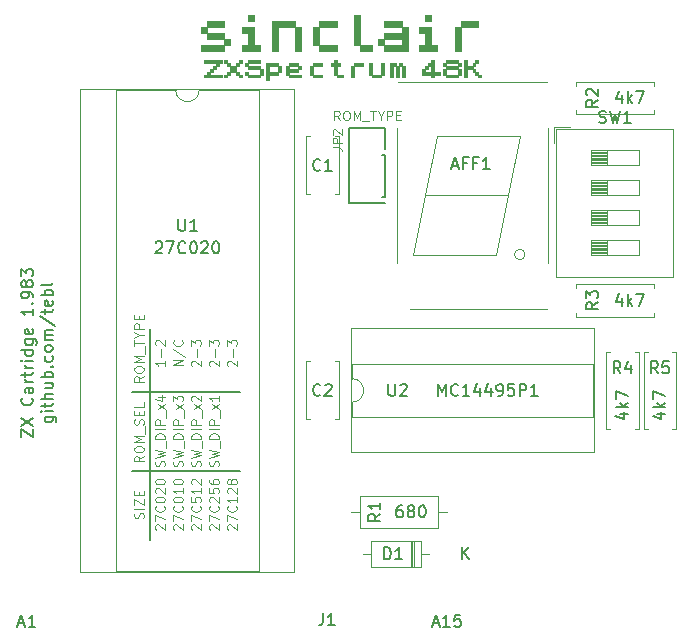
<source format=gto>
%TF.GenerationSoftware,KiCad,Pcbnew,(5.1.8)-1*%
%TF.CreationDate,2021-04-06T15:09:44+02:00*%
%TF.ProjectId,ZX Cartridge 1983,5a582043-6172-4747-9269-646765203139,rev?*%
%TF.SameCoordinates,Original*%
%TF.FileFunction,Legend,Top*%
%TF.FilePolarity,Positive*%
%FSLAX46Y46*%
G04 Gerber Fmt 4.6, Leading zero omitted, Abs format (unit mm)*
G04 Created by KiCad (PCBNEW (5.1.8)-1) date 2021-04-06 15:09:44*
%MOMM*%
%LPD*%
G01*
G04 APERTURE LIST*
%ADD10C,0.100000*%
%ADD11C,0.150000*%
%ADD12C,0.120000*%
%ADD13C,0.010000*%
%ADD14C,0.114000*%
G04 APERTURE END LIST*
D10*
X139592095Y-89369761D02*
X139554000Y-89331666D01*
X139515904Y-89255476D01*
X139515904Y-89065000D01*
X139554000Y-88988809D01*
X139592095Y-88950714D01*
X139668285Y-88912619D01*
X139744476Y-88912619D01*
X139858761Y-88950714D01*
X140315904Y-89407857D01*
X140315904Y-88912619D01*
X140011142Y-88569761D02*
X140011142Y-87960238D01*
X139515904Y-87655476D02*
X139515904Y-87160238D01*
X139820666Y-87426904D01*
X139820666Y-87312619D01*
X139858761Y-87236428D01*
X139896857Y-87198333D01*
X139973047Y-87160238D01*
X140163523Y-87160238D01*
X140239714Y-87198333D01*
X140277809Y-87236428D01*
X140315904Y-87312619D01*
X140315904Y-87541190D01*
X140277809Y-87617380D01*
X140239714Y-87655476D01*
X136544095Y-89369761D02*
X136506000Y-89331666D01*
X136467904Y-89255476D01*
X136467904Y-89065000D01*
X136506000Y-88988809D01*
X136544095Y-88950714D01*
X136620285Y-88912619D01*
X136696476Y-88912619D01*
X136810761Y-88950714D01*
X137267904Y-89407857D01*
X137267904Y-88912619D01*
X136963142Y-88569761D02*
X136963142Y-87960238D01*
X136467904Y-87655476D02*
X136467904Y-87160238D01*
X136772666Y-87426904D01*
X136772666Y-87312619D01*
X136810761Y-87236428D01*
X136848857Y-87198333D01*
X136925047Y-87160238D01*
X137115523Y-87160238D01*
X137191714Y-87198333D01*
X137229809Y-87236428D01*
X137267904Y-87312619D01*
X137267904Y-87541190D01*
X137229809Y-87617380D01*
X137191714Y-87655476D01*
X138068095Y-89369761D02*
X138030000Y-89331666D01*
X137991904Y-89255476D01*
X137991904Y-89065000D01*
X138030000Y-88988809D01*
X138068095Y-88950714D01*
X138144285Y-88912619D01*
X138220476Y-88912619D01*
X138334761Y-88950714D01*
X138791904Y-89407857D01*
X138791904Y-88912619D01*
X138487142Y-88569761D02*
X138487142Y-87960238D01*
X137991904Y-87655476D02*
X137991904Y-87160238D01*
X138296666Y-87426904D01*
X138296666Y-87312619D01*
X138334761Y-87236428D01*
X138372857Y-87198333D01*
X138449047Y-87160238D01*
X138639523Y-87160238D01*
X138715714Y-87198333D01*
X138753809Y-87236428D01*
X138791904Y-87312619D01*
X138791904Y-87541190D01*
X138753809Y-87617380D01*
X138715714Y-87655476D01*
X134219904Y-88912619D02*
X134219904Y-89369761D01*
X134219904Y-89141190D02*
X133419904Y-89141190D01*
X133534190Y-89217380D01*
X133610380Y-89293571D01*
X133648476Y-89369761D01*
X133915142Y-88569761D02*
X133915142Y-87960238D01*
X133496095Y-87617380D02*
X133458000Y-87579285D01*
X133419904Y-87503095D01*
X133419904Y-87312619D01*
X133458000Y-87236428D01*
X133496095Y-87198333D01*
X133572285Y-87160238D01*
X133648476Y-87160238D01*
X133762761Y-87198333D01*
X134219904Y-87655476D01*
X134219904Y-87160238D01*
X138753809Y-97859476D02*
X138791904Y-97745190D01*
X138791904Y-97554714D01*
X138753809Y-97478523D01*
X138715714Y-97440428D01*
X138639523Y-97402333D01*
X138563333Y-97402333D01*
X138487142Y-97440428D01*
X138449047Y-97478523D01*
X138410952Y-97554714D01*
X138372857Y-97707095D01*
X138334761Y-97783285D01*
X138296666Y-97821380D01*
X138220476Y-97859476D01*
X138144285Y-97859476D01*
X138068095Y-97821380D01*
X138030000Y-97783285D01*
X137991904Y-97707095D01*
X137991904Y-97516619D01*
X138030000Y-97402333D01*
X137991904Y-97135666D02*
X138791904Y-96945190D01*
X138220476Y-96792809D01*
X138791904Y-96640428D01*
X137991904Y-96449952D01*
X138868095Y-96335666D02*
X138868095Y-95726142D01*
X138791904Y-95535666D02*
X137991904Y-95535666D01*
X137991904Y-95345190D01*
X138030000Y-95230904D01*
X138106190Y-95154714D01*
X138182380Y-95116619D01*
X138334761Y-95078523D01*
X138449047Y-95078523D01*
X138601428Y-95116619D01*
X138677619Y-95154714D01*
X138753809Y-95230904D01*
X138791904Y-95345190D01*
X138791904Y-95535666D01*
X138791904Y-94735666D02*
X137991904Y-94735666D01*
X138791904Y-94354714D02*
X137991904Y-94354714D01*
X137991904Y-94049952D01*
X138030000Y-93973761D01*
X138068095Y-93935666D01*
X138144285Y-93897571D01*
X138258571Y-93897571D01*
X138334761Y-93935666D01*
X138372857Y-93973761D01*
X138410952Y-94049952D01*
X138410952Y-94354714D01*
X138868095Y-93745190D02*
X138868095Y-93135666D01*
X138791904Y-93021380D02*
X138258571Y-92602333D01*
X138258571Y-93021380D02*
X138791904Y-92602333D01*
X138791904Y-91878523D02*
X138791904Y-92335666D01*
X138791904Y-92107095D02*
X137991904Y-92107095D01*
X138106190Y-92183285D01*
X138182380Y-92259476D01*
X138220476Y-92335666D01*
X137229809Y-97859476D02*
X137267904Y-97745190D01*
X137267904Y-97554714D01*
X137229809Y-97478523D01*
X137191714Y-97440428D01*
X137115523Y-97402333D01*
X137039333Y-97402333D01*
X136963142Y-97440428D01*
X136925047Y-97478523D01*
X136886952Y-97554714D01*
X136848857Y-97707095D01*
X136810761Y-97783285D01*
X136772666Y-97821380D01*
X136696476Y-97859476D01*
X136620285Y-97859476D01*
X136544095Y-97821380D01*
X136506000Y-97783285D01*
X136467904Y-97707095D01*
X136467904Y-97516619D01*
X136506000Y-97402333D01*
X136467904Y-97135666D02*
X137267904Y-96945190D01*
X136696476Y-96792809D01*
X137267904Y-96640428D01*
X136467904Y-96449952D01*
X137344095Y-96335666D02*
X137344095Y-95726142D01*
X137267904Y-95535666D02*
X136467904Y-95535666D01*
X136467904Y-95345190D01*
X136506000Y-95230904D01*
X136582190Y-95154714D01*
X136658380Y-95116619D01*
X136810761Y-95078523D01*
X136925047Y-95078523D01*
X137077428Y-95116619D01*
X137153619Y-95154714D01*
X137229809Y-95230904D01*
X137267904Y-95345190D01*
X137267904Y-95535666D01*
X137267904Y-94735666D02*
X136467904Y-94735666D01*
X137267904Y-94354714D02*
X136467904Y-94354714D01*
X136467904Y-94049952D01*
X136506000Y-93973761D01*
X136544095Y-93935666D01*
X136620285Y-93897571D01*
X136734571Y-93897571D01*
X136810761Y-93935666D01*
X136848857Y-93973761D01*
X136886952Y-94049952D01*
X136886952Y-94354714D01*
X137344095Y-93745190D02*
X137344095Y-93135666D01*
X137267904Y-93021380D02*
X136734571Y-92602333D01*
X136734571Y-93021380D02*
X137267904Y-92602333D01*
X136544095Y-92335666D02*
X136506000Y-92297571D01*
X136467904Y-92221380D01*
X136467904Y-92030904D01*
X136506000Y-91954714D01*
X136544095Y-91916619D01*
X136620285Y-91878523D01*
X136696476Y-91878523D01*
X136810761Y-91916619D01*
X137267904Y-92373761D01*
X137267904Y-91878523D01*
X135705809Y-97859476D02*
X135743904Y-97745190D01*
X135743904Y-97554714D01*
X135705809Y-97478523D01*
X135667714Y-97440428D01*
X135591523Y-97402333D01*
X135515333Y-97402333D01*
X135439142Y-97440428D01*
X135401047Y-97478523D01*
X135362952Y-97554714D01*
X135324857Y-97707095D01*
X135286761Y-97783285D01*
X135248666Y-97821380D01*
X135172476Y-97859476D01*
X135096285Y-97859476D01*
X135020095Y-97821380D01*
X134982000Y-97783285D01*
X134943904Y-97707095D01*
X134943904Y-97516619D01*
X134982000Y-97402333D01*
X134943904Y-97135666D02*
X135743904Y-96945190D01*
X135172476Y-96792809D01*
X135743904Y-96640428D01*
X134943904Y-96449952D01*
X135820095Y-96335666D02*
X135820095Y-95726142D01*
X135743904Y-95535666D02*
X134943904Y-95535666D01*
X134943904Y-95345190D01*
X134982000Y-95230904D01*
X135058190Y-95154714D01*
X135134380Y-95116619D01*
X135286761Y-95078523D01*
X135401047Y-95078523D01*
X135553428Y-95116619D01*
X135629619Y-95154714D01*
X135705809Y-95230904D01*
X135743904Y-95345190D01*
X135743904Y-95535666D01*
X135743904Y-94735666D02*
X134943904Y-94735666D01*
X135743904Y-94354714D02*
X134943904Y-94354714D01*
X134943904Y-94049952D01*
X134982000Y-93973761D01*
X135020095Y-93935666D01*
X135096285Y-93897571D01*
X135210571Y-93897571D01*
X135286761Y-93935666D01*
X135324857Y-93973761D01*
X135362952Y-94049952D01*
X135362952Y-94354714D01*
X135820095Y-93745190D02*
X135820095Y-93135666D01*
X135743904Y-93021380D02*
X135210571Y-92602333D01*
X135210571Y-93021380D02*
X135743904Y-92602333D01*
X134943904Y-92373761D02*
X134943904Y-91878523D01*
X135248666Y-92145190D01*
X135248666Y-92030904D01*
X135286761Y-91954714D01*
X135324857Y-91916619D01*
X135401047Y-91878523D01*
X135591523Y-91878523D01*
X135667714Y-91916619D01*
X135705809Y-91954714D01*
X135743904Y-92030904D01*
X135743904Y-92259476D01*
X135705809Y-92335666D01*
X135667714Y-92373761D01*
X133496095Y-103244380D02*
X133458000Y-103206285D01*
X133419904Y-103130095D01*
X133419904Y-102939619D01*
X133458000Y-102863428D01*
X133496095Y-102825333D01*
X133572285Y-102787238D01*
X133648476Y-102787238D01*
X133762761Y-102825333D01*
X134219904Y-103282476D01*
X134219904Y-102787238D01*
X133419904Y-102520571D02*
X133419904Y-101987238D01*
X134219904Y-102330095D01*
X134143714Y-101225333D02*
X134181809Y-101263428D01*
X134219904Y-101377714D01*
X134219904Y-101453904D01*
X134181809Y-101568190D01*
X134105619Y-101644380D01*
X134029428Y-101682476D01*
X133877047Y-101720571D01*
X133762761Y-101720571D01*
X133610380Y-101682476D01*
X133534190Y-101644380D01*
X133458000Y-101568190D01*
X133419904Y-101453904D01*
X133419904Y-101377714D01*
X133458000Y-101263428D01*
X133496095Y-101225333D01*
X133419904Y-100730095D02*
X133419904Y-100653904D01*
X133458000Y-100577714D01*
X133496095Y-100539619D01*
X133572285Y-100501523D01*
X133724666Y-100463428D01*
X133915142Y-100463428D01*
X134067523Y-100501523D01*
X134143714Y-100539619D01*
X134181809Y-100577714D01*
X134219904Y-100653904D01*
X134219904Y-100730095D01*
X134181809Y-100806285D01*
X134143714Y-100844380D01*
X134067523Y-100882476D01*
X133915142Y-100920571D01*
X133724666Y-100920571D01*
X133572285Y-100882476D01*
X133496095Y-100844380D01*
X133458000Y-100806285D01*
X133419904Y-100730095D01*
X133496095Y-100158666D02*
X133458000Y-100120571D01*
X133419904Y-100044380D01*
X133419904Y-99853904D01*
X133458000Y-99777714D01*
X133496095Y-99739619D01*
X133572285Y-99701523D01*
X133648476Y-99701523D01*
X133762761Y-99739619D01*
X134219904Y-100196761D01*
X134219904Y-99701523D01*
X133419904Y-99206285D02*
X133419904Y-99130095D01*
X133458000Y-99053904D01*
X133496095Y-99015809D01*
X133572285Y-98977714D01*
X133724666Y-98939619D01*
X133915142Y-98939619D01*
X134067523Y-98977714D01*
X134143714Y-99015809D01*
X134181809Y-99053904D01*
X134219904Y-99130095D01*
X134219904Y-99206285D01*
X134181809Y-99282476D01*
X134143714Y-99320571D01*
X134067523Y-99358666D01*
X133915142Y-99396761D01*
X133724666Y-99396761D01*
X133572285Y-99358666D01*
X133496095Y-99320571D01*
X133458000Y-99282476D01*
X133419904Y-99206285D01*
D11*
X140589000Y-98298000D02*
X131445000Y-98298000D01*
X140589000Y-91567000D02*
X131445000Y-91567000D01*
X132969000Y-104140000D02*
X132969000Y-86233000D01*
D10*
X134181809Y-97859476D02*
X134219904Y-97745190D01*
X134219904Y-97554714D01*
X134181809Y-97478523D01*
X134143714Y-97440428D01*
X134067523Y-97402333D01*
X133991333Y-97402333D01*
X133915142Y-97440428D01*
X133877047Y-97478523D01*
X133838952Y-97554714D01*
X133800857Y-97707095D01*
X133762761Y-97783285D01*
X133724666Y-97821380D01*
X133648476Y-97859476D01*
X133572285Y-97859476D01*
X133496095Y-97821380D01*
X133458000Y-97783285D01*
X133419904Y-97707095D01*
X133419904Y-97516619D01*
X133458000Y-97402333D01*
X133419904Y-97135666D02*
X134219904Y-96945190D01*
X133648476Y-96792809D01*
X134219904Y-96640428D01*
X133419904Y-96449952D01*
X134296095Y-96335666D02*
X134296095Y-95726142D01*
X134219904Y-95535666D02*
X133419904Y-95535666D01*
X133419904Y-95345190D01*
X133458000Y-95230904D01*
X133534190Y-95154714D01*
X133610380Y-95116619D01*
X133762761Y-95078523D01*
X133877047Y-95078523D01*
X134029428Y-95116619D01*
X134105619Y-95154714D01*
X134181809Y-95230904D01*
X134219904Y-95345190D01*
X134219904Y-95535666D01*
X134219904Y-94735666D02*
X133419904Y-94735666D01*
X134219904Y-94354714D02*
X133419904Y-94354714D01*
X133419904Y-94049952D01*
X133458000Y-93973761D01*
X133496095Y-93935666D01*
X133572285Y-93897571D01*
X133686571Y-93897571D01*
X133762761Y-93935666D01*
X133800857Y-93973761D01*
X133838952Y-94049952D01*
X133838952Y-94354714D01*
X134296095Y-93745190D02*
X134296095Y-93135666D01*
X134219904Y-93021380D02*
X133686571Y-92602333D01*
X133686571Y-93021380D02*
X134219904Y-92602333D01*
X133686571Y-91954714D02*
X134219904Y-91954714D01*
X133381809Y-92145190D02*
X133953238Y-92335666D01*
X133953238Y-91840428D01*
X132441904Y-96996000D02*
X132060952Y-97262666D01*
X132441904Y-97453142D02*
X131641904Y-97453142D01*
X131641904Y-97148380D01*
X131680000Y-97072190D01*
X131718095Y-97034095D01*
X131794285Y-96996000D01*
X131908571Y-96996000D01*
X131984761Y-97034095D01*
X132022857Y-97072190D01*
X132060952Y-97148380D01*
X132060952Y-97453142D01*
X131641904Y-96500761D02*
X131641904Y-96348380D01*
X131680000Y-96272190D01*
X131756190Y-96196000D01*
X131908571Y-96157904D01*
X132175238Y-96157904D01*
X132327619Y-96196000D01*
X132403809Y-96272190D01*
X132441904Y-96348380D01*
X132441904Y-96500761D01*
X132403809Y-96576952D01*
X132327619Y-96653142D01*
X132175238Y-96691238D01*
X131908571Y-96691238D01*
X131756190Y-96653142D01*
X131680000Y-96576952D01*
X131641904Y-96500761D01*
X132441904Y-95815047D02*
X131641904Y-95815047D01*
X132213333Y-95548380D01*
X131641904Y-95281714D01*
X132441904Y-95281714D01*
X132518095Y-95091238D02*
X132518095Y-94481714D01*
X132403809Y-94329333D02*
X132441904Y-94215047D01*
X132441904Y-94024571D01*
X132403809Y-93948380D01*
X132365714Y-93910285D01*
X132289523Y-93872190D01*
X132213333Y-93872190D01*
X132137142Y-93910285D01*
X132099047Y-93948380D01*
X132060952Y-94024571D01*
X132022857Y-94176952D01*
X131984761Y-94253142D01*
X131946666Y-94291238D01*
X131870476Y-94329333D01*
X131794285Y-94329333D01*
X131718095Y-94291238D01*
X131680000Y-94253142D01*
X131641904Y-94176952D01*
X131641904Y-93986476D01*
X131680000Y-93872190D01*
X132022857Y-93529333D02*
X132022857Y-93262666D01*
X132441904Y-93148380D02*
X132441904Y-93529333D01*
X131641904Y-93529333D01*
X131641904Y-93148380D01*
X132441904Y-92424571D02*
X132441904Y-92805523D01*
X131641904Y-92805523D01*
X135020095Y-103244380D02*
X134982000Y-103206285D01*
X134943904Y-103130095D01*
X134943904Y-102939619D01*
X134982000Y-102863428D01*
X135020095Y-102825333D01*
X135096285Y-102787238D01*
X135172476Y-102787238D01*
X135286761Y-102825333D01*
X135743904Y-103282476D01*
X135743904Y-102787238D01*
X134943904Y-102520571D02*
X134943904Y-101987238D01*
X135743904Y-102330095D01*
X135667714Y-101225333D02*
X135705809Y-101263428D01*
X135743904Y-101377714D01*
X135743904Y-101453904D01*
X135705809Y-101568190D01*
X135629619Y-101644380D01*
X135553428Y-101682476D01*
X135401047Y-101720571D01*
X135286761Y-101720571D01*
X135134380Y-101682476D01*
X135058190Y-101644380D01*
X134982000Y-101568190D01*
X134943904Y-101453904D01*
X134943904Y-101377714D01*
X134982000Y-101263428D01*
X135020095Y-101225333D01*
X134943904Y-100730095D02*
X134943904Y-100653904D01*
X134982000Y-100577714D01*
X135020095Y-100539619D01*
X135096285Y-100501523D01*
X135248666Y-100463428D01*
X135439142Y-100463428D01*
X135591523Y-100501523D01*
X135667714Y-100539619D01*
X135705809Y-100577714D01*
X135743904Y-100653904D01*
X135743904Y-100730095D01*
X135705809Y-100806285D01*
X135667714Y-100844380D01*
X135591523Y-100882476D01*
X135439142Y-100920571D01*
X135248666Y-100920571D01*
X135096285Y-100882476D01*
X135020095Y-100844380D01*
X134982000Y-100806285D01*
X134943904Y-100730095D01*
X135743904Y-99701523D02*
X135743904Y-100158666D01*
X135743904Y-99930095D02*
X134943904Y-99930095D01*
X135058190Y-100006285D01*
X135134380Y-100082476D01*
X135172476Y-100158666D01*
X134943904Y-99206285D02*
X134943904Y-99130095D01*
X134982000Y-99053904D01*
X135020095Y-99015809D01*
X135096285Y-98977714D01*
X135248666Y-98939619D01*
X135439142Y-98939619D01*
X135591523Y-98977714D01*
X135667714Y-99015809D01*
X135705809Y-99053904D01*
X135743904Y-99130095D01*
X135743904Y-99206285D01*
X135705809Y-99282476D01*
X135667714Y-99320571D01*
X135591523Y-99358666D01*
X135439142Y-99396761D01*
X135248666Y-99396761D01*
X135096285Y-99358666D01*
X135020095Y-99320571D01*
X134982000Y-99282476D01*
X134943904Y-99206285D01*
D11*
X122071380Y-95407857D02*
X122071380Y-94741190D01*
X123071380Y-95407857D01*
X123071380Y-94741190D01*
X122071380Y-94455476D02*
X123071380Y-93788809D01*
X122071380Y-93788809D02*
X123071380Y-94455476D01*
X122976142Y-92074523D02*
X123023761Y-92122142D01*
X123071380Y-92265000D01*
X123071380Y-92360238D01*
X123023761Y-92503095D01*
X122928523Y-92598333D01*
X122833285Y-92645952D01*
X122642809Y-92693571D01*
X122499952Y-92693571D01*
X122309476Y-92645952D01*
X122214238Y-92598333D01*
X122119000Y-92503095D01*
X122071380Y-92360238D01*
X122071380Y-92265000D01*
X122119000Y-92122142D01*
X122166619Y-92074523D01*
X123071380Y-91217380D02*
X122547571Y-91217380D01*
X122452333Y-91265000D01*
X122404714Y-91360238D01*
X122404714Y-91550714D01*
X122452333Y-91645952D01*
X123023761Y-91217380D02*
X123071380Y-91312619D01*
X123071380Y-91550714D01*
X123023761Y-91645952D01*
X122928523Y-91693571D01*
X122833285Y-91693571D01*
X122738047Y-91645952D01*
X122690428Y-91550714D01*
X122690428Y-91312619D01*
X122642809Y-91217380D01*
X123071380Y-90741190D02*
X122404714Y-90741190D01*
X122595190Y-90741190D02*
X122499952Y-90693571D01*
X122452333Y-90645952D01*
X122404714Y-90550714D01*
X122404714Y-90455476D01*
X122404714Y-90265000D02*
X122404714Y-89884047D01*
X122071380Y-90122142D02*
X122928523Y-90122142D01*
X123023761Y-90074523D01*
X123071380Y-89979285D01*
X123071380Y-89884047D01*
X123071380Y-89550714D02*
X122404714Y-89550714D01*
X122595190Y-89550714D02*
X122499952Y-89503095D01*
X122452333Y-89455476D01*
X122404714Y-89360238D01*
X122404714Y-89265000D01*
X123071380Y-88931666D02*
X122404714Y-88931666D01*
X122071380Y-88931666D02*
X122119000Y-88979285D01*
X122166619Y-88931666D01*
X122119000Y-88884047D01*
X122071380Y-88931666D01*
X122166619Y-88931666D01*
X123071380Y-88026904D02*
X122071380Y-88026904D01*
X123023761Y-88026904D02*
X123071380Y-88122142D01*
X123071380Y-88312619D01*
X123023761Y-88407857D01*
X122976142Y-88455476D01*
X122880904Y-88503095D01*
X122595190Y-88503095D01*
X122499952Y-88455476D01*
X122452333Y-88407857D01*
X122404714Y-88312619D01*
X122404714Y-88122142D01*
X122452333Y-88026904D01*
X122404714Y-87122142D02*
X123214238Y-87122142D01*
X123309476Y-87169761D01*
X123357095Y-87217380D01*
X123404714Y-87312619D01*
X123404714Y-87455476D01*
X123357095Y-87550714D01*
X123023761Y-87122142D02*
X123071380Y-87217380D01*
X123071380Y-87407857D01*
X123023761Y-87503095D01*
X122976142Y-87550714D01*
X122880904Y-87598333D01*
X122595190Y-87598333D01*
X122499952Y-87550714D01*
X122452333Y-87503095D01*
X122404714Y-87407857D01*
X122404714Y-87217380D01*
X122452333Y-87122142D01*
X123023761Y-86265000D02*
X123071380Y-86360238D01*
X123071380Y-86550714D01*
X123023761Y-86645952D01*
X122928523Y-86693571D01*
X122547571Y-86693571D01*
X122452333Y-86645952D01*
X122404714Y-86550714D01*
X122404714Y-86360238D01*
X122452333Y-86265000D01*
X122547571Y-86217380D01*
X122642809Y-86217380D01*
X122738047Y-86693571D01*
X123071380Y-84503095D02*
X123071380Y-85074523D01*
X123071380Y-84788809D02*
X122071380Y-84788809D01*
X122214238Y-84884047D01*
X122309476Y-84979285D01*
X122357095Y-85074523D01*
X122976142Y-84074523D02*
X123023761Y-84026904D01*
X123071380Y-84074523D01*
X123023761Y-84122142D01*
X122976142Y-84074523D01*
X123071380Y-84074523D01*
X123071380Y-83550714D02*
X123071380Y-83360238D01*
X123023761Y-83265000D01*
X122976142Y-83217380D01*
X122833285Y-83122142D01*
X122642809Y-83074523D01*
X122261857Y-83074523D01*
X122166619Y-83122142D01*
X122119000Y-83169761D01*
X122071380Y-83265000D01*
X122071380Y-83455476D01*
X122119000Y-83550714D01*
X122166619Y-83598333D01*
X122261857Y-83645952D01*
X122499952Y-83645952D01*
X122595190Y-83598333D01*
X122642809Y-83550714D01*
X122690428Y-83455476D01*
X122690428Y-83265000D01*
X122642809Y-83169761D01*
X122595190Y-83122142D01*
X122499952Y-83074523D01*
X122499952Y-82503095D02*
X122452333Y-82598333D01*
X122404714Y-82645952D01*
X122309476Y-82693571D01*
X122261857Y-82693571D01*
X122166619Y-82645952D01*
X122119000Y-82598333D01*
X122071380Y-82503095D01*
X122071380Y-82312619D01*
X122119000Y-82217380D01*
X122166619Y-82169761D01*
X122261857Y-82122142D01*
X122309476Y-82122142D01*
X122404714Y-82169761D01*
X122452333Y-82217380D01*
X122499952Y-82312619D01*
X122499952Y-82503095D01*
X122547571Y-82598333D01*
X122595190Y-82645952D01*
X122690428Y-82693571D01*
X122880904Y-82693571D01*
X122976142Y-82645952D01*
X123023761Y-82598333D01*
X123071380Y-82503095D01*
X123071380Y-82312619D01*
X123023761Y-82217380D01*
X122976142Y-82169761D01*
X122880904Y-82122142D01*
X122690428Y-82122142D01*
X122595190Y-82169761D01*
X122547571Y-82217380D01*
X122499952Y-82312619D01*
X122071380Y-81788809D02*
X122071380Y-81169761D01*
X122452333Y-81503095D01*
X122452333Y-81360238D01*
X122499952Y-81265000D01*
X122547571Y-81217380D01*
X122642809Y-81169761D01*
X122880904Y-81169761D01*
X122976142Y-81217380D01*
X123023761Y-81265000D01*
X123071380Y-81360238D01*
X123071380Y-81645952D01*
X123023761Y-81741190D01*
X122976142Y-81788809D01*
X124054714Y-93669761D02*
X124864238Y-93669761D01*
X124959476Y-93717380D01*
X125007095Y-93765000D01*
X125054714Y-93860238D01*
X125054714Y-94003095D01*
X125007095Y-94098333D01*
X124673761Y-93669761D02*
X124721380Y-93765000D01*
X124721380Y-93955476D01*
X124673761Y-94050714D01*
X124626142Y-94098333D01*
X124530904Y-94145952D01*
X124245190Y-94145952D01*
X124149952Y-94098333D01*
X124102333Y-94050714D01*
X124054714Y-93955476D01*
X124054714Y-93765000D01*
X124102333Y-93669761D01*
X124721380Y-93193571D02*
X124054714Y-93193571D01*
X123721380Y-93193571D02*
X123769000Y-93241190D01*
X123816619Y-93193571D01*
X123769000Y-93145952D01*
X123721380Y-93193571D01*
X123816619Y-93193571D01*
X124054714Y-92860238D02*
X124054714Y-92479285D01*
X123721380Y-92717380D02*
X124578523Y-92717380D01*
X124673761Y-92669761D01*
X124721380Y-92574523D01*
X124721380Y-92479285D01*
X124721380Y-92145952D02*
X123721380Y-92145952D01*
X124721380Y-91717380D02*
X124197571Y-91717380D01*
X124102333Y-91765000D01*
X124054714Y-91860238D01*
X124054714Y-92003095D01*
X124102333Y-92098333D01*
X124149952Y-92145952D01*
X124054714Y-90812619D02*
X124721380Y-90812619D01*
X124054714Y-91241190D02*
X124578523Y-91241190D01*
X124673761Y-91193571D01*
X124721380Y-91098333D01*
X124721380Y-90955476D01*
X124673761Y-90860238D01*
X124626142Y-90812619D01*
X124721380Y-90336428D02*
X123721380Y-90336428D01*
X124102333Y-90336428D02*
X124054714Y-90241190D01*
X124054714Y-90050714D01*
X124102333Y-89955476D01*
X124149952Y-89907857D01*
X124245190Y-89860238D01*
X124530904Y-89860238D01*
X124626142Y-89907857D01*
X124673761Y-89955476D01*
X124721380Y-90050714D01*
X124721380Y-90241190D01*
X124673761Y-90336428D01*
X124626142Y-89431666D02*
X124673761Y-89384047D01*
X124721380Y-89431666D01*
X124673761Y-89479285D01*
X124626142Y-89431666D01*
X124721380Y-89431666D01*
X124673761Y-88526904D02*
X124721380Y-88622142D01*
X124721380Y-88812619D01*
X124673761Y-88907857D01*
X124626142Y-88955476D01*
X124530904Y-89003095D01*
X124245190Y-89003095D01*
X124149952Y-88955476D01*
X124102333Y-88907857D01*
X124054714Y-88812619D01*
X124054714Y-88622142D01*
X124102333Y-88526904D01*
X124721380Y-87955476D02*
X124673761Y-88050714D01*
X124626142Y-88098333D01*
X124530904Y-88145952D01*
X124245190Y-88145952D01*
X124149952Y-88098333D01*
X124102333Y-88050714D01*
X124054714Y-87955476D01*
X124054714Y-87812619D01*
X124102333Y-87717380D01*
X124149952Y-87669761D01*
X124245190Y-87622142D01*
X124530904Y-87622142D01*
X124626142Y-87669761D01*
X124673761Y-87717380D01*
X124721380Y-87812619D01*
X124721380Y-87955476D01*
X124721380Y-87193571D02*
X124054714Y-87193571D01*
X124149952Y-87193571D02*
X124102333Y-87145952D01*
X124054714Y-87050714D01*
X124054714Y-86907857D01*
X124102333Y-86812619D01*
X124197571Y-86765000D01*
X124721380Y-86765000D01*
X124197571Y-86765000D02*
X124102333Y-86717380D01*
X124054714Y-86622142D01*
X124054714Y-86479285D01*
X124102333Y-86384047D01*
X124197571Y-86336428D01*
X124721380Y-86336428D01*
X123673761Y-85145952D02*
X124959476Y-86003095D01*
X124054714Y-84955476D02*
X124054714Y-84574523D01*
X123721380Y-84812619D02*
X124578523Y-84812619D01*
X124673761Y-84765000D01*
X124721380Y-84669761D01*
X124721380Y-84574523D01*
X124673761Y-83860238D02*
X124721380Y-83955476D01*
X124721380Y-84145952D01*
X124673761Y-84241190D01*
X124578523Y-84288809D01*
X124197571Y-84288809D01*
X124102333Y-84241190D01*
X124054714Y-84145952D01*
X124054714Y-83955476D01*
X124102333Y-83860238D01*
X124197571Y-83812619D01*
X124292809Y-83812619D01*
X124388047Y-84288809D01*
X124721380Y-83384047D02*
X123721380Y-83384047D01*
X124102333Y-83384047D02*
X124054714Y-83288809D01*
X124054714Y-83098333D01*
X124102333Y-83003095D01*
X124149952Y-82955476D01*
X124245190Y-82907857D01*
X124530904Y-82907857D01*
X124626142Y-82955476D01*
X124673761Y-83003095D01*
X124721380Y-83098333D01*
X124721380Y-83288809D01*
X124673761Y-83384047D01*
X124721380Y-82336428D02*
X124673761Y-82431666D01*
X124578523Y-82479285D01*
X123721380Y-82479285D01*
D10*
X132403809Y-102253904D02*
X132441904Y-102139619D01*
X132441904Y-101949142D01*
X132403809Y-101872952D01*
X132365714Y-101834857D01*
X132289523Y-101796761D01*
X132213333Y-101796761D01*
X132137142Y-101834857D01*
X132099047Y-101872952D01*
X132060952Y-101949142D01*
X132022857Y-102101523D01*
X131984761Y-102177714D01*
X131946666Y-102215809D01*
X131870476Y-102253904D01*
X131794285Y-102253904D01*
X131718095Y-102215809D01*
X131680000Y-102177714D01*
X131641904Y-102101523D01*
X131641904Y-101911047D01*
X131680000Y-101796761D01*
X132441904Y-101453904D02*
X131641904Y-101453904D01*
X131641904Y-101149142D02*
X131641904Y-100615809D01*
X132441904Y-101149142D01*
X132441904Y-100615809D01*
X132022857Y-100311047D02*
X132022857Y-100044380D01*
X132441904Y-99930095D02*
X132441904Y-100311047D01*
X131641904Y-100311047D01*
X131641904Y-99930095D01*
X139592095Y-103244380D02*
X139554000Y-103206285D01*
X139515904Y-103130095D01*
X139515904Y-102939619D01*
X139554000Y-102863428D01*
X139592095Y-102825333D01*
X139668285Y-102787238D01*
X139744476Y-102787238D01*
X139858761Y-102825333D01*
X140315904Y-103282476D01*
X140315904Y-102787238D01*
X139515904Y-102520571D02*
X139515904Y-101987238D01*
X140315904Y-102330095D01*
X140239714Y-101225333D02*
X140277809Y-101263428D01*
X140315904Y-101377714D01*
X140315904Y-101453904D01*
X140277809Y-101568190D01*
X140201619Y-101644380D01*
X140125428Y-101682476D01*
X139973047Y-101720571D01*
X139858761Y-101720571D01*
X139706380Y-101682476D01*
X139630190Y-101644380D01*
X139554000Y-101568190D01*
X139515904Y-101453904D01*
X139515904Y-101377714D01*
X139554000Y-101263428D01*
X139592095Y-101225333D01*
X140315904Y-100463428D02*
X140315904Y-100920571D01*
X140315904Y-100692000D02*
X139515904Y-100692000D01*
X139630190Y-100768190D01*
X139706380Y-100844380D01*
X139744476Y-100920571D01*
X139592095Y-100158666D02*
X139554000Y-100120571D01*
X139515904Y-100044380D01*
X139515904Y-99853904D01*
X139554000Y-99777714D01*
X139592095Y-99739619D01*
X139668285Y-99701523D01*
X139744476Y-99701523D01*
X139858761Y-99739619D01*
X140315904Y-100196761D01*
X140315904Y-99701523D01*
X139858761Y-99244380D02*
X139820666Y-99320571D01*
X139782571Y-99358666D01*
X139706380Y-99396761D01*
X139668285Y-99396761D01*
X139592095Y-99358666D01*
X139554000Y-99320571D01*
X139515904Y-99244380D01*
X139515904Y-99092000D01*
X139554000Y-99015809D01*
X139592095Y-98977714D01*
X139668285Y-98939619D01*
X139706380Y-98939619D01*
X139782571Y-98977714D01*
X139820666Y-99015809D01*
X139858761Y-99092000D01*
X139858761Y-99244380D01*
X139896857Y-99320571D01*
X139934952Y-99358666D01*
X140011142Y-99396761D01*
X140163523Y-99396761D01*
X140239714Y-99358666D01*
X140277809Y-99320571D01*
X140315904Y-99244380D01*
X140315904Y-99092000D01*
X140277809Y-99015809D01*
X140239714Y-98977714D01*
X140163523Y-98939619D01*
X140011142Y-98939619D01*
X139934952Y-98977714D01*
X139896857Y-99015809D01*
X139858761Y-99092000D01*
X138068095Y-103244380D02*
X138030000Y-103206285D01*
X137991904Y-103130095D01*
X137991904Y-102939619D01*
X138030000Y-102863428D01*
X138068095Y-102825333D01*
X138144285Y-102787238D01*
X138220476Y-102787238D01*
X138334761Y-102825333D01*
X138791904Y-103282476D01*
X138791904Y-102787238D01*
X137991904Y-102520571D02*
X137991904Y-101987238D01*
X138791904Y-102330095D01*
X138715714Y-101225333D02*
X138753809Y-101263428D01*
X138791904Y-101377714D01*
X138791904Y-101453904D01*
X138753809Y-101568190D01*
X138677619Y-101644380D01*
X138601428Y-101682476D01*
X138449047Y-101720571D01*
X138334761Y-101720571D01*
X138182380Y-101682476D01*
X138106190Y-101644380D01*
X138030000Y-101568190D01*
X137991904Y-101453904D01*
X137991904Y-101377714D01*
X138030000Y-101263428D01*
X138068095Y-101225333D01*
X138068095Y-100920571D02*
X138030000Y-100882476D01*
X137991904Y-100806285D01*
X137991904Y-100615809D01*
X138030000Y-100539619D01*
X138068095Y-100501523D01*
X138144285Y-100463428D01*
X138220476Y-100463428D01*
X138334761Y-100501523D01*
X138791904Y-100958666D01*
X138791904Y-100463428D01*
X137991904Y-99739619D02*
X137991904Y-100120571D01*
X138372857Y-100158666D01*
X138334761Y-100120571D01*
X138296666Y-100044380D01*
X138296666Y-99853904D01*
X138334761Y-99777714D01*
X138372857Y-99739619D01*
X138449047Y-99701523D01*
X138639523Y-99701523D01*
X138715714Y-99739619D01*
X138753809Y-99777714D01*
X138791904Y-99853904D01*
X138791904Y-100044380D01*
X138753809Y-100120571D01*
X138715714Y-100158666D01*
X137991904Y-99015809D02*
X137991904Y-99168190D01*
X138030000Y-99244380D01*
X138068095Y-99282476D01*
X138182380Y-99358666D01*
X138334761Y-99396761D01*
X138639523Y-99396761D01*
X138715714Y-99358666D01*
X138753809Y-99320571D01*
X138791904Y-99244380D01*
X138791904Y-99092000D01*
X138753809Y-99015809D01*
X138715714Y-98977714D01*
X138639523Y-98939619D01*
X138449047Y-98939619D01*
X138372857Y-98977714D01*
X138334761Y-99015809D01*
X138296666Y-99092000D01*
X138296666Y-99244380D01*
X138334761Y-99320571D01*
X138372857Y-99358666D01*
X138449047Y-99396761D01*
X136544095Y-103244380D02*
X136506000Y-103206285D01*
X136467904Y-103130095D01*
X136467904Y-102939619D01*
X136506000Y-102863428D01*
X136544095Y-102825333D01*
X136620285Y-102787238D01*
X136696476Y-102787238D01*
X136810761Y-102825333D01*
X137267904Y-103282476D01*
X137267904Y-102787238D01*
X136467904Y-102520571D02*
X136467904Y-101987238D01*
X137267904Y-102330095D01*
X137191714Y-101225333D02*
X137229809Y-101263428D01*
X137267904Y-101377714D01*
X137267904Y-101453904D01*
X137229809Y-101568190D01*
X137153619Y-101644380D01*
X137077428Y-101682476D01*
X136925047Y-101720571D01*
X136810761Y-101720571D01*
X136658380Y-101682476D01*
X136582190Y-101644380D01*
X136506000Y-101568190D01*
X136467904Y-101453904D01*
X136467904Y-101377714D01*
X136506000Y-101263428D01*
X136544095Y-101225333D01*
X136467904Y-100501523D02*
X136467904Y-100882476D01*
X136848857Y-100920571D01*
X136810761Y-100882476D01*
X136772666Y-100806285D01*
X136772666Y-100615809D01*
X136810761Y-100539619D01*
X136848857Y-100501523D01*
X136925047Y-100463428D01*
X137115523Y-100463428D01*
X137191714Y-100501523D01*
X137229809Y-100539619D01*
X137267904Y-100615809D01*
X137267904Y-100806285D01*
X137229809Y-100882476D01*
X137191714Y-100920571D01*
X137267904Y-99701523D02*
X137267904Y-100158666D01*
X137267904Y-99930095D02*
X136467904Y-99930095D01*
X136582190Y-100006285D01*
X136658380Y-100082476D01*
X136696476Y-100158666D01*
X136544095Y-99396761D02*
X136506000Y-99358666D01*
X136467904Y-99282476D01*
X136467904Y-99092000D01*
X136506000Y-99015809D01*
X136544095Y-98977714D01*
X136620285Y-98939619D01*
X136696476Y-98939619D01*
X136810761Y-98977714D01*
X137267904Y-99434857D01*
X137267904Y-98939619D01*
X135743904Y-89312619D02*
X134943904Y-89312619D01*
X135743904Y-88855476D01*
X134943904Y-88855476D01*
X134905809Y-87903095D02*
X135934380Y-88588809D01*
X135667714Y-87179285D02*
X135705809Y-87217380D01*
X135743904Y-87331666D01*
X135743904Y-87407857D01*
X135705809Y-87522142D01*
X135629619Y-87598333D01*
X135553428Y-87636428D01*
X135401047Y-87674523D01*
X135286761Y-87674523D01*
X135134380Y-87636428D01*
X135058190Y-87598333D01*
X134982000Y-87522142D01*
X134943904Y-87407857D01*
X134943904Y-87331666D01*
X134982000Y-87217380D01*
X135020095Y-87179285D01*
X132441904Y-90226857D02*
X132060952Y-90493523D01*
X132441904Y-90684000D02*
X131641904Y-90684000D01*
X131641904Y-90379238D01*
X131680000Y-90303047D01*
X131718095Y-90264952D01*
X131794285Y-90226857D01*
X131908571Y-90226857D01*
X131984761Y-90264952D01*
X132022857Y-90303047D01*
X132060952Y-90379238D01*
X132060952Y-90684000D01*
X131641904Y-89731619D02*
X131641904Y-89579238D01*
X131680000Y-89503047D01*
X131756190Y-89426857D01*
X131908571Y-89388761D01*
X132175238Y-89388761D01*
X132327619Y-89426857D01*
X132403809Y-89503047D01*
X132441904Y-89579238D01*
X132441904Y-89731619D01*
X132403809Y-89807809D01*
X132327619Y-89884000D01*
X132175238Y-89922095D01*
X131908571Y-89922095D01*
X131756190Y-89884000D01*
X131680000Y-89807809D01*
X131641904Y-89731619D01*
X132441904Y-89045904D02*
X131641904Y-89045904D01*
X132213333Y-88779238D01*
X131641904Y-88512571D01*
X132441904Y-88512571D01*
X132518095Y-88322095D02*
X132518095Y-87712571D01*
X131641904Y-87636380D02*
X131641904Y-87179238D01*
X132441904Y-87407809D02*
X131641904Y-87407809D01*
X132060952Y-86760190D02*
X132441904Y-86760190D01*
X131641904Y-87026857D02*
X132060952Y-86760190D01*
X131641904Y-86493523D01*
X132441904Y-86226857D02*
X131641904Y-86226857D01*
X131641904Y-85922095D01*
X131680000Y-85845904D01*
X131718095Y-85807809D01*
X131794285Y-85769714D01*
X131908571Y-85769714D01*
X131984761Y-85807809D01*
X132022857Y-85845904D01*
X132060952Y-85922095D01*
X132060952Y-86226857D01*
X132022857Y-85426857D02*
X132022857Y-85160190D01*
X132441904Y-85045904D02*
X132441904Y-85426857D01*
X131641904Y-85426857D01*
X131641904Y-85045904D01*
D12*
%TO.C,C2*%
X148944000Y-88930000D02*
X148944000Y-93870000D01*
X146204000Y-88930000D02*
X146204000Y-93870000D01*
X148944000Y-88930000D02*
X148629000Y-88930000D01*
X146519000Y-88930000D02*
X146204000Y-88930000D01*
X148944000Y-93870000D02*
X148629000Y-93870000D01*
X146519000Y-93870000D02*
X146204000Y-93870000D01*
%TO.C,U2*%
X150054000Y-92440000D02*
X150054000Y-93690000D01*
X150054000Y-93690000D02*
X170494000Y-93690000D01*
X170494000Y-93690000D02*
X170494000Y-89190000D01*
X170494000Y-89190000D02*
X150054000Y-89190000D01*
X150054000Y-89190000D02*
X150054000Y-90440000D01*
X149994000Y-96690000D02*
X170554000Y-96690000D01*
X170554000Y-96690000D02*
X170554000Y-86190000D01*
X170554000Y-86190000D02*
X149994000Y-86190000D01*
X149994000Y-86190000D02*
X149994000Y-96690000D01*
X150054000Y-90440000D02*
G75*
G02*
X150054000Y-92440000I0J-1000000D01*
G01*
D13*
%TO.C,sinclair_title*%
G36*
X142779000Y-64940000D02*
G01*
X143029000Y-64940000D01*
X143029000Y-65190000D01*
X142779000Y-65190000D01*
X142779000Y-64940000D01*
G37*
X142779000Y-64940000D02*
X143029000Y-64940000D01*
X143029000Y-65190000D01*
X142779000Y-65190000D01*
X142779000Y-64940000D01*
G36*
X160779000Y-64690000D02*
G01*
X161029000Y-64690000D01*
X161029000Y-64940000D01*
X160779000Y-64940000D01*
X160779000Y-64690000D01*
G37*
X160779000Y-64690000D02*
X161029000Y-64690000D01*
X161029000Y-64940000D01*
X160779000Y-64940000D01*
X160779000Y-64690000D01*
G36*
X159529000Y-64690000D02*
G01*
X159779000Y-64690000D01*
X159779000Y-64940000D01*
X159529000Y-64940000D01*
X159529000Y-64690000D01*
G37*
X159529000Y-64690000D02*
X159779000Y-64690000D01*
X159779000Y-64940000D01*
X159529000Y-64940000D01*
X159529000Y-64690000D01*
G36*
X158779000Y-64690000D02*
G01*
X159029000Y-64690000D01*
X159029000Y-64940000D01*
X158779000Y-64940000D01*
X158779000Y-64690000D01*
G37*
X158779000Y-64690000D02*
X159029000Y-64690000D01*
X159029000Y-64940000D01*
X158779000Y-64940000D01*
X158779000Y-64690000D01*
G36*
X158529000Y-64690000D02*
G01*
X158779000Y-64690000D01*
X158779000Y-64940000D01*
X158529000Y-64940000D01*
X158529000Y-64690000D01*
G37*
X158529000Y-64690000D02*
X158779000Y-64690000D01*
X158779000Y-64940000D01*
X158529000Y-64940000D01*
X158529000Y-64690000D01*
G36*
X158279000Y-64690000D02*
G01*
X158529000Y-64690000D01*
X158529000Y-64940000D01*
X158279000Y-64940000D01*
X158279000Y-64690000D01*
G37*
X158279000Y-64690000D02*
X158529000Y-64690000D01*
X158529000Y-64940000D01*
X158279000Y-64940000D01*
X158279000Y-64690000D01*
G36*
X158029000Y-64690000D02*
G01*
X158279000Y-64690000D01*
X158279000Y-64940000D01*
X158029000Y-64940000D01*
X158029000Y-64690000D01*
G37*
X158029000Y-64690000D02*
X158279000Y-64690000D01*
X158279000Y-64940000D01*
X158029000Y-64940000D01*
X158029000Y-64690000D01*
G36*
X156779000Y-64690000D02*
G01*
X157029000Y-64690000D01*
X157029000Y-64940000D01*
X156779000Y-64940000D01*
X156779000Y-64690000D01*
G37*
X156779000Y-64690000D02*
X157029000Y-64690000D01*
X157029000Y-64940000D01*
X156779000Y-64940000D01*
X156779000Y-64690000D01*
G36*
X154279000Y-64690000D02*
G01*
X154529000Y-64690000D01*
X154529000Y-64940000D01*
X154279000Y-64940000D01*
X154279000Y-64690000D01*
G37*
X154279000Y-64690000D02*
X154529000Y-64690000D01*
X154529000Y-64940000D01*
X154279000Y-64940000D01*
X154279000Y-64690000D01*
G36*
X153779000Y-64690000D02*
G01*
X154029000Y-64690000D01*
X154029000Y-64940000D01*
X153779000Y-64940000D01*
X153779000Y-64690000D01*
G37*
X153779000Y-64690000D02*
X154029000Y-64690000D01*
X154029000Y-64940000D01*
X153779000Y-64940000D01*
X153779000Y-64690000D01*
G36*
X153279000Y-64690000D02*
G01*
X153529000Y-64690000D01*
X153529000Y-64940000D01*
X153279000Y-64940000D01*
X153279000Y-64690000D01*
G37*
X153279000Y-64690000D02*
X153529000Y-64690000D01*
X153529000Y-64940000D01*
X153279000Y-64940000D01*
X153279000Y-64690000D01*
G36*
X152279000Y-64690000D02*
G01*
X152529000Y-64690000D01*
X152529000Y-64940000D01*
X152279000Y-64940000D01*
X152279000Y-64690000D01*
G37*
X152279000Y-64690000D02*
X152529000Y-64690000D01*
X152529000Y-64940000D01*
X152279000Y-64940000D01*
X152279000Y-64690000D01*
G36*
X152029000Y-64690000D02*
G01*
X152279000Y-64690000D01*
X152279000Y-64940000D01*
X152029000Y-64940000D01*
X152029000Y-64690000D01*
G37*
X152029000Y-64690000D02*
X152279000Y-64690000D01*
X152279000Y-64940000D01*
X152029000Y-64940000D01*
X152029000Y-64690000D01*
G36*
X151779000Y-64690000D02*
G01*
X152029000Y-64690000D01*
X152029000Y-64940000D01*
X151779000Y-64940000D01*
X151779000Y-64690000D01*
G37*
X151779000Y-64690000D02*
X152029000Y-64690000D01*
X152029000Y-64940000D01*
X151779000Y-64940000D01*
X151779000Y-64690000D01*
G36*
X150029000Y-64690000D02*
G01*
X150279000Y-64690000D01*
X150279000Y-64940000D01*
X150029000Y-64940000D01*
X150029000Y-64690000D01*
G37*
X150029000Y-64690000D02*
X150279000Y-64690000D01*
X150279000Y-64940000D01*
X150029000Y-64940000D01*
X150029000Y-64690000D01*
G36*
X149029000Y-64690000D02*
G01*
X149279000Y-64690000D01*
X149279000Y-64940000D01*
X149029000Y-64940000D01*
X149029000Y-64690000D01*
G37*
X149029000Y-64690000D02*
X149279000Y-64690000D01*
X149279000Y-64940000D01*
X149029000Y-64940000D01*
X149029000Y-64690000D01*
G36*
X148779000Y-64690000D02*
G01*
X149029000Y-64690000D01*
X149029000Y-64940000D01*
X148779000Y-64940000D01*
X148779000Y-64690000D01*
G37*
X148779000Y-64690000D02*
X149029000Y-64690000D01*
X149029000Y-64940000D01*
X148779000Y-64940000D01*
X148779000Y-64690000D01*
G36*
X147279000Y-64690000D02*
G01*
X147529000Y-64690000D01*
X147529000Y-64940000D01*
X147279000Y-64940000D01*
X147279000Y-64690000D01*
G37*
X147279000Y-64690000D02*
X147529000Y-64690000D01*
X147529000Y-64940000D01*
X147279000Y-64940000D01*
X147279000Y-64690000D01*
G36*
X147029000Y-64690000D02*
G01*
X147279000Y-64690000D01*
X147279000Y-64940000D01*
X147029000Y-64940000D01*
X147029000Y-64690000D01*
G37*
X147029000Y-64690000D02*
X147279000Y-64690000D01*
X147279000Y-64940000D01*
X147029000Y-64940000D01*
X147029000Y-64690000D01*
G36*
X146779000Y-64690000D02*
G01*
X147029000Y-64690000D01*
X147029000Y-64940000D01*
X146779000Y-64940000D01*
X146779000Y-64690000D01*
G37*
X146779000Y-64690000D02*
X147029000Y-64690000D01*
X147029000Y-64940000D01*
X146779000Y-64940000D01*
X146779000Y-64690000D01*
G36*
X145529000Y-64690000D02*
G01*
X145779000Y-64690000D01*
X145779000Y-64940000D01*
X145529000Y-64940000D01*
X145529000Y-64690000D01*
G37*
X145529000Y-64690000D02*
X145779000Y-64690000D01*
X145779000Y-64940000D01*
X145529000Y-64940000D01*
X145529000Y-64690000D01*
G36*
X145279000Y-64690000D02*
G01*
X145529000Y-64690000D01*
X145529000Y-64940000D01*
X145279000Y-64940000D01*
X145279000Y-64690000D01*
G37*
X145279000Y-64690000D02*
X145529000Y-64690000D01*
X145529000Y-64940000D01*
X145279000Y-64940000D01*
X145279000Y-64690000D01*
G36*
X145029000Y-64690000D02*
G01*
X145279000Y-64690000D01*
X145279000Y-64940000D01*
X145029000Y-64940000D01*
X145029000Y-64690000D01*
G37*
X145029000Y-64690000D02*
X145279000Y-64690000D01*
X145279000Y-64940000D01*
X145029000Y-64940000D01*
X145029000Y-64690000D01*
G36*
X144779000Y-64690000D02*
G01*
X145029000Y-64690000D01*
X145029000Y-64940000D01*
X144779000Y-64940000D01*
X144779000Y-64690000D01*
G37*
X144779000Y-64690000D02*
X145029000Y-64690000D01*
X145029000Y-64940000D01*
X144779000Y-64940000D01*
X144779000Y-64690000D01*
G36*
X142779000Y-64690000D02*
G01*
X143029000Y-64690000D01*
X143029000Y-64940000D01*
X142779000Y-64940000D01*
X142779000Y-64690000D01*
G37*
X142779000Y-64690000D02*
X143029000Y-64690000D01*
X143029000Y-64940000D01*
X142779000Y-64940000D01*
X142779000Y-64690000D01*
G36*
X142029000Y-64690000D02*
G01*
X142279000Y-64690000D01*
X142279000Y-64940000D01*
X142029000Y-64940000D01*
X142029000Y-64690000D01*
G37*
X142029000Y-64690000D02*
X142279000Y-64690000D01*
X142279000Y-64940000D01*
X142029000Y-64940000D01*
X142029000Y-64690000D01*
G36*
X141779000Y-64690000D02*
G01*
X142029000Y-64690000D01*
X142029000Y-64940000D01*
X141779000Y-64940000D01*
X141779000Y-64690000D01*
G37*
X141779000Y-64690000D02*
X142029000Y-64690000D01*
X142029000Y-64940000D01*
X141779000Y-64940000D01*
X141779000Y-64690000D01*
G36*
X141529000Y-64690000D02*
G01*
X141779000Y-64690000D01*
X141779000Y-64940000D01*
X141529000Y-64940000D01*
X141529000Y-64690000D01*
G37*
X141529000Y-64690000D02*
X141779000Y-64690000D01*
X141779000Y-64940000D01*
X141529000Y-64940000D01*
X141529000Y-64690000D01*
G36*
X141279000Y-64690000D02*
G01*
X141529000Y-64690000D01*
X141529000Y-64940000D01*
X141279000Y-64940000D01*
X141279000Y-64690000D01*
G37*
X141279000Y-64690000D02*
X141529000Y-64690000D01*
X141529000Y-64940000D01*
X141279000Y-64940000D01*
X141279000Y-64690000D01*
G36*
X140529000Y-64690000D02*
G01*
X140779000Y-64690000D01*
X140779000Y-64940000D01*
X140529000Y-64940000D01*
X140529000Y-64690000D01*
G37*
X140529000Y-64690000D02*
X140779000Y-64690000D01*
X140779000Y-64940000D01*
X140529000Y-64940000D01*
X140529000Y-64690000D01*
G36*
X139279000Y-64690000D02*
G01*
X139529000Y-64690000D01*
X139529000Y-64940000D01*
X139279000Y-64940000D01*
X139279000Y-64690000D01*
G37*
X139279000Y-64690000D02*
X139529000Y-64690000D01*
X139529000Y-64940000D01*
X139279000Y-64940000D01*
X139279000Y-64690000D01*
G36*
X138779000Y-64690000D02*
G01*
X139029000Y-64690000D01*
X139029000Y-64940000D01*
X138779000Y-64940000D01*
X138779000Y-64690000D01*
G37*
X138779000Y-64690000D02*
X139029000Y-64690000D01*
X139029000Y-64940000D01*
X138779000Y-64940000D01*
X138779000Y-64690000D01*
G36*
X138529000Y-64690000D02*
G01*
X138779000Y-64690000D01*
X138779000Y-64940000D01*
X138529000Y-64940000D01*
X138529000Y-64690000D01*
G37*
X138529000Y-64690000D02*
X138779000Y-64690000D01*
X138779000Y-64940000D01*
X138529000Y-64940000D01*
X138529000Y-64690000D01*
G36*
X138279000Y-64690000D02*
G01*
X138529000Y-64690000D01*
X138529000Y-64940000D01*
X138279000Y-64940000D01*
X138279000Y-64690000D01*
G37*
X138279000Y-64690000D02*
X138529000Y-64690000D01*
X138529000Y-64940000D01*
X138279000Y-64940000D01*
X138279000Y-64690000D01*
G36*
X138029000Y-64690000D02*
G01*
X138279000Y-64690000D01*
X138279000Y-64940000D01*
X138029000Y-64940000D01*
X138029000Y-64690000D01*
G37*
X138029000Y-64690000D02*
X138279000Y-64690000D01*
X138279000Y-64940000D01*
X138029000Y-64940000D01*
X138029000Y-64690000D01*
G36*
X137779000Y-64690000D02*
G01*
X138029000Y-64690000D01*
X138029000Y-64940000D01*
X137779000Y-64940000D01*
X137779000Y-64690000D01*
G37*
X137779000Y-64690000D02*
X138029000Y-64690000D01*
X138029000Y-64940000D01*
X137779000Y-64940000D01*
X137779000Y-64690000D01*
G36*
X137529000Y-64690000D02*
G01*
X137779000Y-64690000D01*
X137779000Y-64940000D01*
X137529000Y-64940000D01*
X137529000Y-64690000D01*
G37*
X137529000Y-64690000D02*
X137779000Y-64690000D01*
X137779000Y-64940000D01*
X137529000Y-64940000D01*
X137529000Y-64690000D01*
G36*
X160529000Y-64440000D02*
G01*
X160779000Y-64440000D01*
X160779000Y-64690000D01*
X160529000Y-64690000D01*
X160529000Y-64440000D01*
G37*
X160529000Y-64440000D02*
X160779000Y-64440000D01*
X160779000Y-64690000D01*
X160529000Y-64690000D01*
X160529000Y-64440000D01*
G36*
X159529000Y-64440000D02*
G01*
X159779000Y-64440000D01*
X159779000Y-64690000D01*
X159529000Y-64690000D01*
X159529000Y-64440000D01*
G37*
X159529000Y-64440000D02*
X159779000Y-64440000D01*
X159779000Y-64690000D01*
X159529000Y-64690000D01*
X159529000Y-64440000D01*
G36*
X159029000Y-64440000D02*
G01*
X159279000Y-64440000D01*
X159279000Y-64690000D01*
X159029000Y-64690000D01*
X159029000Y-64440000D01*
G37*
X159029000Y-64440000D02*
X159279000Y-64440000D01*
X159279000Y-64690000D01*
X159029000Y-64690000D01*
X159029000Y-64440000D01*
G36*
X157779000Y-64440000D02*
G01*
X158029000Y-64440000D01*
X158029000Y-64690000D01*
X157779000Y-64690000D01*
X157779000Y-64440000D01*
G37*
X157779000Y-64440000D02*
X158029000Y-64440000D01*
X158029000Y-64690000D01*
X157779000Y-64690000D01*
X157779000Y-64440000D01*
G36*
X157279000Y-64440000D02*
G01*
X157529000Y-64440000D01*
X157529000Y-64690000D01*
X157279000Y-64690000D01*
X157279000Y-64440000D01*
G37*
X157279000Y-64440000D02*
X157529000Y-64440000D01*
X157529000Y-64690000D01*
X157279000Y-64690000D01*
X157279000Y-64440000D01*
G36*
X157029000Y-64440000D02*
G01*
X157279000Y-64440000D01*
X157279000Y-64690000D01*
X157029000Y-64690000D01*
X157029000Y-64440000D01*
G37*
X157029000Y-64440000D02*
X157279000Y-64440000D01*
X157279000Y-64690000D01*
X157029000Y-64690000D01*
X157029000Y-64440000D01*
G36*
X156779000Y-64440000D02*
G01*
X157029000Y-64440000D01*
X157029000Y-64690000D01*
X156779000Y-64690000D01*
X156779000Y-64440000D01*
G37*
X156779000Y-64440000D02*
X157029000Y-64440000D01*
X157029000Y-64690000D01*
X156779000Y-64690000D01*
X156779000Y-64440000D01*
G36*
X156529000Y-64440000D02*
G01*
X156779000Y-64440000D01*
X156779000Y-64690000D01*
X156529000Y-64690000D01*
X156529000Y-64440000D01*
G37*
X156529000Y-64440000D02*
X156779000Y-64440000D01*
X156779000Y-64690000D01*
X156529000Y-64690000D01*
X156529000Y-64440000D01*
G36*
X156279000Y-64440000D02*
G01*
X156529000Y-64440000D01*
X156529000Y-64690000D01*
X156279000Y-64690000D01*
X156279000Y-64440000D01*
G37*
X156279000Y-64440000D02*
X156529000Y-64440000D01*
X156529000Y-64690000D01*
X156279000Y-64690000D01*
X156279000Y-64440000D01*
G36*
X156029000Y-64440000D02*
G01*
X156279000Y-64440000D01*
X156279000Y-64690000D01*
X156029000Y-64690000D01*
X156029000Y-64440000D01*
G37*
X156029000Y-64440000D02*
X156279000Y-64440000D01*
X156279000Y-64690000D01*
X156029000Y-64690000D01*
X156029000Y-64440000D01*
G36*
X154279000Y-64440000D02*
G01*
X154529000Y-64440000D01*
X154529000Y-64690000D01*
X154279000Y-64690000D01*
X154279000Y-64440000D01*
G37*
X154279000Y-64440000D02*
X154529000Y-64440000D01*
X154529000Y-64690000D01*
X154279000Y-64690000D01*
X154279000Y-64440000D01*
G36*
X153779000Y-64440000D02*
G01*
X154029000Y-64440000D01*
X154029000Y-64690000D01*
X153779000Y-64690000D01*
X153779000Y-64440000D01*
G37*
X153779000Y-64440000D02*
X154029000Y-64440000D01*
X154029000Y-64690000D01*
X153779000Y-64690000D01*
X153779000Y-64440000D01*
G36*
X153279000Y-64440000D02*
G01*
X153529000Y-64440000D01*
X153529000Y-64690000D01*
X153279000Y-64690000D01*
X153279000Y-64440000D01*
G37*
X153279000Y-64440000D02*
X153529000Y-64440000D01*
X153529000Y-64690000D01*
X153279000Y-64690000D01*
X153279000Y-64440000D01*
G36*
X152529000Y-64440000D02*
G01*
X152779000Y-64440000D01*
X152779000Y-64690000D01*
X152529000Y-64690000D01*
X152529000Y-64440000D01*
G37*
X152529000Y-64440000D02*
X152779000Y-64440000D01*
X152779000Y-64690000D01*
X152529000Y-64690000D01*
X152529000Y-64440000D01*
G36*
X151529000Y-64440000D02*
G01*
X151779000Y-64440000D01*
X151779000Y-64690000D01*
X151529000Y-64690000D01*
X151529000Y-64440000D01*
G37*
X151529000Y-64440000D02*
X151779000Y-64440000D01*
X151779000Y-64690000D01*
X151529000Y-64690000D01*
X151529000Y-64440000D01*
G36*
X150029000Y-64440000D02*
G01*
X150279000Y-64440000D01*
X150279000Y-64690000D01*
X150029000Y-64690000D01*
X150029000Y-64440000D01*
G37*
X150029000Y-64440000D02*
X150279000Y-64440000D01*
X150279000Y-64690000D01*
X150029000Y-64690000D01*
X150029000Y-64440000D01*
G36*
X148529000Y-64440000D02*
G01*
X148779000Y-64440000D01*
X148779000Y-64690000D01*
X148529000Y-64690000D01*
X148529000Y-64440000D01*
G37*
X148529000Y-64440000D02*
X148779000Y-64440000D01*
X148779000Y-64690000D01*
X148529000Y-64690000D01*
X148529000Y-64440000D01*
G36*
X146529000Y-64440000D02*
G01*
X146779000Y-64440000D01*
X146779000Y-64690000D01*
X146529000Y-64690000D01*
X146529000Y-64440000D01*
G37*
X146529000Y-64440000D02*
X146779000Y-64440000D01*
X146779000Y-64690000D01*
X146529000Y-64690000D01*
X146529000Y-64440000D01*
G36*
X144529000Y-64440000D02*
G01*
X144779000Y-64440000D01*
X144779000Y-64690000D01*
X144529000Y-64690000D01*
X144529000Y-64440000D01*
G37*
X144529000Y-64440000D02*
X144779000Y-64440000D01*
X144779000Y-64690000D01*
X144529000Y-64690000D01*
X144529000Y-64440000D01*
G36*
X143529000Y-64440000D02*
G01*
X143779000Y-64440000D01*
X143779000Y-64690000D01*
X143529000Y-64690000D01*
X143529000Y-64440000D01*
G37*
X143529000Y-64440000D02*
X143779000Y-64440000D01*
X143779000Y-64690000D01*
X143529000Y-64690000D01*
X143529000Y-64440000D01*
G36*
X143279000Y-64440000D02*
G01*
X143529000Y-64440000D01*
X143529000Y-64690000D01*
X143279000Y-64690000D01*
X143279000Y-64440000D01*
G37*
X143279000Y-64440000D02*
X143529000Y-64440000D01*
X143529000Y-64690000D01*
X143279000Y-64690000D01*
X143279000Y-64440000D01*
G36*
X143029000Y-64440000D02*
G01*
X143279000Y-64440000D01*
X143279000Y-64690000D01*
X143029000Y-64690000D01*
X143029000Y-64440000D01*
G37*
X143029000Y-64440000D02*
X143279000Y-64440000D01*
X143279000Y-64690000D01*
X143029000Y-64690000D01*
X143029000Y-64440000D01*
G36*
X142779000Y-64440000D02*
G01*
X143029000Y-64440000D01*
X143029000Y-64690000D01*
X142779000Y-64690000D01*
X142779000Y-64440000D01*
G37*
X142779000Y-64440000D02*
X143029000Y-64440000D01*
X143029000Y-64690000D01*
X142779000Y-64690000D01*
X142779000Y-64440000D01*
G36*
X142279000Y-64440000D02*
G01*
X142529000Y-64440000D01*
X142529000Y-64690000D01*
X142279000Y-64690000D01*
X142279000Y-64440000D01*
G37*
X142279000Y-64440000D02*
X142529000Y-64440000D01*
X142529000Y-64690000D01*
X142279000Y-64690000D01*
X142279000Y-64440000D01*
G36*
X141029000Y-64440000D02*
G01*
X141279000Y-64440000D01*
X141279000Y-64690000D01*
X141029000Y-64690000D01*
X141029000Y-64440000D01*
G37*
X141029000Y-64440000D02*
X141279000Y-64440000D01*
X141279000Y-64690000D01*
X141029000Y-64690000D01*
X141029000Y-64440000D01*
G36*
X140279000Y-64440000D02*
G01*
X140529000Y-64440000D01*
X140529000Y-64690000D01*
X140279000Y-64690000D01*
X140279000Y-64440000D01*
G37*
X140279000Y-64440000D02*
X140529000Y-64440000D01*
X140529000Y-64690000D01*
X140279000Y-64690000D01*
X140279000Y-64440000D01*
G36*
X139529000Y-64440000D02*
G01*
X139779000Y-64440000D01*
X139779000Y-64690000D01*
X139529000Y-64690000D01*
X139529000Y-64440000D01*
G37*
X139529000Y-64440000D02*
X139779000Y-64440000D01*
X139779000Y-64690000D01*
X139529000Y-64690000D01*
X139529000Y-64440000D01*
G36*
X137779000Y-64440000D02*
G01*
X138029000Y-64440000D01*
X138029000Y-64690000D01*
X137779000Y-64690000D01*
X137779000Y-64440000D01*
G37*
X137779000Y-64440000D02*
X138029000Y-64440000D01*
X138029000Y-64690000D01*
X137779000Y-64690000D01*
X137779000Y-64440000D01*
G36*
X160279000Y-64190000D02*
G01*
X160529000Y-64190000D01*
X160529000Y-64440000D01*
X160279000Y-64440000D01*
X160279000Y-64190000D01*
G37*
X160279000Y-64190000D02*
X160529000Y-64190000D01*
X160529000Y-64440000D01*
X160279000Y-64440000D01*
X160279000Y-64190000D01*
G36*
X159529000Y-64190000D02*
G01*
X159779000Y-64190000D01*
X159779000Y-64440000D01*
X159529000Y-64440000D01*
X159529000Y-64190000D01*
G37*
X159529000Y-64190000D02*
X159779000Y-64190000D01*
X159779000Y-64440000D01*
X159529000Y-64440000D01*
X159529000Y-64190000D01*
G36*
X159029000Y-64190000D02*
G01*
X159279000Y-64190000D01*
X159279000Y-64440000D01*
X159029000Y-64440000D01*
X159029000Y-64190000D01*
G37*
X159029000Y-64190000D02*
X159279000Y-64190000D01*
X159279000Y-64440000D01*
X159029000Y-64440000D01*
X159029000Y-64190000D01*
G36*
X157779000Y-64190000D02*
G01*
X158029000Y-64190000D01*
X158029000Y-64440000D01*
X157779000Y-64440000D01*
X157779000Y-64190000D01*
G37*
X157779000Y-64190000D02*
X158029000Y-64190000D01*
X158029000Y-64440000D01*
X157779000Y-64440000D01*
X157779000Y-64190000D01*
G36*
X156779000Y-64190000D02*
G01*
X157029000Y-64190000D01*
X157029000Y-64440000D01*
X156779000Y-64440000D01*
X156779000Y-64190000D01*
G37*
X156779000Y-64190000D02*
X157029000Y-64190000D01*
X157029000Y-64440000D01*
X156779000Y-64440000D01*
X156779000Y-64190000D01*
G36*
X156029000Y-64190000D02*
G01*
X156279000Y-64190000D01*
X156279000Y-64440000D01*
X156029000Y-64440000D01*
X156029000Y-64190000D01*
G37*
X156029000Y-64190000D02*
X156279000Y-64190000D01*
X156279000Y-64440000D01*
X156029000Y-64440000D01*
X156029000Y-64190000D01*
G36*
X154279000Y-64190000D02*
G01*
X154529000Y-64190000D01*
X154529000Y-64440000D01*
X154279000Y-64440000D01*
X154279000Y-64190000D01*
G37*
X154279000Y-64190000D02*
X154529000Y-64190000D01*
X154529000Y-64440000D01*
X154279000Y-64440000D01*
X154279000Y-64190000D01*
G36*
X153779000Y-64190000D02*
G01*
X154029000Y-64190000D01*
X154029000Y-64440000D01*
X153779000Y-64440000D01*
X153779000Y-64190000D01*
G37*
X153779000Y-64190000D02*
X154029000Y-64190000D01*
X154029000Y-64440000D01*
X153779000Y-64440000D01*
X153779000Y-64190000D01*
G36*
X153279000Y-64190000D02*
G01*
X153529000Y-64190000D01*
X153529000Y-64440000D01*
X153279000Y-64440000D01*
X153279000Y-64190000D01*
G37*
X153279000Y-64190000D02*
X153529000Y-64190000D01*
X153529000Y-64440000D01*
X153279000Y-64440000D01*
X153279000Y-64190000D01*
G36*
X152529000Y-64190000D02*
G01*
X152779000Y-64190000D01*
X152779000Y-64440000D01*
X152529000Y-64440000D01*
X152529000Y-64190000D01*
G37*
X152529000Y-64190000D02*
X152779000Y-64190000D01*
X152779000Y-64440000D01*
X152529000Y-64440000D01*
X152529000Y-64190000D01*
G36*
X151529000Y-64190000D02*
G01*
X151779000Y-64190000D01*
X151779000Y-64440000D01*
X151529000Y-64440000D01*
X151529000Y-64190000D01*
G37*
X151529000Y-64190000D02*
X151779000Y-64190000D01*
X151779000Y-64440000D01*
X151529000Y-64440000D01*
X151529000Y-64190000D01*
G36*
X150029000Y-64190000D02*
G01*
X150279000Y-64190000D01*
X150279000Y-64440000D01*
X150029000Y-64440000D01*
X150029000Y-64190000D01*
G37*
X150029000Y-64190000D02*
X150279000Y-64190000D01*
X150279000Y-64440000D01*
X150029000Y-64440000D01*
X150029000Y-64190000D01*
G36*
X148529000Y-64190000D02*
G01*
X148779000Y-64190000D01*
X148779000Y-64440000D01*
X148529000Y-64440000D01*
X148529000Y-64190000D01*
G37*
X148529000Y-64190000D02*
X148779000Y-64190000D01*
X148779000Y-64440000D01*
X148529000Y-64440000D01*
X148529000Y-64190000D01*
G36*
X146529000Y-64190000D02*
G01*
X146779000Y-64190000D01*
X146779000Y-64440000D01*
X146529000Y-64440000D01*
X146529000Y-64190000D01*
G37*
X146529000Y-64190000D02*
X146779000Y-64190000D01*
X146779000Y-64440000D01*
X146529000Y-64440000D01*
X146529000Y-64190000D01*
G36*
X145279000Y-64190000D02*
G01*
X145529000Y-64190000D01*
X145529000Y-64440000D01*
X145279000Y-64440000D01*
X145279000Y-64190000D01*
G37*
X145279000Y-64190000D02*
X145529000Y-64190000D01*
X145529000Y-64440000D01*
X145279000Y-64440000D01*
X145279000Y-64190000D01*
G36*
X145029000Y-64190000D02*
G01*
X145279000Y-64190000D01*
X145279000Y-64440000D01*
X145029000Y-64440000D01*
X145029000Y-64190000D01*
G37*
X145029000Y-64190000D02*
X145279000Y-64190000D01*
X145279000Y-64440000D01*
X145029000Y-64440000D01*
X145029000Y-64190000D01*
G36*
X144779000Y-64190000D02*
G01*
X145029000Y-64190000D01*
X145029000Y-64440000D01*
X144779000Y-64440000D01*
X144779000Y-64190000D01*
G37*
X144779000Y-64190000D02*
X145029000Y-64190000D01*
X145029000Y-64440000D01*
X144779000Y-64440000D01*
X144779000Y-64190000D01*
G36*
X144529000Y-64190000D02*
G01*
X144779000Y-64190000D01*
X144779000Y-64440000D01*
X144529000Y-64440000D01*
X144529000Y-64190000D01*
G37*
X144529000Y-64190000D02*
X144779000Y-64190000D01*
X144779000Y-64440000D01*
X144529000Y-64440000D01*
X144529000Y-64190000D01*
G36*
X143779000Y-64190000D02*
G01*
X144029000Y-64190000D01*
X144029000Y-64440000D01*
X143779000Y-64440000D01*
X143779000Y-64190000D01*
G37*
X143779000Y-64190000D02*
X144029000Y-64190000D01*
X144029000Y-64440000D01*
X143779000Y-64440000D01*
X143779000Y-64190000D01*
G36*
X142779000Y-64190000D02*
G01*
X143029000Y-64190000D01*
X143029000Y-64440000D01*
X142779000Y-64440000D01*
X142779000Y-64190000D01*
G37*
X142779000Y-64190000D02*
X143029000Y-64190000D01*
X143029000Y-64440000D01*
X142779000Y-64440000D01*
X142779000Y-64190000D01*
G36*
X142279000Y-64190000D02*
G01*
X142529000Y-64190000D01*
X142529000Y-64440000D01*
X142279000Y-64440000D01*
X142279000Y-64190000D01*
G37*
X142279000Y-64190000D02*
X142529000Y-64190000D01*
X142529000Y-64440000D01*
X142279000Y-64440000D01*
X142279000Y-64190000D01*
G36*
X140029000Y-64190000D02*
G01*
X140279000Y-64190000D01*
X140279000Y-64440000D01*
X140029000Y-64440000D01*
X140029000Y-64190000D01*
G37*
X140029000Y-64190000D02*
X140279000Y-64190000D01*
X140279000Y-64440000D01*
X140029000Y-64440000D01*
X140029000Y-64190000D01*
G36*
X139779000Y-64190000D02*
G01*
X140029000Y-64190000D01*
X140029000Y-64440000D01*
X139779000Y-64440000D01*
X139779000Y-64190000D01*
G37*
X139779000Y-64190000D02*
X140029000Y-64190000D01*
X140029000Y-64440000D01*
X139779000Y-64440000D01*
X139779000Y-64190000D01*
G36*
X138029000Y-64190000D02*
G01*
X138279000Y-64190000D01*
X138279000Y-64440000D01*
X138029000Y-64440000D01*
X138029000Y-64190000D01*
G37*
X138029000Y-64190000D02*
X138279000Y-64190000D01*
X138279000Y-64440000D01*
X138029000Y-64440000D01*
X138029000Y-64190000D01*
G36*
X160029000Y-63940000D02*
G01*
X160279000Y-63940000D01*
X160279000Y-64190000D01*
X160029000Y-64190000D01*
X160029000Y-63940000D01*
G37*
X160029000Y-63940000D02*
X160279000Y-63940000D01*
X160279000Y-64190000D01*
X160029000Y-64190000D01*
X160029000Y-63940000D01*
G36*
X159779000Y-63940000D02*
G01*
X160029000Y-63940000D01*
X160029000Y-64190000D01*
X159779000Y-64190000D01*
X159779000Y-63940000D01*
G37*
X159779000Y-63940000D02*
X160029000Y-63940000D01*
X160029000Y-64190000D01*
X159779000Y-64190000D01*
X159779000Y-63940000D01*
G36*
X159529000Y-63940000D02*
G01*
X159779000Y-63940000D01*
X159779000Y-64190000D01*
X159529000Y-64190000D01*
X159529000Y-63940000D01*
G37*
X159529000Y-63940000D02*
X159779000Y-63940000D01*
X159779000Y-64190000D01*
X159529000Y-64190000D01*
X159529000Y-63940000D01*
G36*
X158779000Y-63940000D02*
G01*
X159029000Y-63940000D01*
X159029000Y-64190000D01*
X158779000Y-64190000D01*
X158779000Y-63940000D01*
G37*
X158779000Y-63940000D02*
X159029000Y-63940000D01*
X159029000Y-64190000D01*
X158779000Y-64190000D01*
X158779000Y-63940000D01*
G36*
X158529000Y-63940000D02*
G01*
X158779000Y-63940000D01*
X158779000Y-64190000D01*
X158529000Y-64190000D01*
X158529000Y-63940000D01*
G37*
X158529000Y-63940000D02*
X158779000Y-63940000D01*
X158779000Y-64190000D01*
X158529000Y-64190000D01*
X158529000Y-63940000D01*
G36*
X158279000Y-63940000D02*
G01*
X158529000Y-63940000D01*
X158529000Y-64190000D01*
X158279000Y-64190000D01*
X158279000Y-63940000D01*
G37*
X158279000Y-63940000D02*
X158529000Y-63940000D01*
X158529000Y-64190000D01*
X158279000Y-64190000D01*
X158279000Y-63940000D01*
G36*
X158029000Y-63940000D02*
G01*
X158279000Y-63940000D01*
X158279000Y-64190000D01*
X158029000Y-64190000D01*
X158029000Y-63940000D01*
G37*
X158029000Y-63940000D02*
X158279000Y-63940000D01*
X158279000Y-64190000D01*
X158029000Y-64190000D01*
X158029000Y-63940000D01*
G36*
X156779000Y-63940000D02*
G01*
X157029000Y-63940000D01*
X157029000Y-64190000D01*
X156779000Y-64190000D01*
X156779000Y-63940000D01*
G37*
X156779000Y-63940000D02*
X157029000Y-63940000D01*
X157029000Y-64190000D01*
X156779000Y-64190000D01*
X156779000Y-63940000D01*
G36*
X156279000Y-63940000D02*
G01*
X156529000Y-63940000D01*
X156529000Y-64190000D01*
X156279000Y-64190000D01*
X156279000Y-63940000D01*
G37*
X156279000Y-63940000D02*
X156529000Y-63940000D01*
X156529000Y-64190000D01*
X156279000Y-64190000D01*
X156279000Y-63940000D01*
G36*
X154279000Y-63940000D02*
G01*
X154529000Y-63940000D01*
X154529000Y-64190000D01*
X154279000Y-64190000D01*
X154279000Y-63940000D01*
G37*
X154279000Y-63940000D02*
X154529000Y-63940000D01*
X154529000Y-64190000D01*
X154279000Y-64190000D01*
X154279000Y-63940000D01*
G36*
X153779000Y-63940000D02*
G01*
X154029000Y-63940000D01*
X154029000Y-64190000D01*
X153779000Y-64190000D01*
X153779000Y-63940000D01*
G37*
X153779000Y-63940000D02*
X154029000Y-63940000D01*
X154029000Y-64190000D01*
X153779000Y-64190000D01*
X153779000Y-63940000D01*
G36*
X153279000Y-63940000D02*
G01*
X153529000Y-63940000D01*
X153529000Y-64190000D01*
X153279000Y-64190000D01*
X153279000Y-63940000D01*
G37*
X153279000Y-63940000D02*
X153529000Y-63940000D01*
X153529000Y-64190000D01*
X153279000Y-64190000D01*
X153279000Y-63940000D01*
G36*
X152529000Y-63940000D02*
G01*
X152779000Y-63940000D01*
X152779000Y-64190000D01*
X152529000Y-64190000D01*
X152529000Y-63940000D01*
G37*
X152529000Y-63940000D02*
X152779000Y-63940000D01*
X152779000Y-64190000D01*
X152529000Y-64190000D01*
X152529000Y-63940000D01*
G36*
X151529000Y-63940000D02*
G01*
X151779000Y-63940000D01*
X151779000Y-64190000D01*
X151529000Y-64190000D01*
X151529000Y-63940000D01*
G37*
X151529000Y-63940000D02*
X151779000Y-63940000D01*
X151779000Y-64190000D01*
X151529000Y-64190000D01*
X151529000Y-63940000D01*
G36*
X150029000Y-63940000D02*
G01*
X150279000Y-63940000D01*
X150279000Y-64190000D01*
X150029000Y-64190000D01*
X150029000Y-63940000D01*
G37*
X150029000Y-63940000D02*
X150279000Y-63940000D01*
X150279000Y-64190000D01*
X150029000Y-64190000D01*
X150029000Y-63940000D01*
G36*
X148529000Y-63940000D02*
G01*
X148779000Y-63940000D01*
X148779000Y-64190000D01*
X148529000Y-64190000D01*
X148529000Y-63940000D01*
G37*
X148529000Y-63940000D02*
X148779000Y-63940000D01*
X148779000Y-64190000D01*
X148529000Y-64190000D01*
X148529000Y-63940000D01*
G36*
X146529000Y-63940000D02*
G01*
X146779000Y-63940000D01*
X146779000Y-64190000D01*
X146529000Y-64190000D01*
X146529000Y-63940000D01*
G37*
X146529000Y-63940000D02*
X146779000Y-63940000D01*
X146779000Y-64190000D01*
X146529000Y-64190000D01*
X146529000Y-63940000D01*
G36*
X145529000Y-63940000D02*
G01*
X145779000Y-63940000D01*
X145779000Y-64190000D01*
X145529000Y-64190000D01*
X145529000Y-63940000D01*
G37*
X145529000Y-63940000D02*
X145779000Y-63940000D01*
X145779000Y-64190000D01*
X145529000Y-64190000D01*
X145529000Y-63940000D01*
G36*
X144529000Y-63940000D02*
G01*
X144779000Y-63940000D01*
X144779000Y-64190000D01*
X144529000Y-64190000D01*
X144529000Y-63940000D01*
G37*
X144529000Y-63940000D02*
X144779000Y-63940000D01*
X144779000Y-64190000D01*
X144529000Y-64190000D01*
X144529000Y-63940000D01*
G36*
X143779000Y-63940000D02*
G01*
X144029000Y-63940000D01*
X144029000Y-64190000D01*
X143779000Y-64190000D01*
X143779000Y-63940000D01*
G37*
X143779000Y-63940000D02*
X144029000Y-63940000D01*
X144029000Y-64190000D01*
X143779000Y-64190000D01*
X143779000Y-63940000D01*
G36*
X142779000Y-63940000D02*
G01*
X143029000Y-63940000D01*
X143029000Y-64190000D01*
X142779000Y-64190000D01*
X142779000Y-63940000D01*
G37*
X142779000Y-63940000D02*
X143029000Y-63940000D01*
X143029000Y-64190000D01*
X142779000Y-64190000D01*
X142779000Y-63940000D01*
G36*
X142029000Y-63940000D02*
G01*
X142279000Y-63940000D01*
X142279000Y-64190000D01*
X142029000Y-64190000D01*
X142029000Y-63940000D01*
G37*
X142029000Y-63940000D02*
X142279000Y-63940000D01*
X142279000Y-64190000D01*
X142029000Y-64190000D01*
X142029000Y-63940000D01*
G36*
X141779000Y-63940000D02*
G01*
X142029000Y-63940000D01*
X142029000Y-64190000D01*
X141779000Y-64190000D01*
X141779000Y-63940000D01*
G37*
X141779000Y-63940000D02*
X142029000Y-63940000D01*
X142029000Y-64190000D01*
X141779000Y-64190000D01*
X141779000Y-63940000D01*
G36*
X141529000Y-63940000D02*
G01*
X141779000Y-63940000D01*
X141779000Y-64190000D01*
X141529000Y-64190000D01*
X141529000Y-63940000D01*
G37*
X141529000Y-63940000D02*
X141779000Y-63940000D01*
X141779000Y-64190000D01*
X141529000Y-64190000D01*
X141529000Y-63940000D01*
G36*
X141279000Y-63940000D02*
G01*
X141529000Y-63940000D01*
X141529000Y-64190000D01*
X141279000Y-64190000D01*
X141279000Y-63940000D01*
G37*
X141279000Y-63940000D02*
X141529000Y-63940000D01*
X141529000Y-64190000D01*
X141279000Y-64190000D01*
X141279000Y-63940000D01*
G36*
X140029000Y-63940000D02*
G01*
X140279000Y-63940000D01*
X140279000Y-64190000D01*
X140029000Y-64190000D01*
X140029000Y-63940000D01*
G37*
X140029000Y-63940000D02*
X140279000Y-63940000D01*
X140279000Y-64190000D01*
X140029000Y-64190000D01*
X140029000Y-63940000D01*
G36*
X139779000Y-63940000D02*
G01*
X140029000Y-63940000D01*
X140029000Y-64190000D01*
X139779000Y-64190000D01*
X139779000Y-63940000D01*
G37*
X139779000Y-63940000D02*
X140029000Y-63940000D01*
X140029000Y-64190000D01*
X139779000Y-64190000D01*
X139779000Y-63940000D01*
G36*
X138279000Y-63940000D02*
G01*
X138529000Y-63940000D01*
X138529000Y-64190000D01*
X138279000Y-64190000D01*
X138279000Y-63940000D01*
G37*
X138279000Y-63940000D02*
X138529000Y-63940000D01*
X138529000Y-64190000D01*
X138279000Y-64190000D01*
X138279000Y-63940000D01*
G36*
X160279000Y-63690000D02*
G01*
X160529000Y-63690000D01*
X160529000Y-63940000D01*
X160279000Y-63940000D01*
X160279000Y-63690000D01*
G37*
X160279000Y-63690000D02*
X160529000Y-63690000D01*
X160529000Y-63940000D01*
X160279000Y-63940000D01*
X160279000Y-63690000D01*
G36*
X159529000Y-63690000D02*
G01*
X159779000Y-63690000D01*
X159779000Y-63940000D01*
X159529000Y-63940000D01*
X159529000Y-63690000D01*
G37*
X159529000Y-63690000D02*
X159779000Y-63690000D01*
X159779000Y-63940000D01*
X159529000Y-63940000D01*
X159529000Y-63690000D01*
G36*
X159029000Y-63690000D02*
G01*
X159279000Y-63690000D01*
X159279000Y-63940000D01*
X159029000Y-63940000D01*
X159029000Y-63690000D01*
G37*
X159029000Y-63690000D02*
X159279000Y-63690000D01*
X159279000Y-63940000D01*
X159029000Y-63940000D01*
X159029000Y-63690000D01*
G36*
X157779000Y-63690000D02*
G01*
X158029000Y-63690000D01*
X158029000Y-63940000D01*
X157779000Y-63940000D01*
X157779000Y-63690000D01*
G37*
X157779000Y-63690000D02*
X158029000Y-63690000D01*
X158029000Y-63940000D01*
X157779000Y-63940000D01*
X157779000Y-63690000D01*
G36*
X156779000Y-63690000D02*
G01*
X157029000Y-63690000D01*
X157029000Y-63940000D01*
X156779000Y-63940000D01*
X156779000Y-63690000D01*
G37*
X156779000Y-63690000D02*
X157029000Y-63690000D01*
X157029000Y-63940000D01*
X156779000Y-63940000D01*
X156779000Y-63690000D01*
G36*
X156529000Y-63690000D02*
G01*
X156779000Y-63690000D01*
X156779000Y-63940000D01*
X156529000Y-63940000D01*
X156529000Y-63690000D01*
G37*
X156529000Y-63690000D02*
X156779000Y-63690000D01*
X156779000Y-63940000D01*
X156529000Y-63940000D01*
X156529000Y-63690000D01*
G36*
X154029000Y-63690000D02*
G01*
X154279000Y-63690000D01*
X154279000Y-63940000D01*
X154029000Y-63940000D01*
X154029000Y-63690000D01*
G37*
X154029000Y-63690000D02*
X154279000Y-63690000D01*
X154279000Y-63940000D01*
X154029000Y-63940000D01*
X154029000Y-63690000D01*
G36*
X153529000Y-63690000D02*
G01*
X153779000Y-63690000D01*
X153779000Y-63940000D01*
X153529000Y-63940000D01*
X153529000Y-63690000D01*
G37*
X153529000Y-63690000D02*
X153779000Y-63690000D01*
X153779000Y-63940000D01*
X153529000Y-63940000D01*
X153529000Y-63690000D01*
G36*
X153279000Y-63690000D02*
G01*
X153529000Y-63690000D01*
X153529000Y-63940000D01*
X153279000Y-63940000D01*
X153279000Y-63690000D01*
G37*
X153279000Y-63690000D02*
X153529000Y-63690000D01*
X153529000Y-63940000D01*
X153279000Y-63940000D01*
X153279000Y-63690000D01*
G36*
X152529000Y-63690000D02*
G01*
X152779000Y-63690000D01*
X152779000Y-63940000D01*
X152529000Y-63940000D01*
X152529000Y-63690000D01*
G37*
X152529000Y-63690000D02*
X152779000Y-63690000D01*
X152779000Y-63940000D01*
X152529000Y-63940000D01*
X152529000Y-63690000D01*
G36*
X151529000Y-63690000D02*
G01*
X151779000Y-63690000D01*
X151779000Y-63940000D01*
X151529000Y-63940000D01*
X151529000Y-63690000D01*
G37*
X151529000Y-63690000D02*
X151779000Y-63690000D01*
X151779000Y-63940000D01*
X151529000Y-63940000D01*
X151529000Y-63690000D01*
G36*
X150779000Y-63690000D02*
G01*
X151029000Y-63690000D01*
X151029000Y-63940000D01*
X150779000Y-63940000D01*
X150779000Y-63690000D01*
G37*
X150779000Y-63690000D02*
X151029000Y-63690000D01*
X151029000Y-63940000D01*
X150779000Y-63940000D01*
X150779000Y-63690000D01*
G36*
X150529000Y-63690000D02*
G01*
X150779000Y-63690000D01*
X150779000Y-63940000D01*
X150529000Y-63940000D01*
X150529000Y-63690000D01*
G37*
X150529000Y-63690000D02*
X150779000Y-63690000D01*
X150779000Y-63940000D01*
X150529000Y-63940000D01*
X150529000Y-63690000D01*
G36*
X150279000Y-63690000D02*
G01*
X150529000Y-63690000D01*
X150529000Y-63940000D01*
X150279000Y-63940000D01*
X150279000Y-63690000D01*
G37*
X150279000Y-63690000D02*
X150529000Y-63690000D01*
X150529000Y-63940000D01*
X150279000Y-63940000D01*
X150279000Y-63690000D01*
G36*
X148779000Y-63690000D02*
G01*
X149029000Y-63690000D01*
X149029000Y-63940000D01*
X148779000Y-63940000D01*
X148779000Y-63690000D01*
G37*
X148779000Y-63690000D02*
X149029000Y-63690000D01*
X149029000Y-63940000D01*
X148779000Y-63940000D01*
X148779000Y-63690000D01*
G36*
X148529000Y-63690000D02*
G01*
X148779000Y-63690000D01*
X148779000Y-63940000D01*
X148529000Y-63940000D01*
X148529000Y-63690000D01*
G37*
X148529000Y-63690000D02*
X148779000Y-63690000D01*
X148779000Y-63940000D01*
X148529000Y-63940000D01*
X148529000Y-63690000D01*
G36*
X148279000Y-63690000D02*
G01*
X148529000Y-63690000D01*
X148529000Y-63940000D01*
X148279000Y-63940000D01*
X148279000Y-63690000D01*
G37*
X148279000Y-63690000D02*
X148529000Y-63690000D01*
X148529000Y-63940000D01*
X148279000Y-63940000D01*
X148279000Y-63690000D01*
G36*
X147279000Y-63690000D02*
G01*
X147529000Y-63690000D01*
X147529000Y-63940000D01*
X147279000Y-63940000D01*
X147279000Y-63690000D01*
G37*
X147279000Y-63690000D02*
X147529000Y-63690000D01*
X147529000Y-63940000D01*
X147279000Y-63940000D01*
X147279000Y-63690000D01*
G36*
X147029000Y-63690000D02*
G01*
X147279000Y-63690000D01*
X147279000Y-63940000D01*
X147029000Y-63940000D01*
X147029000Y-63690000D01*
G37*
X147029000Y-63690000D02*
X147279000Y-63690000D01*
X147279000Y-63940000D01*
X147029000Y-63940000D01*
X147029000Y-63690000D01*
G36*
X146779000Y-63690000D02*
G01*
X147029000Y-63690000D01*
X147029000Y-63940000D01*
X146779000Y-63940000D01*
X146779000Y-63690000D01*
G37*
X146779000Y-63690000D02*
X147029000Y-63690000D01*
X147029000Y-63940000D01*
X146779000Y-63940000D01*
X146779000Y-63690000D01*
G36*
X145279000Y-63690000D02*
G01*
X145529000Y-63690000D01*
X145529000Y-63940000D01*
X145279000Y-63940000D01*
X145279000Y-63690000D01*
G37*
X145279000Y-63690000D02*
X145529000Y-63690000D01*
X145529000Y-63940000D01*
X145279000Y-63940000D01*
X145279000Y-63690000D01*
G36*
X145029000Y-63690000D02*
G01*
X145279000Y-63690000D01*
X145279000Y-63940000D01*
X145029000Y-63940000D01*
X145029000Y-63690000D01*
G37*
X145029000Y-63690000D02*
X145279000Y-63690000D01*
X145279000Y-63940000D01*
X145029000Y-63940000D01*
X145029000Y-63690000D01*
G36*
X144779000Y-63690000D02*
G01*
X145029000Y-63690000D01*
X145029000Y-63940000D01*
X144779000Y-63940000D01*
X144779000Y-63690000D01*
G37*
X144779000Y-63690000D02*
X145029000Y-63690000D01*
X145029000Y-63940000D01*
X144779000Y-63940000D01*
X144779000Y-63690000D01*
G36*
X143529000Y-63690000D02*
G01*
X143779000Y-63690000D01*
X143779000Y-63940000D01*
X143529000Y-63940000D01*
X143529000Y-63690000D01*
G37*
X143529000Y-63690000D02*
X143779000Y-63690000D01*
X143779000Y-63940000D01*
X143529000Y-63940000D01*
X143529000Y-63690000D01*
G36*
X143279000Y-63690000D02*
G01*
X143529000Y-63690000D01*
X143529000Y-63940000D01*
X143279000Y-63940000D01*
X143279000Y-63690000D01*
G37*
X143279000Y-63690000D02*
X143529000Y-63690000D01*
X143529000Y-63940000D01*
X143279000Y-63940000D01*
X143279000Y-63690000D01*
G36*
X143029000Y-63690000D02*
G01*
X143279000Y-63690000D01*
X143279000Y-63940000D01*
X143029000Y-63940000D01*
X143029000Y-63690000D01*
G37*
X143029000Y-63690000D02*
X143279000Y-63690000D01*
X143279000Y-63940000D01*
X143029000Y-63940000D01*
X143029000Y-63690000D01*
G36*
X142779000Y-63690000D02*
G01*
X143029000Y-63690000D01*
X143029000Y-63940000D01*
X142779000Y-63940000D01*
X142779000Y-63690000D01*
G37*
X142779000Y-63690000D02*
X143029000Y-63690000D01*
X143029000Y-63940000D01*
X142779000Y-63940000D01*
X142779000Y-63690000D01*
G36*
X141029000Y-63690000D02*
G01*
X141279000Y-63690000D01*
X141279000Y-63940000D01*
X141029000Y-63940000D01*
X141029000Y-63690000D01*
G37*
X141029000Y-63690000D02*
X141279000Y-63690000D01*
X141279000Y-63940000D01*
X141029000Y-63940000D01*
X141029000Y-63690000D01*
G36*
X140279000Y-63690000D02*
G01*
X140529000Y-63690000D01*
X140529000Y-63940000D01*
X140279000Y-63940000D01*
X140279000Y-63690000D01*
G37*
X140279000Y-63690000D02*
X140529000Y-63690000D01*
X140529000Y-63940000D01*
X140279000Y-63940000D01*
X140279000Y-63690000D01*
G36*
X139529000Y-63690000D02*
G01*
X139779000Y-63690000D01*
X139779000Y-63940000D01*
X139529000Y-63940000D01*
X139529000Y-63690000D01*
G37*
X139529000Y-63690000D02*
X139779000Y-63690000D01*
X139779000Y-63940000D01*
X139529000Y-63940000D01*
X139529000Y-63690000D01*
G36*
X138529000Y-63690000D02*
G01*
X138779000Y-63690000D01*
X138779000Y-63940000D01*
X138529000Y-63940000D01*
X138529000Y-63690000D01*
G37*
X138529000Y-63690000D02*
X138779000Y-63690000D01*
X138779000Y-63940000D01*
X138529000Y-63940000D01*
X138529000Y-63690000D01*
G36*
X160529000Y-63440000D02*
G01*
X160779000Y-63440000D01*
X160779000Y-63690000D01*
X160529000Y-63690000D01*
X160529000Y-63440000D01*
G37*
X160529000Y-63440000D02*
X160779000Y-63440000D01*
X160779000Y-63690000D01*
X160529000Y-63690000D01*
X160529000Y-63440000D01*
G36*
X159529000Y-63440000D02*
G01*
X159779000Y-63440000D01*
X159779000Y-63690000D01*
X159529000Y-63690000D01*
X159529000Y-63440000D01*
G37*
X159529000Y-63440000D02*
X159779000Y-63440000D01*
X159779000Y-63690000D01*
X159529000Y-63690000D01*
X159529000Y-63440000D01*
G36*
X158779000Y-63440000D02*
G01*
X159029000Y-63440000D01*
X159029000Y-63690000D01*
X158779000Y-63690000D01*
X158779000Y-63440000D01*
G37*
X158779000Y-63440000D02*
X159029000Y-63440000D01*
X159029000Y-63690000D01*
X158779000Y-63690000D01*
X158779000Y-63440000D01*
G36*
X158529000Y-63440000D02*
G01*
X158779000Y-63440000D01*
X158779000Y-63690000D01*
X158529000Y-63690000D01*
X158529000Y-63440000D01*
G37*
X158529000Y-63440000D02*
X158779000Y-63440000D01*
X158779000Y-63690000D01*
X158529000Y-63690000D01*
X158529000Y-63440000D01*
G36*
X158279000Y-63440000D02*
G01*
X158529000Y-63440000D01*
X158529000Y-63690000D01*
X158279000Y-63690000D01*
X158279000Y-63440000D01*
G37*
X158279000Y-63440000D02*
X158529000Y-63440000D01*
X158529000Y-63690000D01*
X158279000Y-63690000D01*
X158279000Y-63440000D01*
G36*
X158029000Y-63440000D02*
G01*
X158279000Y-63440000D01*
X158279000Y-63690000D01*
X158029000Y-63690000D01*
X158029000Y-63440000D01*
G37*
X158029000Y-63440000D02*
X158279000Y-63440000D01*
X158279000Y-63690000D01*
X158029000Y-63690000D01*
X158029000Y-63440000D01*
G36*
X156779000Y-63440000D02*
G01*
X157029000Y-63440000D01*
X157029000Y-63690000D01*
X156779000Y-63690000D01*
X156779000Y-63440000D01*
G37*
X156779000Y-63440000D02*
X157029000Y-63440000D01*
X157029000Y-63690000D01*
X156779000Y-63690000D01*
X156779000Y-63440000D01*
G36*
X148529000Y-63440000D02*
G01*
X148779000Y-63440000D01*
X148779000Y-63690000D01*
X148529000Y-63690000D01*
X148529000Y-63440000D01*
G37*
X148529000Y-63440000D02*
X148779000Y-63440000D01*
X148779000Y-63690000D01*
X148529000Y-63690000D01*
X148529000Y-63440000D01*
G36*
X142029000Y-63440000D02*
G01*
X142279000Y-63440000D01*
X142279000Y-63690000D01*
X142029000Y-63690000D01*
X142029000Y-63440000D01*
G37*
X142029000Y-63440000D02*
X142279000Y-63440000D01*
X142279000Y-63690000D01*
X142029000Y-63690000D01*
X142029000Y-63440000D01*
G36*
X141779000Y-63440000D02*
G01*
X142029000Y-63440000D01*
X142029000Y-63690000D01*
X141779000Y-63690000D01*
X141779000Y-63440000D01*
G37*
X141779000Y-63440000D02*
X142029000Y-63440000D01*
X142029000Y-63690000D01*
X141779000Y-63690000D01*
X141779000Y-63440000D01*
G36*
X141529000Y-63440000D02*
G01*
X141779000Y-63440000D01*
X141779000Y-63690000D01*
X141529000Y-63690000D01*
X141529000Y-63440000D01*
G37*
X141529000Y-63440000D02*
X141779000Y-63440000D01*
X141779000Y-63690000D01*
X141529000Y-63690000D01*
X141529000Y-63440000D01*
G36*
X141279000Y-63440000D02*
G01*
X141529000Y-63440000D01*
X141529000Y-63690000D01*
X141279000Y-63690000D01*
X141279000Y-63440000D01*
G37*
X141279000Y-63440000D02*
X141529000Y-63440000D01*
X141529000Y-63690000D01*
X141279000Y-63690000D01*
X141279000Y-63440000D01*
G36*
X140529000Y-63440000D02*
G01*
X140779000Y-63440000D01*
X140779000Y-63690000D01*
X140529000Y-63690000D01*
X140529000Y-63440000D01*
G37*
X140529000Y-63440000D02*
X140779000Y-63440000D01*
X140779000Y-63690000D01*
X140529000Y-63690000D01*
X140529000Y-63440000D01*
G36*
X139279000Y-63440000D02*
G01*
X139529000Y-63440000D01*
X139529000Y-63690000D01*
X139279000Y-63690000D01*
X139279000Y-63440000D01*
G37*
X139279000Y-63440000D02*
X139529000Y-63440000D01*
X139529000Y-63690000D01*
X139279000Y-63690000D01*
X139279000Y-63440000D01*
G36*
X138779000Y-63440000D02*
G01*
X139029000Y-63440000D01*
X139029000Y-63690000D01*
X138779000Y-63690000D01*
X138779000Y-63440000D01*
G37*
X138779000Y-63440000D02*
X139029000Y-63440000D01*
X139029000Y-63690000D01*
X138779000Y-63690000D01*
X138779000Y-63440000D01*
G36*
X138529000Y-63440000D02*
G01*
X138779000Y-63440000D01*
X138779000Y-63690000D01*
X138529000Y-63690000D01*
X138529000Y-63440000D01*
G37*
X138529000Y-63440000D02*
X138779000Y-63440000D01*
X138779000Y-63690000D01*
X138529000Y-63690000D01*
X138529000Y-63440000D01*
G36*
X138279000Y-63440000D02*
G01*
X138529000Y-63440000D01*
X138529000Y-63690000D01*
X138279000Y-63690000D01*
X138279000Y-63440000D01*
G37*
X138279000Y-63440000D02*
X138529000Y-63440000D01*
X138529000Y-63690000D01*
X138279000Y-63690000D01*
X138279000Y-63440000D01*
G36*
X138029000Y-63440000D02*
G01*
X138279000Y-63440000D01*
X138279000Y-63690000D01*
X138029000Y-63690000D01*
X138029000Y-63440000D01*
G37*
X138029000Y-63440000D02*
X138279000Y-63440000D01*
X138279000Y-63690000D01*
X138029000Y-63690000D01*
X138029000Y-63440000D01*
G36*
X137779000Y-63440000D02*
G01*
X138029000Y-63440000D01*
X138029000Y-63690000D01*
X137779000Y-63690000D01*
X137779000Y-63440000D01*
G37*
X137779000Y-63440000D02*
X138029000Y-63440000D01*
X138029000Y-63690000D01*
X137779000Y-63690000D01*
X137779000Y-63440000D01*
G36*
X137529000Y-63440000D02*
G01*
X137779000Y-63440000D01*
X137779000Y-63690000D01*
X137529000Y-63690000D01*
X137529000Y-63440000D01*
G37*
X137529000Y-63440000D02*
X137779000Y-63440000D01*
X137779000Y-63690000D01*
X137529000Y-63690000D01*
X137529000Y-63440000D01*
G36*
X159029000Y-62440000D02*
G01*
X159279000Y-62440000D01*
X159279000Y-62690000D01*
X159029000Y-62690000D01*
X159029000Y-62440000D01*
G37*
X159029000Y-62440000D02*
X159279000Y-62440000D01*
X159279000Y-62690000D01*
X159029000Y-62690000D01*
X159029000Y-62440000D01*
G36*
X158779000Y-62440000D02*
G01*
X159029000Y-62440000D01*
X159029000Y-62690000D01*
X158779000Y-62690000D01*
X158779000Y-62440000D01*
G37*
X158779000Y-62440000D02*
X159029000Y-62440000D01*
X159029000Y-62690000D01*
X158779000Y-62690000D01*
X158779000Y-62440000D01*
G36*
X157029000Y-62440000D02*
G01*
X157279000Y-62440000D01*
X157279000Y-62690000D01*
X157029000Y-62690000D01*
X157029000Y-62440000D01*
G37*
X157029000Y-62440000D02*
X157279000Y-62440000D01*
X157279000Y-62690000D01*
X157029000Y-62690000D01*
X157029000Y-62440000D01*
G36*
X156779000Y-62440000D02*
G01*
X157029000Y-62440000D01*
X157029000Y-62690000D01*
X156779000Y-62690000D01*
X156779000Y-62440000D01*
G37*
X156779000Y-62440000D02*
X157029000Y-62440000D01*
X157029000Y-62690000D01*
X156779000Y-62690000D01*
X156779000Y-62440000D01*
G36*
X156529000Y-62440000D02*
G01*
X156779000Y-62440000D01*
X156779000Y-62690000D01*
X156529000Y-62690000D01*
X156529000Y-62440000D01*
G37*
X156529000Y-62440000D02*
X156779000Y-62440000D01*
X156779000Y-62690000D01*
X156529000Y-62690000D01*
X156529000Y-62440000D01*
G36*
X156279000Y-62440000D02*
G01*
X156529000Y-62440000D01*
X156529000Y-62690000D01*
X156279000Y-62690000D01*
X156279000Y-62440000D01*
G37*
X156279000Y-62440000D02*
X156529000Y-62440000D01*
X156529000Y-62690000D01*
X156279000Y-62690000D01*
X156279000Y-62440000D01*
G36*
X156029000Y-62440000D02*
G01*
X156279000Y-62440000D01*
X156279000Y-62690000D01*
X156029000Y-62690000D01*
X156029000Y-62440000D01*
G37*
X156029000Y-62440000D02*
X156279000Y-62440000D01*
X156279000Y-62690000D01*
X156029000Y-62690000D01*
X156029000Y-62440000D01*
G36*
X155779000Y-62440000D02*
G01*
X156029000Y-62440000D01*
X156029000Y-62690000D01*
X155779000Y-62690000D01*
X155779000Y-62440000D01*
G37*
X155779000Y-62440000D02*
X156029000Y-62440000D01*
X156029000Y-62690000D01*
X155779000Y-62690000D01*
X155779000Y-62440000D01*
G36*
X154529000Y-62440000D02*
G01*
X154779000Y-62440000D01*
X154779000Y-62690000D01*
X154529000Y-62690000D01*
X154529000Y-62440000D01*
G37*
X154529000Y-62440000D02*
X154779000Y-62440000D01*
X154779000Y-62690000D01*
X154529000Y-62690000D01*
X154529000Y-62440000D01*
G36*
X154279000Y-62440000D02*
G01*
X154529000Y-62440000D01*
X154529000Y-62690000D01*
X154279000Y-62690000D01*
X154279000Y-62440000D01*
G37*
X154279000Y-62440000D02*
X154529000Y-62440000D01*
X154529000Y-62690000D01*
X154279000Y-62690000D01*
X154279000Y-62440000D01*
G36*
X154029000Y-62440000D02*
G01*
X154279000Y-62440000D01*
X154279000Y-62690000D01*
X154029000Y-62690000D01*
X154029000Y-62440000D01*
G37*
X154029000Y-62440000D02*
X154279000Y-62440000D01*
X154279000Y-62690000D01*
X154029000Y-62690000D01*
X154029000Y-62440000D01*
G36*
X153779000Y-62440000D02*
G01*
X154029000Y-62440000D01*
X154029000Y-62690000D01*
X153779000Y-62690000D01*
X153779000Y-62440000D01*
G37*
X153779000Y-62440000D02*
X154029000Y-62440000D01*
X154029000Y-62690000D01*
X153779000Y-62690000D01*
X153779000Y-62440000D01*
G36*
X153529000Y-62440000D02*
G01*
X153779000Y-62440000D01*
X153779000Y-62690000D01*
X153529000Y-62690000D01*
X153529000Y-62440000D01*
G37*
X153529000Y-62440000D02*
X153779000Y-62440000D01*
X153779000Y-62690000D01*
X153529000Y-62690000D01*
X153529000Y-62440000D01*
G36*
X153279000Y-62440000D02*
G01*
X153529000Y-62440000D01*
X153529000Y-62690000D01*
X153279000Y-62690000D01*
X153279000Y-62440000D01*
G37*
X153279000Y-62440000D02*
X153529000Y-62440000D01*
X153529000Y-62690000D01*
X153279000Y-62690000D01*
X153279000Y-62440000D01*
G36*
X153029000Y-62440000D02*
G01*
X153279000Y-62440000D01*
X153279000Y-62690000D01*
X153029000Y-62690000D01*
X153029000Y-62440000D01*
G37*
X153029000Y-62440000D02*
X153279000Y-62440000D01*
X153279000Y-62690000D01*
X153029000Y-62690000D01*
X153029000Y-62440000D01*
G36*
X152779000Y-62440000D02*
G01*
X153029000Y-62440000D01*
X153029000Y-62690000D01*
X152779000Y-62690000D01*
X152779000Y-62440000D01*
G37*
X152779000Y-62440000D02*
X153029000Y-62440000D01*
X153029000Y-62690000D01*
X152779000Y-62690000D01*
X152779000Y-62440000D01*
G36*
X151529000Y-62440000D02*
G01*
X151779000Y-62440000D01*
X151779000Y-62690000D01*
X151529000Y-62690000D01*
X151529000Y-62440000D01*
G37*
X151529000Y-62440000D02*
X151779000Y-62440000D01*
X151779000Y-62690000D01*
X151529000Y-62690000D01*
X151529000Y-62440000D01*
G36*
X151279000Y-62440000D02*
G01*
X151529000Y-62440000D01*
X151529000Y-62690000D01*
X151279000Y-62690000D01*
X151279000Y-62440000D01*
G37*
X151279000Y-62440000D02*
X151529000Y-62440000D01*
X151529000Y-62690000D01*
X151279000Y-62690000D01*
X151279000Y-62440000D01*
G36*
X151029000Y-62440000D02*
G01*
X151279000Y-62440000D01*
X151279000Y-62690000D01*
X151029000Y-62690000D01*
X151029000Y-62440000D01*
G37*
X151029000Y-62440000D02*
X151279000Y-62440000D01*
X151279000Y-62690000D01*
X151029000Y-62690000D01*
X151029000Y-62440000D01*
G36*
X150779000Y-62440000D02*
G01*
X151029000Y-62440000D01*
X151029000Y-62690000D01*
X150779000Y-62690000D01*
X150779000Y-62440000D01*
G37*
X150779000Y-62440000D02*
X151029000Y-62440000D01*
X151029000Y-62690000D01*
X150779000Y-62690000D01*
X150779000Y-62440000D01*
G36*
X148529000Y-62440000D02*
G01*
X148779000Y-62440000D01*
X148779000Y-62690000D01*
X148529000Y-62690000D01*
X148529000Y-62440000D01*
G37*
X148529000Y-62440000D02*
X148779000Y-62440000D01*
X148779000Y-62690000D01*
X148529000Y-62690000D01*
X148529000Y-62440000D01*
G36*
X148279000Y-62440000D02*
G01*
X148529000Y-62440000D01*
X148529000Y-62690000D01*
X148279000Y-62690000D01*
X148279000Y-62440000D01*
G37*
X148279000Y-62440000D02*
X148529000Y-62440000D01*
X148529000Y-62690000D01*
X148279000Y-62690000D01*
X148279000Y-62440000D01*
G36*
X148029000Y-62440000D02*
G01*
X148279000Y-62440000D01*
X148279000Y-62690000D01*
X148029000Y-62690000D01*
X148029000Y-62440000D01*
G37*
X148029000Y-62440000D02*
X148279000Y-62440000D01*
X148279000Y-62690000D01*
X148029000Y-62690000D01*
X148029000Y-62440000D01*
G36*
X147779000Y-62440000D02*
G01*
X148029000Y-62440000D01*
X148029000Y-62690000D01*
X147779000Y-62690000D01*
X147779000Y-62440000D01*
G37*
X147779000Y-62440000D02*
X148029000Y-62440000D01*
X148029000Y-62690000D01*
X147779000Y-62690000D01*
X147779000Y-62440000D01*
G36*
X147529000Y-62440000D02*
G01*
X147779000Y-62440000D01*
X147779000Y-62690000D01*
X147529000Y-62690000D01*
X147529000Y-62440000D01*
G37*
X147529000Y-62440000D02*
X147779000Y-62440000D01*
X147779000Y-62690000D01*
X147529000Y-62690000D01*
X147529000Y-62440000D01*
G36*
X147279000Y-62440000D02*
G01*
X147529000Y-62440000D01*
X147529000Y-62690000D01*
X147279000Y-62690000D01*
X147279000Y-62440000D01*
G37*
X147279000Y-62440000D02*
X147529000Y-62440000D01*
X147529000Y-62690000D01*
X147279000Y-62690000D01*
X147279000Y-62440000D01*
G36*
X145529000Y-62440000D02*
G01*
X145779000Y-62440000D01*
X145779000Y-62690000D01*
X145529000Y-62690000D01*
X145529000Y-62440000D01*
G37*
X145529000Y-62440000D02*
X145779000Y-62440000D01*
X145779000Y-62690000D01*
X145529000Y-62690000D01*
X145529000Y-62440000D01*
G36*
X145279000Y-62440000D02*
G01*
X145529000Y-62440000D01*
X145529000Y-62690000D01*
X145279000Y-62690000D01*
X145279000Y-62440000D01*
G37*
X145279000Y-62440000D02*
X145529000Y-62440000D01*
X145529000Y-62690000D01*
X145279000Y-62690000D01*
X145279000Y-62440000D01*
G36*
X143529000Y-62440000D02*
G01*
X143779000Y-62440000D01*
X143779000Y-62690000D01*
X143529000Y-62690000D01*
X143529000Y-62440000D01*
G37*
X143529000Y-62440000D02*
X143779000Y-62440000D01*
X143779000Y-62690000D01*
X143529000Y-62690000D01*
X143529000Y-62440000D01*
G36*
X143279000Y-62440000D02*
G01*
X143529000Y-62440000D01*
X143529000Y-62690000D01*
X143279000Y-62690000D01*
X143279000Y-62440000D01*
G37*
X143279000Y-62440000D02*
X143529000Y-62440000D01*
X143529000Y-62690000D01*
X143279000Y-62690000D01*
X143279000Y-62440000D01*
G36*
X142029000Y-62440000D02*
G01*
X142279000Y-62440000D01*
X142279000Y-62690000D01*
X142029000Y-62690000D01*
X142029000Y-62440000D01*
G37*
X142029000Y-62440000D02*
X142279000Y-62440000D01*
X142279000Y-62690000D01*
X142029000Y-62690000D01*
X142029000Y-62440000D01*
G36*
X141779000Y-62440000D02*
G01*
X142029000Y-62440000D01*
X142029000Y-62690000D01*
X141779000Y-62690000D01*
X141779000Y-62440000D01*
G37*
X141779000Y-62440000D02*
X142029000Y-62440000D01*
X142029000Y-62690000D01*
X141779000Y-62690000D01*
X141779000Y-62440000D01*
G36*
X141529000Y-62440000D02*
G01*
X141779000Y-62440000D01*
X141779000Y-62690000D01*
X141529000Y-62690000D01*
X141529000Y-62440000D01*
G37*
X141529000Y-62440000D02*
X141779000Y-62440000D01*
X141779000Y-62690000D01*
X141529000Y-62690000D01*
X141529000Y-62440000D01*
G36*
X141279000Y-62440000D02*
G01*
X141529000Y-62440000D01*
X141529000Y-62690000D01*
X141279000Y-62690000D01*
X141279000Y-62440000D01*
G37*
X141279000Y-62440000D02*
X141529000Y-62440000D01*
X141529000Y-62690000D01*
X141279000Y-62690000D01*
X141279000Y-62440000D01*
G36*
X141029000Y-62440000D02*
G01*
X141279000Y-62440000D01*
X141279000Y-62690000D01*
X141029000Y-62690000D01*
X141029000Y-62440000D01*
G37*
X141029000Y-62440000D02*
X141279000Y-62440000D01*
X141279000Y-62690000D01*
X141029000Y-62690000D01*
X141029000Y-62440000D01*
G36*
X140779000Y-62440000D02*
G01*
X141029000Y-62440000D01*
X141029000Y-62690000D01*
X140779000Y-62690000D01*
X140779000Y-62440000D01*
G37*
X140779000Y-62440000D02*
X141029000Y-62440000D01*
X141029000Y-62690000D01*
X140779000Y-62690000D01*
X140779000Y-62440000D01*
G36*
X139029000Y-62440000D02*
G01*
X139279000Y-62440000D01*
X139279000Y-62690000D01*
X139029000Y-62690000D01*
X139029000Y-62440000D01*
G37*
X139029000Y-62440000D02*
X139279000Y-62440000D01*
X139279000Y-62690000D01*
X139029000Y-62690000D01*
X139029000Y-62440000D01*
G36*
X138779000Y-62440000D02*
G01*
X139029000Y-62440000D01*
X139029000Y-62690000D01*
X138779000Y-62690000D01*
X138779000Y-62440000D01*
G37*
X138779000Y-62440000D02*
X139029000Y-62440000D01*
X139029000Y-62690000D01*
X138779000Y-62690000D01*
X138779000Y-62440000D01*
G36*
X138529000Y-62440000D02*
G01*
X138779000Y-62440000D01*
X138779000Y-62690000D01*
X138529000Y-62690000D01*
X138529000Y-62440000D01*
G37*
X138529000Y-62440000D02*
X138779000Y-62440000D01*
X138779000Y-62690000D01*
X138529000Y-62690000D01*
X138529000Y-62440000D01*
G36*
X138279000Y-62440000D02*
G01*
X138529000Y-62440000D01*
X138529000Y-62690000D01*
X138279000Y-62690000D01*
X138279000Y-62440000D01*
G37*
X138279000Y-62440000D02*
X138529000Y-62440000D01*
X138529000Y-62690000D01*
X138279000Y-62690000D01*
X138279000Y-62440000D01*
G36*
X138029000Y-62440000D02*
G01*
X138279000Y-62440000D01*
X138279000Y-62690000D01*
X138029000Y-62690000D01*
X138029000Y-62440000D01*
G37*
X138029000Y-62440000D02*
X138279000Y-62440000D01*
X138279000Y-62690000D01*
X138029000Y-62690000D01*
X138029000Y-62440000D01*
G36*
X137779000Y-62440000D02*
G01*
X138029000Y-62440000D01*
X138029000Y-62690000D01*
X137779000Y-62690000D01*
X137779000Y-62440000D01*
G37*
X137779000Y-62440000D02*
X138029000Y-62440000D01*
X138029000Y-62690000D01*
X137779000Y-62690000D01*
X137779000Y-62440000D01*
G36*
X137529000Y-62440000D02*
G01*
X137779000Y-62440000D01*
X137779000Y-62690000D01*
X137529000Y-62690000D01*
X137529000Y-62440000D01*
G37*
X137529000Y-62440000D02*
X137779000Y-62440000D01*
X137779000Y-62690000D01*
X137529000Y-62690000D01*
X137529000Y-62440000D01*
G36*
X137279000Y-62440000D02*
G01*
X137529000Y-62440000D01*
X137529000Y-62690000D01*
X137279000Y-62690000D01*
X137279000Y-62440000D01*
G37*
X137279000Y-62440000D02*
X137529000Y-62440000D01*
X137529000Y-62690000D01*
X137279000Y-62690000D01*
X137279000Y-62440000D01*
G36*
X159029000Y-62190000D02*
G01*
X159279000Y-62190000D01*
X159279000Y-62440000D01*
X159029000Y-62440000D01*
X159029000Y-62190000D01*
G37*
X159029000Y-62190000D02*
X159279000Y-62190000D01*
X159279000Y-62440000D01*
X159029000Y-62440000D01*
X159029000Y-62190000D01*
G36*
X158779000Y-62190000D02*
G01*
X159029000Y-62190000D01*
X159029000Y-62440000D01*
X158779000Y-62440000D01*
X158779000Y-62190000D01*
G37*
X158779000Y-62190000D02*
X159029000Y-62190000D01*
X159029000Y-62440000D01*
X158779000Y-62440000D01*
X158779000Y-62190000D01*
G36*
X157029000Y-62190000D02*
G01*
X157279000Y-62190000D01*
X157279000Y-62440000D01*
X157029000Y-62440000D01*
X157029000Y-62190000D01*
G37*
X157029000Y-62190000D02*
X157279000Y-62190000D01*
X157279000Y-62440000D01*
X157029000Y-62440000D01*
X157029000Y-62190000D01*
G36*
X156779000Y-62190000D02*
G01*
X157029000Y-62190000D01*
X157029000Y-62440000D01*
X156779000Y-62440000D01*
X156779000Y-62190000D01*
G37*
X156779000Y-62190000D02*
X157029000Y-62190000D01*
X157029000Y-62440000D01*
X156779000Y-62440000D01*
X156779000Y-62190000D01*
G36*
X156529000Y-62190000D02*
G01*
X156779000Y-62190000D01*
X156779000Y-62440000D01*
X156529000Y-62440000D01*
X156529000Y-62190000D01*
G37*
X156529000Y-62190000D02*
X156779000Y-62190000D01*
X156779000Y-62440000D01*
X156529000Y-62440000D01*
X156529000Y-62190000D01*
G36*
X156279000Y-62190000D02*
G01*
X156529000Y-62190000D01*
X156529000Y-62440000D01*
X156279000Y-62440000D01*
X156279000Y-62190000D01*
G37*
X156279000Y-62190000D02*
X156529000Y-62190000D01*
X156529000Y-62440000D01*
X156279000Y-62440000D01*
X156279000Y-62190000D01*
G36*
X156029000Y-62190000D02*
G01*
X156279000Y-62190000D01*
X156279000Y-62440000D01*
X156029000Y-62440000D01*
X156029000Y-62190000D01*
G37*
X156029000Y-62190000D02*
X156279000Y-62190000D01*
X156279000Y-62440000D01*
X156029000Y-62440000D01*
X156029000Y-62190000D01*
G36*
X155779000Y-62190000D02*
G01*
X156029000Y-62190000D01*
X156029000Y-62440000D01*
X155779000Y-62440000D01*
X155779000Y-62190000D01*
G37*
X155779000Y-62190000D02*
X156029000Y-62190000D01*
X156029000Y-62440000D01*
X155779000Y-62440000D01*
X155779000Y-62190000D01*
G36*
X154529000Y-62190000D02*
G01*
X154779000Y-62190000D01*
X154779000Y-62440000D01*
X154529000Y-62440000D01*
X154529000Y-62190000D01*
G37*
X154529000Y-62190000D02*
X154779000Y-62190000D01*
X154779000Y-62440000D01*
X154529000Y-62440000D01*
X154529000Y-62190000D01*
G36*
X154279000Y-62190000D02*
G01*
X154529000Y-62190000D01*
X154529000Y-62440000D01*
X154279000Y-62440000D01*
X154279000Y-62190000D01*
G37*
X154279000Y-62190000D02*
X154529000Y-62190000D01*
X154529000Y-62440000D01*
X154279000Y-62440000D01*
X154279000Y-62190000D01*
G36*
X154029000Y-62190000D02*
G01*
X154279000Y-62190000D01*
X154279000Y-62440000D01*
X154029000Y-62440000D01*
X154029000Y-62190000D01*
G37*
X154029000Y-62190000D02*
X154279000Y-62190000D01*
X154279000Y-62440000D01*
X154029000Y-62440000D01*
X154029000Y-62190000D01*
G36*
X153779000Y-62190000D02*
G01*
X154029000Y-62190000D01*
X154029000Y-62440000D01*
X153779000Y-62440000D01*
X153779000Y-62190000D01*
G37*
X153779000Y-62190000D02*
X154029000Y-62190000D01*
X154029000Y-62440000D01*
X153779000Y-62440000D01*
X153779000Y-62190000D01*
G36*
X153529000Y-62190000D02*
G01*
X153779000Y-62190000D01*
X153779000Y-62440000D01*
X153529000Y-62440000D01*
X153529000Y-62190000D01*
G37*
X153529000Y-62190000D02*
X153779000Y-62190000D01*
X153779000Y-62440000D01*
X153529000Y-62440000D01*
X153529000Y-62190000D01*
G36*
X153279000Y-62190000D02*
G01*
X153529000Y-62190000D01*
X153529000Y-62440000D01*
X153279000Y-62440000D01*
X153279000Y-62190000D01*
G37*
X153279000Y-62190000D02*
X153529000Y-62190000D01*
X153529000Y-62440000D01*
X153279000Y-62440000D01*
X153279000Y-62190000D01*
G36*
X153029000Y-62190000D02*
G01*
X153279000Y-62190000D01*
X153279000Y-62440000D01*
X153029000Y-62440000D01*
X153029000Y-62190000D01*
G37*
X153029000Y-62190000D02*
X153279000Y-62190000D01*
X153279000Y-62440000D01*
X153029000Y-62440000D01*
X153029000Y-62190000D01*
G36*
X152779000Y-62190000D02*
G01*
X153029000Y-62190000D01*
X153029000Y-62440000D01*
X152779000Y-62440000D01*
X152779000Y-62190000D01*
G37*
X152779000Y-62190000D02*
X153029000Y-62190000D01*
X153029000Y-62440000D01*
X152779000Y-62440000D01*
X152779000Y-62190000D01*
G36*
X151529000Y-62190000D02*
G01*
X151779000Y-62190000D01*
X151779000Y-62440000D01*
X151529000Y-62440000D01*
X151529000Y-62190000D01*
G37*
X151529000Y-62190000D02*
X151779000Y-62190000D01*
X151779000Y-62440000D01*
X151529000Y-62440000D01*
X151529000Y-62190000D01*
G36*
X151279000Y-62190000D02*
G01*
X151529000Y-62190000D01*
X151529000Y-62440000D01*
X151279000Y-62440000D01*
X151279000Y-62190000D01*
G37*
X151279000Y-62190000D02*
X151529000Y-62190000D01*
X151529000Y-62440000D01*
X151279000Y-62440000D01*
X151279000Y-62190000D01*
G36*
X151029000Y-62190000D02*
G01*
X151279000Y-62190000D01*
X151279000Y-62440000D01*
X151029000Y-62440000D01*
X151029000Y-62190000D01*
G37*
X151029000Y-62190000D02*
X151279000Y-62190000D01*
X151279000Y-62440000D01*
X151029000Y-62440000D01*
X151029000Y-62190000D01*
G36*
X150779000Y-62190000D02*
G01*
X151029000Y-62190000D01*
X151029000Y-62440000D01*
X150779000Y-62440000D01*
X150779000Y-62190000D01*
G37*
X150779000Y-62190000D02*
X151029000Y-62190000D01*
X151029000Y-62440000D01*
X150779000Y-62440000D01*
X150779000Y-62190000D01*
G36*
X148529000Y-62190000D02*
G01*
X148779000Y-62190000D01*
X148779000Y-62440000D01*
X148529000Y-62440000D01*
X148529000Y-62190000D01*
G37*
X148529000Y-62190000D02*
X148779000Y-62190000D01*
X148779000Y-62440000D01*
X148529000Y-62440000D01*
X148529000Y-62190000D01*
G36*
X148279000Y-62190000D02*
G01*
X148529000Y-62190000D01*
X148529000Y-62440000D01*
X148279000Y-62440000D01*
X148279000Y-62190000D01*
G37*
X148279000Y-62190000D02*
X148529000Y-62190000D01*
X148529000Y-62440000D01*
X148279000Y-62440000D01*
X148279000Y-62190000D01*
G36*
X148029000Y-62190000D02*
G01*
X148279000Y-62190000D01*
X148279000Y-62440000D01*
X148029000Y-62440000D01*
X148029000Y-62190000D01*
G37*
X148029000Y-62190000D02*
X148279000Y-62190000D01*
X148279000Y-62440000D01*
X148029000Y-62440000D01*
X148029000Y-62190000D01*
G36*
X147779000Y-62190000D02*
G01*
X148029000Y-62190000D01*
X148029000Y-62440000D01*
X147779000Y-62440000D01*
X147779000Y-62190000D01*
G37*
X147779000Y-62190000D02*
X148029000Y-62190000D01*
X148029000Y-62440000D01*
X147779000Y-62440000D01*
X147779000Y-62190000D01*
G36*
X147529000Y-62190000D02*
G01*
X147779000Y-62190000D01*
X147779000Y-62440000D01*
X147529000Y-62440000D01*
X147529000Y-62190000D01*
G37*
X147529000Y-62190000D02*
X147779000Y-62190000D01*
X147779000Y-62440000D01*
X147529000Y-62440000D01*
X147529000Y-62190000D01*
G36*
X147279000Y-62190000D02*
G01*
X147529000Y-62190000D01*
X147529000Y-62440000D01*
X147279000Y-62440000D01*
X147279000Y-62190000D01*
G37*
X147279000Y-62190000D02*
X147529000Y-62190000D01*
X147529000Y-62440000D01*
X147279000Y-62440000D01*
X147279000Y-62190000D01*
G36*
X145529000Y-62190000D02*
G01*
X145779000Y-62190000D01*
X145779000Y-62440000D01*
X145529000Y-62440000D01*
X145529000Y-62190000D01*
G37*
X145529000Y-62190000D02*
X145779000Y-62190000D01*
X145779000Y-62440000D01*
X145529000Y-62440000D01*
X145529000Y-62190000D01*
G36*
X145279000Y-62190000D02*
G01*
X145529000Y-62190000D01*
X145529000Y-62440000D01*
X145279000Y-62440000D01*
X145279000Y-62190000D01*
G37*
X145279000Y-62190000D02*
X145529000Y-62190000D01*
X145529000Y-62440000D01*
X145279000Y-62440000D01*
X145279000Y-62190000D01*
G36*
X143529000Y-62190000D02*
G01*
X143779000Y-62190000D01*
X143779000Y-62440000D01*
X143529000Y-62440000D01*
X143529000Y-62190000D01*
G37*
X143529000Y-62190000D02*
X143779000Y-62190000D01*
X143779000Y-62440000D01*
X143529000Y-62440000D01*
X143529000Y-62190000D01*
G36*
X143279000Y-62190000D02*
G01*
X143529000Y-62190000D01*
X143529000Y-62440000D01*
X143279000Y-62440000D01*
X143279000Y-62190000D01*
G37*
X143279000Y-62190000D02*
X143529000Y-62190000D01*
X143529000Y-62440000D01*
X143279000Y-62440000D01*
X143279000Y-62190000D01*
G36*
X142029000Y-62190000D02*
G01*
X142279000Y-62190000D01*
X142279000Y-62440000D01*
X142029000Y-62440000D01*
X142029000Y-62190000D01*
G37*
X142029000Y-62190000D02*
X142279000Y-62190000D01*
X142279000Y-62440000D01*
X142029000Y-62440000D01*
X142029000Y-62190000D01*
G36*
X141779000Y-62190000D02*
G01*
X142029000Y-62190000D01*
X142029000Y-62440000D01*
X141779000Y-62440000D01*
X141779000Y-62190000D01*
G37*
X141779000Y-62190000D02*
X142029000Y-62190000D01*
X142029000Y-62440000D01*
X141779000Y-62440000D01*
X141779000Y-62190000D01*
G36*
X141529000Y-62190000D02*
G01*
X141779000Y-62190000D01*
X141779000Y-62440000D01*
X141529000Y-62440000D01*
X141529000Y-62190000D01*
G37*
X141529000Y-62190000D02*
X141779000Y-62190000D01*
X141779000Y-62440000D01*
X141529000Y-62440000D01*
X141529000Y-62190000D01*
G36*
X141279000Y-62190000D02*
G01*
X141529000Y-62190000D01*
X141529000Y-62440000D01*
X141279000Y-62440000D01*
X141279000Y-62190000D01*
G37*
X141279000Y-62190000D02*
X141529000Y-62190000D01*
X141529000Y-62440000D01*
X141279000Y-62440000D01*
X141279000Y-62190000D01*
G36*
X141029000Y-62190000D02*
G01*
X141279000Y-62190000D01*
X141279000Y-62440000D01*
X141029000Y-62440000D01*
X141029000Y-62190000D01*
G37*
X141029000Y-62190000D02*
X141279000Y-62190000D01*
X141279000Y-62440000D01*
X141029000Y-62440000D01*
X141029000Y-62190000D01*
G36*
X140779000Y-62190000D02*
G01*
X141029000Y-62190000D01*
X141029000Y-62440000D01*
X140779000Y-62440000D01*
X140779000Y-62190000D01*
G37*
X140779000Y-62190000D02*
X141029000Y-62190000D01*
X141029000Y-62440000D01*
X140779000Y-62440000D01*
X140779000Y-62190000D01*
G36*
X139029000Y-62190000D02*
G01*
X139279000Y-62190000D01*
X139279000Y-62440000D01*
X139029000Y-62440000D01*
X139029000Y-62190000D01*
G37*
X139029000Y-62190000D02*
X139279000Y-62190000D01*
X139279000Y-62440000D01*
X139029000Y-62440000D01*
X139029000Y-62190000D01*
G36*
X138779000Y-62190000D02*
G01*
X139029000Y-62190000D01*
X139029000Y-62440000D01*
X138779000Y-62440000D01*
X138779000Y-62190000D01*
G37*
X138779000Y-62190000D02*
X139029000Y-62190000D01*
X139029000Y-62440000D01*
X138779000Y-62440000D01*
X138779000Y-62190000D01*
G36*
X138529000Y-62190000D02*
G01*
X138779000Y-62190000D01*
X138779000Y-62440000D01*
X138529000Y-62440000D01*
X138529000Y-62190000D01*
G37*
X138529000Y-62190000D02*
X138779000Y-62190000D01*
X138779000Y-62440000D01*
X138529000Y-62440000D01*
X138529000Y-62190000D01*
G36*
X138279000Y-62190000D02*
G01*
X138529000Y-62190000D01*
X138529000Y-62440000D01*
X138279000Y-62440000D01*
X138279000Y-62190000D01*
G37*
X138279000Y-62190000D02*
X138529000Y-62190000D01*
X138529000Y-62440000D01*
X138279000Y-62440000D01*
X138279000Y-62190000D01*
G36*
X138029000Y-62190000D02*
G01*
X138279000Y-62190000D01*
X138279000Y-62440000D01*
X138029000Y-62440000D01*
X138029000Y-62190000D01*
G37*
X138029000Y-62190000D02*
X138279000Y-62190000D01*
X138279000Y-62440000D01*
X138029000Y-62440000D01*
X138029000Y-62190000D01*
G36*
X137779000Y-62190000D02*
G01*
X138029000Y-62190000D01*
X138029000Y-62440000D01*
X137779000Y-62440000D01*
X137779000Y-62190000D01*
G37*
X137779000Y-62190000D02*
X138029000Y-62190000D01*
X138029000Y-62440000D01*
X137779000Y-62440000D01*
X137779000Y-62190000D01*
G36*
X137529000Y-62190000D02*
G01*
X137779000Y-62190000D01*
X137779000Y-62440000D01*
X137529000Y-62440000D01*
X137529000Y-62190000D01*
G37*
X137529000Y-62190000D02*
X137779000Y-62190000D01*
X137779000Y-62440000D01*
X137529000Y-62440000D01*
X137529000Y-62190000D01*
G36*
X137279000Y-62190000D02*
G01*
X137529000Y-62190000D01*
X137529000Y-62440000D01*
X137279000Y-62440000D01*
X137279000Y-62190000D01*
G37*
X137279000Y-62190000D02*
X137529000Y-62190000D01*
X137529000Y-62440000D01*
X137279000Y-62440000D01*
X137279000Y-62190000D01*
G36*
X159029000Y-61940000D02*
G01*
X159279000Y-61940000D01*
X159279000Y-62190000D01*
X159029000Y-62190000D01*
X159029000Y-61940000D01*
G37*
X159029000Y-61940000D02*
X159279000Y-61940000D01*
X159279000Y-62190000D01*
X159029000Y-62190000D01*
X159029000Y-61940000D01*
G36*
X158779000Y-61940000D02*
G01*
X159029000Y-61940000D01*
X159029000Y-62190000D01*
X158779000Y-62190000D01*
X158779000Y-61940000D01*
G37*
X158779000Y-61940000D02*
X159029000Y-61940000D01*
X159029000Y-62190000D01*
X158779000Y-62190000D01*
X158779000Y-61940000D01*
G36*
X156529000Y-61940000D02*
G01*
X156779000Y-61940000D01*
X156779000Y-62190000D01*
X156529000Y-62190000D01*
X156529000Y-61940000D01*
G37*
X156529000Y-61940000D02*
X156779000Y-61940000D01*
X156779000Y-62190000D01*
X156529000Y-62190000D01*
X156529000Y-61940000D01*
G36*
X156279000Y-61940000D02*
G01*
X156529000Y-61940000D01*
X156529000Y-62190000D01*
X156279000Y-62190000D01*
X156279000Y-61940000D01*
G37*
X156279000Y-61940000D02*
X156529000Y-61940000D01*
X156529000Y-62190000D01*
X156279000Y-62190000D01*
X156279000Y-61940000D01*
G36*
X154529000Y-61940000D02*
G01*
X154779000Y-61940000D01*
X154779000Y-62190000D01*
X154529000Y-62190000D01*
X154529000Y-61940000D01*
G37*
X154529000Y-61940000D02*
X154779000Y-61940000D01*
X154779000Y-62190000D01*
X154529000Y-62190000D01*
X154529000Y-61940000D01*
G36*
X154279000Y-61940000D02*
G01*
X154529000Y-61940000D01*
X154529000Y-62190000D01*
X154279000Y-62190000D01*
X154279000Y-61940000D01*
G37*
X154279000Y-61940000D02*
X154529000Y-61940000D01*
X154529000Y-62190000D01*
X154279000Y-62190000D01*
X154279000Y-61940000D01*
G36*
X152529000Y-61940000D02*
G01*
X152779000Y-61940000D01*
X152779000Y-62190000D01*
X152529000Y-62190000D01*
X152529000Y-61940000D01*
G37*
X152529000Y-61940000D02*
X152779000Y-61940000D01*
X152779000Y-62190000D01*
X152529000Y-62190000D01*
X152529000Y-61940000D01*
G36*
X152279000Y-61940000D02*
G01*
X152529000Y-61940000D01*
X152529000Y-62190000D01*
X152279000Y-62190000D01*
X152279000Y-61940000D01*
G37*
X152279000Y-61940000D02*
X152529000Y-61940000D01*
X152529000Y-62190000D01*
X152279000Y-62190000D01*
X152279000Y-61940000D01*
G36*
X150529000Y-61940000D02*
G01*
X150779000Y-61940000D01*
X150779000Y-62190000D01*
X150529000Y-62190000D01*
X150529000Y-61940000D01*
G37*
X150529000Y-61940000D02*
X150779000Y-61940000D01*
X150779000Y-62190000D01*
X150529000Y-62190000D01*
X150529000Y-61940000D01*
G36*
X150279000Y-61940000D02*
G01*
X150529000Y-61940000D01*
X150529000Y-62190000D01*
X150279000Y-62190000D01*
X150279000Y-61940000D01*
G37*
X150279000Y-61940000D02*
X150529000Y-61940000D01*
X150529000Y-62190000D01*
X150279000Y-62190000D01*
X150279000Y-61940000D01*
G36*
X147029000Y-61940000D02*
G01*
X147279000Y-61940000D01*
X147279000Y-62190000D01*
X147029000Y-62190000D01*
X147029000Y-61940000D01*
G37*
X147029000Y-61940000D02*
X147279000Y-61940000D01*
X147279000Y-62190000D01*
X147029000Y-62190000D01*
X147029000Y-61940000D01*
G36*
X146779000Y-61940000D02*
G01*
X147029000Y-61940000D01*
X147029000Y-62190000D01*
X146779000Y-62190000D01*
X146779000Y-61940000D01*
G37*
X146779000Y-61940000D02*
X147029000Y-61940000D01*
X147029000Y-62190000D01*
X146779000Y-62190000D01*
X146779000Y-61940000D01*
G36*
X145529000Y-61940000D02*
G01*
X145779000Y-61940000D01*
X145779000Y-62190000D01*
X145529000Y-62190000D01*
X145529000Y-61940000D01*
G37*
X145529000Y-61940000D02*
X145779000Y-61940000D01*
X145779000Y-62190000D01*
X145529000Y-62190000D01*
X145529000Y-61940000D01*
G36*
X145279000Y-61940000D02*
G01*
X145529000Y-61940000D01*
X145529000Y-62190000D01*
X145279000Y-62190000D01*
X145279000Y-61940000D01*
G37*
X145279000Y-61940000D02*
X145529000Y-61940000D01*
X145529000Y-62190000D01*
X145279000Y-62190000D01*
X145279000Y-61940000D01*
G36*
X143529000Y-61940000D02*
G01*
X143779000Y-61940000D01*
X143779000Y-62190000D01*
X143529000Y-62190000D01*
X143529000Y-61940000D01*
G37*
X143529000Y-61940000D02*
X143779000Y-61940000D01*
X143779000Y-62190000D01*
X143529000Y-62190000D01*
X143529000Y-61940000D01*
G36*
X143279000Y-61940000D02*
G01*
X143529000Y-61940000D01*
X143529000Y-62190000D01*
X143279000Y-62190000D01*
X143279000Y-61940000D01*
G37*
X143279000Y-61940000D02*
X143529000Y-61940000D01*
X143529000Y-62190000D01*
X143279000Y-62190000D01*
X143279000Y-61940000D01*
G36*
X141529000Y-61940000D02*
G01*
X141779000Y-61940000D01*
X141779000Y-62190000D01*
X141529000Y-62190000D01*
X141529000Y-61940000D01*
G37*
X141529000Y-61940000D02*
X141779000Y-61940000D01*
X141779000Y-62190000D01*
X141529000Y-62190000D01*
X141529000Y-61940000D01*
G36*
X141279000Y-61940000D02*
G01*
X141529000Y-61940000D01*
X141529000Y-62190000D01*
X141279000Y-62190000D01*
X141279000Y-61940000D01*
G37*
X141279000Y-61940000D02*
X141529000Y-61940000D01*
X141529000Y-62190000D01*
X141279000Y-62190000D01*
X141279000Y-61940000D01*
G36*
X139529000Y-61940000D02*
G01*
X139779000Y-61940000D01*
X139779000Y-62190000D01*
X139529000Y-62190000D01*
X139529000Y-61940000D01*
G37*
X139529000Y-61940000D02*
X139779000Y-61940000D01*
X139779000Y-62190000D01*
X139529000Y-62190000D01*
X139529000Y-61940000D01*
G36*
X139279000Y-61940000D02*
G01*
X139529000Y-61940000D01*
X139529000Y-62190000D01*
X139279000Y-62190000D01*
X139279000Y-61940000D01*
G37*
X139279000Y-61940000D02*
X139529000Y-61940000D01*
X139529000Y-62190000D01*
X139279000Y-62190000D01*
X139279000Y-61940000D01*
G36*
X159029000Y-61690000D02*
G01*
X159279000Y-61690000D01*
X159279000Y-61940000D01*
X159029000Y-61940000D01*
X159029000Y-61690000D01*
G37*
X159029000Y-61690000D02*
X159279000Y-61690000D01*
X159279000Y-61940000D01*
X159029000Y-61940000D01*
X159029000Y-61690000D01*
G36*
X158779000Y-61690000D02*
G01*
X159029000Y-61690000D01*
X159029000Y-61940000D01*
X158779000Y-61940000D01*
X158779000Y-61690000D01*
G37*
X158779000Y-61690000D02*
X159029000Y-61690000D01*
X159029000Y-61940000D01*
X158779000Y-61940000D01*
X158779000Y-61690000D01*
G36*
X156529000Y-61690000D02*
G01*
X156779000Y-61690000D01*
X156779000Y-61940000D01*
X156529000Y-61940000D01*
X156529000Y-61690000D01*
G37*
X156529000Y-61690000D02*
X156779000Y-61690000D01*
X156779000Y-61940000D01*
X156529000Y-61940000D01*
X156529000Y-61690000D01*
G36*
X156279000Y-61690000D02*
G01*
X156529000Y-61690000D01*
X156529000Y-61940000D01*
X156279000Y-61940000D01*
X156279000Y-61690000D01*
G37*
X156279000Y-61690000D02*
X156529000Y-61690000D01*
X156529000Y-61940000D01*
X156279000Y-61940000D01*
X156279000Y-61690000D01*
G36*
X154529000Y-61690000D02*
G01*
X154779000Y-61690000D01*
X154779000Y-61940000D01*
X154529000Y-61940000D01*
X154529000Y-61690000D01*
G37*
X154529000Y-61690000D02*
X154779000Y-61690000D01*
X154779000Y-61940000D01*
X154529000Y-61940000D01*
X154529000Y-61690000D01*
G36*
X154279000Y-61690000D02*
G01*
X154529000Y-61690000D01*
X154529000Y-61940000D01*
X154279000Y-61940000D01*
X154279000Y-61690000D01*
G37*
X154279000Y-61690000D02*
X154529000Y-61690000D01*
X154529000Y-61940000D01*
X154279000Y-61940000D01*
X154279000Y-61690000D01*
G36*
X152529000Y-61690000D02*
G01*
X152779000Y-61690000D01*
X152779000Y-61940000D01*
X152529000Y-61940000D01*
X152529000Y-61690000D01*
G37*
X152529000Y-61690000D02*
X152779000Y-61690000D01*
X152779000Y-61940000D01*
X152529000Y-61940000D01*
X152529000Y-61690000D01*
G36*
X152279000Y-61690000D02*
G01*
X152529000Y-61690000D01*
X152529000Y-61940000D01*
X152279000Y-61940000D01*
X152279000Y-61690000D01*
G37*
X152279000Y-61690000D02*
X152529000Y-61690000D01*
X152529000Y-61940000D01*
X152279000Y-61940000D01*
X152279000Y-61690000D01*
G36*
X150529000Y-61690000D02*
G01*
X150779000Y-61690000D01*
X150779000Y-61940000D01*
X150529000Y-61940000D01*
X150529000Y-61690000D01*
G37*
X150529000Y-61690000D02*
X150779000Y-61690000D01*
X150779000Y-61940000D01*
X150529000Y-61940000D01*
X150529000Y-61690000D01*
G36*
X150279000Y-61690000D02*
G01*
X150529000Y-61690000D01*
X150529000Y-61940000D01*
X150279000Y-61940000D01*
X150279000Y-61690000D01*
G37*
X150279000Y-61690000D02*
X150529000Y-61690000D01*
X150529000Y-61940000D01*
X150279000Y-61940000D01*
X150279000Y-61690000D01*
G36*
X147029000Y-61690000D02*
G01*
X147279000Y-61690000D01*
X147279000Y-61940000D01*
X147029000Y-61940000D01*
X147029000Y-61690000D01*
G37*
X147029000Y-61690000D02*
X147279000Y-61690000D01*
X147279000Y-61940000D01*
X147029000Y-61940000D01*
X147029000Y-61690000D01*
G36*
X146779000Y-61690000D02*
G01*
X147029000Y-61690000D01*
X147029000Y-61940000D01*
X146779000Y-61940000D01*
X146779000Y-61690000D01*
G37*
X146779000Y-61690000D02*
X147029000Y-61690000D01*
X147029000Y-61940000D01*
X146779000Y-61940000D01*
X146779000Y-61690000D01*
G36*
X145529000Y-61690000D02*
G01*
X145779000Y-61690000D01*
X145779000Y-61940000D01*
X145529000Y-61940000D01*
X145529000Y-61690000D01*
G37*
X145529000Y-61690000D02*
X145779000Y-61690000D01*
X145779000Y-61940000D01*
X145529000Y-61940000D01*
X145529000Y-61690000D01*
G36*
X145279000Y-61690000D02*
G01*
X145529000Y-61690000D01*
X145529000Y-61940000D01*
X145279000Y-61940000D01*
X145279000Y-61690000D01*
G37*
X145279000Y-61690000D02*
X145529000Y-61690000D01*
X145529000Y-61940000D01*
X145279000Y-61940000D01*
X145279000Y-61690000D01*
G36*
X143529000Y-61690000D02*
G01*
X143779000Y-61690000D01*
X143779000Y-61940000D01*
X143529000Y-61940000D01*
X143529000Y-61690000D01*
G37*
X143529000Y-61690000D02*
X143779000Y-61690000D01*
X143779000Y-61940000D01*
X143529000Y-61940000D01*
X143529000Y-61690000D01*
G36*
X143279000Y-61690000D02*
G01*
X143529000Y-61690000D01*
X143529000Y-61940000D01*
X143279000Y-61940000D01*
X143279000Y-61690000D01*
G37*
X143279000Y-61690000D02*
X143529000Y-61690000D01*
X143529000Y-61940000D01*
X143279000Y-61940000D01*
X143279000Y-61690000D01*
G36*
X141529000Y-61690000D02*
G01*
X141779000Y-61690000D01*
X141779000Y-61940000D01*
X141529000Y-61940000D01*
X141529000Y-61690000D01*
G37*
X141529000Y-61690000D02*
X141779000Y-61690000D01*
X141779000Y-61940000D01*
X141529000Y-61940000D01*
X141529000Y-61690000D01*
G36*
X141279000Y-61690000D02*
G01*
X141529000Y-61690000D01*
X141529000Y-61940000D01*
X141279000Y-61940000D01*
X141279000Y-61690000D01*
G37*
X141279000Y-61690000D02*
X141529000Y-61690000D01*
X141529000Y-61940000D01*
X141279000Y-61940000D01*
X141279000Y-61690000D01*
G36*
X139529000Y-61690000D02*
G01*
X139779000Y-61690000D01*
X139779000Y-61940000D01*
X139529000Y-61940000D01*
X139529000Y-61690000D01*
G37*
X139529000Y-61690000D02*
X139779000Y-61690000D01*
X139779000Y-61940000D01*
X139529000Y-61940000D01*
X139529000Y-61690000D01*
G36*
X139279000Y-61690000D02*
G01*
X139529000Y-61690000D01*
X139529000Y-61940000D01*
X139279000Y-61940000D01*
X139279000Y-61690000D01*
G37*
X139279000Y-61690000D02*
X139529000Y-61690000D01*
X139529000Y-61940000D01*
X139279000Y-61940000D01*
X139279000Y-61690000D01*
G36*
X159029000Y-61440000D02*
G01*
X159279000Y-61440000D01*
X159279000Y-61690000D01*
X159029000Y-61690000D01*
X159029000Y-61440000D01*
G37*
X159029000Y-61440000D02*
X159279000Y-61440000D01*
X159279000Y-61690000D01*
X159029000Y-61690000D01*
X159029000Y-61440000D01*
G36*
X158779000Y-61440000D02*
G01*
X159029000Y-61440000D01*
X159029000Y-61690000D01*
X158779000Y-61690000D01*
X158779000Y-61440000D01*
G37*
X158779000Y-61440000D02*
X159029000Y-61440000D01*
X159029000Y-61690000D01*
X158779000Y-61690000D01*
X158779000Y-61440000D01*
G36*
X156529000Y-61440000D02*
G01*
X156779000Y-61440000D01*
X156779000Y-61690000D01*
X156529000Y-61690000D01*
X156529000Y-61440000D01*
G37*
X156529000Y-61440000D02*
X156779000Y-61440000D01*
X156779000Y-61690000D01*
X156529000Y-61690000D01*
X156529000Y-61440000D01*
G36*
X156279000Y-61440000D02*
G01*
X156529000Y-61440000D01*
X156529000Y-61690000D01*
X156279000Y-61690000D01*
X156279000Y-61440000D01*
G37*
X156279000Y-61440000D02*
X156529000Y-61440000D01*
X156529000Y-61690000D01*
X156279000Y-61690000D01*
X156279000Y-61440000D01*
G36*
X154529000Y-61440000D02*
G01*
X154779000Y-61440000D01*
X154779000Y-61690000D01*
X154529000Y-61690000D01*
X154529000Y-61440000D01*
G37*
X154529000Y-61440000D02*
X154779000Y-61440000D01*
X154779000Y-61690000D01*
X154529000Y-61690000D01*
X154529000Y-61440000D01*
G36*
X154279000Y-61440000D02*
G01*
X154529000Y-61440000D01*
X154529000Y-61690000D01*
X154279000Y-61690000D01*
X154279000Y-61440000D01*
G37*
X154279000Y-61440000D02*
X154529000Y-61440000D01*
X154529000Y-61690000D01*
X154279000Y-61690000D01*
X154279000Y-61440000D01*
G36*
X154029000Y-61440000D02*
G01*
X154279000Y-61440000D01*
X154279000Y-61690000D01*
X154029000Y-61690000D01*
X154029000Y-61440000D01*
G37*
X154029000Y-61440000D02*
X154279000Y-61440000D01*
X154279000Y-61690000D01*
X154029000Y-61690000D01*
X154029000Y-61440000D01*
G36*
X153779000Y-61440000D02*
G01*
X154029000Y-61440000D01*
X154029000Y-61690000D01*
X153779000Y-61690000D01*
X153779000Y-61440000D01*
G37*
X153779000Y-61440000D02*
X154029000Y-61440000D01*
X154029000Y-61690000D01*
X153779000Y-61690000D01*
X153779000Y-61440000D01*
G36*
X153529000Y-61440000D02*
G01*
X153779000Y-61440000D01*
X153779000Y-61690000D01*
X153529000Y-61690000D01*
X153529000Y-61440000D01*
G37*
X153529000Y-61440000D02*
X153779000Y-61440000D01*
X153779000Y-61690000D01*
X153529000Y-61690000D01*
X153529000Y-61440000D01*
G36*
X153279000Y-61440000D02*
G01*
X153529000Y-61440000D01*
X153529000Y-61690000D01*
X153279000Y-61690000D01*
X153279000Y-61440000D01*
G37*
X153279000Y-61440000D02*
X153529000Y-61440000D01*
X153529000Y-61690000D01*
X153279000Y-61690000D01*
X153279000Y-61440000D01*
G36*
X153029000Y-61440000D02*
G01*
X153279000Y-61440000D01*
X153279000Y-61690000D01*
X153029000Y-61690000D01*
X153029000Y-61440000D01*
G37*
X153029000Y-61440000D02*
X153279000Y-61440000D01*
X153279000Y-61690000D01*
X153029000Y-61690000D01*
X153029000Y-61440000D01*
G36*
X152779000Y-61440000D02*
G01*
X153029000Y-61440000D01*
X153029000Y-61690000D01*
X152779000Y-61690000D01*
X152779000Y-61440000D01*
G37*
X152779000Y-61440000D02*
X153029000Y-61440000D01*
X153029000Y-61690000D01*
X152779000Y-61690000D01*
X152779000Y-61440000D01*
G36*
X150529000Y-61440000D02*
G01*
X150779000Y-61440000D01*
X150779000Y-61690000D01*
X150529000Y-61690000D01*
X150529000Y-61440000D01*
G37*
X150529000Y-61440000D02*
X150779000Y-61440000D01*
X150779000Y-61690000D01*
X150529000Y-61690000D01*
X150529000Y-61440000D01*
G36*
X150279000Y-61440000D02*
G01*
X150529000Y-61440000D01*
X150529000Y-61690000D01*
X150279000Y-61690000D01*
X150279000Y-61440000D01*
G37*
X150279000Y-61440000D02*
X150529000Y-61440000D01*
X150529000Y-61690000D01*
X150279000Y-61690000D01*
X150279000Y-61440000D01*
G36*
X147029000Y-61440000D02*
G01*
X147279000Y-61440000D01*
X147279000Y-61690000D01*
X147029000Y-61690000D01*
X147029000Y-61440000D01*
G37*
X147029000Y-61440000D02*
X147279000Y-61440000D01*
X147279000Y-61690000D01*
X147029000Y-61690000D01*
X147029000Y-61440000D01*
G36*
X146779000Y-61440000D02*
G01*
X147029000Y-61440000D01*
X147029000Y-61690000D01*
X146779000Y-61690000D01*
X146779000Y-61440000D01*
G37*
X146779000Y-61440000D02*
X147029000Y-61440000D01*
X147029000Y-61690000D01*
X146779000Y-61690000D01*
X146779000Y-61440000D01*
G36*
X145529000Y-61440000D02*
G01*
X145779000Y-61440000D01*
X145779000Y-61690000D01*
X145529000Y-61690000D01*
X145529000Y-61440000D01*
G37*
X145529000Y-61440000D02*
X145779000Y-61440000D01*
X145779000Y-61690000D01*
X145529000Y-61690000D01*
X145529000Y-61440000D01*
G36*
X145279000Y-61440000D02*
G01*
X145529000Y-61440000D01*
X145529000Y-61690000D01*
X145279000Y-61690000D01*
X145279000Y-61440000D01*
G37*
X145279000Y-61440000D02*
X145529000Y-61440000D01*
X145529000Y-61690000D01*
X145279000Y-61690000D01*
X145279000Y-61440000D01*
G36*
X143529000Y-61440000D02*
G01*
X143779000Y-61440000D01*
X143779000Y-61690000D01*
X143529000Y-61690000D01*
X143529000Y-61440000D01*
G37*
X143529000Y-61440000D02*
X143779000Y-61440000D01*
X143779000Y-61690000D01*
X143529000Y-61690000D01*
X143529000Y-61440000D01*
G36*
X143279000Y-61440000D02*
G01*
X143529000Y-61440000D01*
X143529000Y-61690000D01*
X143279000Y-61690000D01*
X143279000Y-61440000D01*
G37*
X143279000Y-61440000D02*
X143529000Y-61440000D01*
X143529000Y-61690000D01*
X143279000Y-61690000D01*
X143279000Y-61440000D01*
G36*
X141529000Y-61440000D02*
G01*
X141779000Y-61440000D01*
X141779000Y-61690000D01*
X141529000Y-61690000D01*
X141529000Y-61440000D01*
G37*
X141529000Y-61440000D02*
X141779000Y-61440000D01*
X141779000Y-61690000D01*
X141529000Y-61690000D01*
X141529000Y-61440000D01*
G36*
X141279000Y-61440000D02*
G01*
X141529000Y-61440000D01*
X141529000Y-61690000D01*
X141279000Y-61690000D01*
X141279000Y-61440000D01*
G37*
X141279000Y-61440000D02*
X141529000Y-61440000D01*
X141529000Y-61690000D01*
X141279000Y-61690000D01*
X141279000Y-61440000D01*
G36*
X139029000Y-61440000D02*
G01*
X139279000Y-61440000D01*
X139279000Y-61690000D01*
X139029000Y-61690000D01*
X139029000Y-61440000D01*
G37*
X139029000Y-61440000D02*
X139279000Y-61440000D01*
X139279000Y-61690000D01*
X139029000Y-61690000D01*
X139029000Y-61440000D01*
G36*
X138779000Y-61440000D02*
G01*
X139029000Y-61440000D01*
X139029000Y-61690000D01*
X138779000Y-61690000D01*
X138779000Y-61440000D01*
G37*
X138779000Y-61440000D02*
X139029000Y-61440000D01*
X139029000Y-61690000D01*
X138779000Y-61690000D01*
X138779000Y-61440000D01*
G36*
X138529000Y-61440000D02*
G01*
X138779000Y-61440000D01*
X138779000Y-61690000D01*
X138529000Y-61690000D01*
X138529000Y-61440000D01*
G37*
X138529000Y-61440000D02*
X138779000Y-61440000D01*
X138779000Y-61690000D01*
X138529000Y-61690000D01*
X138529000Y-61440000D01*
G36*
X138279000Y-61440000D02*
G01*
X138529000Y-61440000D01*
X138529000Y-61690000D01*
X138279000Y-61690000D01*
X138279000Y-61440000D01*
G37*
X138279000Y-61440000D02*
X138529000Y-61440000D01*
X138529000Y-61690000D01*
X138279000Y-61690000D01*
X138279000Y-61440000D01*
G36*
X138029000Y-61440000D02*
G01*
X138279000Y-61440000D01*
X138279000Y-61690000D01*
X138029000Y-61690000D01*
X138029000Y-61440000D01*
G37*
X138029000Y-61440000D02*
X138279000Y-61440000D01*
X138279000Y-61690000D01*
X138029000Y-61690000D01*
X138029000Y-61440000D01*
G36*
X137779000Y-61440000D02*
G01*
X138029000Y-61440000D01*
X138029000Y-61690000D01*
X137779000Y-61690000D01*
X137779000Y-61440000D01*
G37*
X137779000Y-61440000D02*
X138029000Y-61440000D01*
X138029000Y-61690000D01*
X137779000Y-61690000D01*
X137779000Y-61440000D01*
G36*
X159029000Y-61190000D02*
G01*
X159279000Y-61190000D01*
X159279000Y-61440000D01*
X159029000Y-61440000D01*
X159029000Y-61190000D01*
G37*
X159029000Y-61190000D02*
X159279000Y-61190000D01*
X159279000Y-61440000D01*
X159029000Y-61440000D01*
X159029000Y-61190000D01*
G36*
X158779000Y-61190000D02*
G01*
X159029000Y-61190000D01*
X159029000Y-61440000D01*
X158779000Y-61440000D01*
X158779000Y-61190000D01*
G37*
X158779000Y-61190000D02*
X159029000Y-61190000D01*
X159029000Y-61440000D01*
X158779000Y-61440000D01*
X158779000Y-61190000D01*
G36*
X156529000Y-61190000D02*
G01*
X156779000Y-61190000D01*
X156779000Y-61440000D01*
X156529000Y-61440000D01*
X156529000Y-61190000D01*
G37*
X156529000Y-61190000D02*
X156779000Y-61190000D01*
X156779000Y-61440000D01*
X156529000Y-61440000D01*
X156529000Y-61190000D01*
G36*
X156279000Y-61190000D02*
G01*
X156529000Y-61190000D01*
X156529000Y-61440000D01*
X156279000Y-61440000D01*
X156279000Y-61190000D01*
G37*
X156279000Y-61190000D02*
X156529000Y-61190000D01*
X156529000Y-61440000D01*
X156279000Y-61440000D01*
X156279000Y-61190000D01*
G36*
X154529000Y-61190000D02*
G01*
X154779000Y-61190000D01*
X154779000Y-61440000D01*
X154529000Y-61440000D01*
X154529000Y-61190000D01*
G37*
X154529000Y-61190000D02*
X154779000Y-61190000D01*
X154779000Y-61440000D01*
X154529000Y-61440000D01*
X154529000Y-61190000D01*
G36*
X154279000Y-61190000D02*
G01*
X154529000Y-61190000D01*
X154529000Y-61440000D01*
X154279000Y-61440000D01*
X154279000Y-61190000D01*
G37*
X154279000Y-61190000D02*
X154529000Y-61190000D01*
X154529000Y-61440000D01*
X154279000Y-61440000D01*
X154279000Y-61190000D01*
G36*
X154029000Y-61190000D02*
G01*
X154279000Y-61190000D01*
X154279000Y-61440000D01*
X154029000Y-61440000D01*
X154029000Y-61190000D01*
G37*
X154029000Y-61190000D02*
X154279000Y-61190000D01*
X154279000Y-61440000D01*
X154029000Y-61440000D01*
X154029000Y-61190000D01*
G36*
X153779000Y-61190000D02*
G01*
X154029000Y-61190000D01*
X154029000Y-61440000D01*
X153779000Y-61440000D01*
X153779000Y-61190000D01*
G37*
X153779000Y-61190000D02*
X154029000Y-61190000D01*
X154029000Y-61440000D01*
X153779000Y-61440000D01*
X153779000Y-61190000D01*
G36*
X153529000Y-61190000D02*
G01*
X153779000Y-61190000D01*
X153779000Y-61440000D01*
X153529000Y-61440000D01*
X153529000Y-61190000D01*
G37*
X153529000Y-61190000D02*
X153779000Y-61190000D01*
X153779000Y-61440000D01*
X153529000Y-61440000D01*
X153529000Y-61190000D01*
G36*
X153279000Y-61190000D02*
G01*
X153529000Y-61190000D01*
X153529000Y-61440000D01*
X153279000Y-61440000D01*
X153279000Y-61190000D01*
G37*
X153279000Y-61190000D02*
X153529000Y-61190000D01*
X153529000Y-61440000D01*
X153279000Y-61440000D01*
X153279000Y-61190000D01*
G36*
X153029000Y-61190000D02*
G01*
X153279000Y-61190000D01*
X153279000Y-61440000D01*
X153029000Y-61440000D01*
X153029000Y-61190000D01*
G37*
X153029000Y-61190000D02*
X153279000Y-61190000D01*
X153279000Y-61440000D01*
X153029000Y-61440000D01*
X153029000Y-61190000D01*
G36*
X152779000Y-61190000D02*
G01*
X153029000Y-61190000D01*
X153029000Y-61440000D01*
X152779000Y-61440000D01*
X152779000Y-61190000D01*
G37*
X152779000Y-61190000D02*
X153029000Y-61190000D01*
X153029000Y-61440000D01*
X152779000Y-61440000D01*
X152779000Y-61190000D01*
G36*
X150529000Y-61190000D02*
G01*
X150779000Y-61190000D01*
X150779000Y-61440000D01*
X150529000Y-61440000D01*
X150529000Y-61190000D01*
G37*
X150529000Y-61190000D02*
X150779000Y-61190000D01*
X150779000Y-61440000D01*
X150529000Y-61440000D01*
X150529000Y-61190000D01*
G36*
X150279000Y-61190000D02*
G01*
X150529000Y-61190000D01*
X150529000Y-61440000D01*
X150279000Y-61440000D01*
X150279000Y-61190000D01*
G37*
X150279000Y-61190000D02*
X150529000Y-61190000D01*
X150529000Y-61440000D01*
X150279000Y-61440000D01*
X150279000Y-61190000D01*
G36*
X147029000Y-61190000D02*
G01*
X147279000Y-61190000D01*
X147279000Y-61440000D01*
X147029000Y-61440000D01*
X147029000Y-61190000D01*
G37*
X147029000Y-61190000D02*
X147279000Y-61190000D01*
X147279000Y-61440000D01*
X147029000Y-61440000D01*
X147029000Y-61190000D01*
G36*
X146779000Y-61190000D02*
G01*
X147029000Y-61190000D01*
X147029000Y-61440000D01*
X146779000Y-61440000D01*
X146779000Y-61190000D01*
G37*
X146779000Y-61190000D02*
X147029000Y-61190000D01*
X147029000Y-61440000D01*
X146779000Y-61440000D01*
X146779000Y-61190000D01*
G36*
X145529000Y-61190000D02*
G01*
X145779000Y-61190000D01*
X145779000Y-61440000D01*
X145529000Y-61440000D01*
X145529000Y-61190000D01*
G37*
X145529000Y-61190000D02*
X145779000Y-61190000D01*
X145779000Y-61440000D01*
X145529000Y-61440000D01*
X145529000Y-61190000D01*
G36*
X145279000Y-61190000D02*
G01*
X145529000Y-61190000D01*
X145529000Y-61440000D01*
X145279000Y-61440000D01*
X145279000Y-61190000D01*
G37*
X145279000Y-61190000D02*
X145529000Y-61190000D01*
X145529000Y-61440000D01*
X145279000Y-61440000D01*
X145279000Y-61190000D01*
G36*
X143529000Y-61190000D02*
G01*
X143779000Y-61190000D01*
X143779000Y-61440000D01*
X143529000Y-61440000D01*
X143529000Y-61190000D01*
G37*
X143529000Y-61190000D02*
X143779000Y-61190000D01*
X143779000Y-61440000D01*
X143529000Y-61440000D01*
X143529000Y-61190000D01*
G36*
X143279000Y-61190000D02*
G01*
X143529000Y-61190000D01*
X143529000Y-61440000D01*
X143279000Y-61440000D01*
X143279000Y-61190000D01*
G37*
X143279000Y-61190000D02*
X143529000Y-61190000D01*
X143529000Y-61440000D01*
X143279000Y-61440000D01*
X143279000Y-61190000D01*
G36*
X141529000Y-61190000D02*
G01*
X141779000Y-61190000D01*
X141779000Y-61440000D01*
X141529000Y-61440000D01*
X141529000Y-61190000D01*
G37*
X141529000Y-61190000D02*
X141779000Y-61190000D01*
X141779000Y-61440000D01*
X141529000Y-61440000D01*
X141529000Y-61190000D01*
G36*
X141279000Y-61190000D02*
G01*
X141529000Y-61190000D01*
X141529000Y-61440000D01*
X141279000Y-61440000D01*
X141279000Y-61190000D01*
G37*
X141279000Y-61190000D02*
X141529000Y-61190000D01*
X141529000Y-61440000D01*
X141279000Y-61440000D01*
X141279000Y-61190000D01*
G36*
X139029000Y-61190000D02*
G01*
X139279000Y-61190000D01*
X139279000Y-61440000D01*
X139029000Y-61440000D01*
X139029000Y-61190000D01*
G37*
X139029000Y-61190000D02*
X139279000Y-61190000D01*
X139279000Y-61440000D01*
X139029000Y-61440000D01*
X139029000Y-61190000D01*
G36*
X138779000Y-61190000D02*
G01*
X139029000Y-61190000D01*
X139029000Y-61440000D01*
X138779000Y-61440000D01*
X138779000Y-61190000D01*
G37*
X138779000Y-61190000D02*
X139029000Y-61190000D01*
X139029000Y-61440000D01*
X138779000Y-61440000D01*
X138779000Y-61190000D01*
G36*
X138529000Y-61190000D02*
G01*
X138779000Y-61190000D01*
X138779000Y-61440000D01*
X138529000Y-61440000D01*
X138529000Y-61190000D01*
G37*
X138529000Y-61190000D02*
X138779000Y-61190000D01*
X138779000Y-61440000D01*
X138529000Y-61440000D01*
X138529000Y-61190000D01*
G36*
X138279000Y-61190000D02*
G01*
X138529000Y-61190000D01*
X138529000Y-61440000D01*
X138279000Y-61440000D01*
X138279000Y-61190000D01*
G37*
X138279000Y-61190000D02*
X138529000Y-61190000D01*
X138529000Y-61440000D01*
X138279000Y-61440000D01*
X138279000Y-61190000D01*
G36*
X138029000Y-61190000D02*
G01*
X138279000Y-61190000D01*
X138279000Y-61440000D01*
X138029000Y-61440000D01*
X138029000Y-61190000D01*
G37*
X138029000Y-61190000D02*
X138279000Y-61190000D01*
X138279000Y-61440000D01*
X138029000Y-61440000D01*
X138029000Y-61190000D01*
G36*
X137779000Y-61190000D02*
G01*
X138029000Y-61190000D01*
X138029000Y-61440000D01*
X137779000Y-61440000D01*
X137779000Y-61190000D01*
G37*
X137779000Y-61190000D02*
X138029000Y-61190000D01*
X138029000Y-61440000D01*
X137779000Y-61440000D01*
X137779000Y-61190000D01*
G36*
X159029000Y-60940000D02*
G01*
X159279000Y-60940000D01*
X159279000Y-61190000D01*
X159029000Y-61190000D01*
X159029000Y-60940000D01*
G37*
X159029000Y-60940000D02*
X159279000Y-60940000D01*
X159279000Y-61190000D01*
X159029000Y-61190000D01*
X159029000Y-60940000D01*
G36*
X158779000Y-60940000D02*
G01*
X159029000Y-60940000D01*
X159029000Y-61190000D01*
X158779000Y-61190000D01*
X158779000Y-60940000D01*
G37*
X158779000Y-60940000D02*
X159029000Y-60940000D01*
X159029000Y-61190000D01*
X158779000Y-61190000D01*
X158779000Y-60940000D01*
G36*
X156529000Y-60940000D02*
G01*
X156779000Y-60940000D01*
X156779000Y-61190000D01*
X156529000Y-61190000D01*
X156529000Y-60940000D01*
G37*
X156529000Y-60940000D02*
X156779000Y-60940000D01*
X156779000Y-61190000D01*
X156529000Y-61190000D01*
X156529000Y-60940000D01*
G36*
X156279000Y-60940000D02*
G01*
X156529000Y-60940000D01*
X156529000Y-61190000D01*
X156279000Y-61190000D01*
X156279000Y-60940000D01*
G37*
X156279000Y-60940000D02*
X156529000Y-60940000D01*
X156529000Y-61190000D01*
X156279000Y-61190000D01*
X156279000Y-60940000D01*
G36*
X156029000Y-60940000D02*
G01*
X156279000Y-60940000D01*
X156279000Y-61190000D01*
X156029000Y-61190000D01*
X156029000Y-60940000D01*
G37*
X156029000Y-60940000D02*
X156279000Y-60940000D01*
X156279000Y-61190000D01*
X156029000Y-61190000D01*
X156029000Y-60940000D01*
G36*
X155779000Y-60940000D02*
G01*
X156029000Y-60940000D01*
X156029000Y-61190000D01*
X155779000Y-61190000D01*
X155779000Y-60940000D01*
G37*
X155779000Y-60940000D02*
X156029000Y-60940000D01*
X156029000Y-61190000D01*
X155779000Y-61190000D01*
X155779000Y-60940000D01*
G36*
X154529000Y-60940000D02*
G01*
X154779000Y-60940000D01*
X154779000Y-61190000D01*
X154529000Y-61190000D01*
X154529000Y-60940000D01*
G37*
X154529000Y-60940000D02*
X154779000Y-60940000D01*
X154779000Y-61190000D01*
X154529000Y-61190000D01*
X154529000Y-60940000D01*
G36*
X154279000Y-60940000D02*
G01*
X154529000Y-60940000D01*
X154529000Y-61190000D01*
X154279000Y-61190000D01*
X154279000Y-60940000D01*
G37*
X154279000Y-60940000D02*
X154529000Y-60940000D01*
X154529000Y-61190000D01*
X154279000Y-61190000D01*
X154279000Y-60940000D01*
G36*
X150529000Y-60940000D02*
G01*
X150779000Y-60940000D01*
X150779000Y-61190000D01*
X150529000Y-61190000D01*
X150529000Y-60940000D01*
G37*
X150529000Y-60940000D02*
X150779000Y-60940000D01*
X150779000Y-61190000D01*
X150529000Y-61190000D01*
X150529000Y-60940000D01*
G36*
X150279000Y-60940000D02*
G01*
X150529000Y-60940000D01*
X150529000Y-61190000D01*
X150279000Y-61190000D01*
X150279000Y-60940000D01*
G37*
X150279000Y-60940000D02*
X150529000Y-60940000D01*
X150529000Y-61190000D01*
X150279000Y-61190000D01*
X150279000Y-60940000D01*
G36*
X147029000Y-60940000D02*
G01*
X147279000Y-60940000D01*
X147279000Y-61190000D01*
X147029000Y-61190000D01*
X147029000Y-60940000D01*
G37*
X147029000Y-60940000D02*
X147279000Y-60940000D01*
X147279000Y-61190000D01*
X147029000Y-61190000D01*
X147029000Y-60940000D01*
G36*
X146779000Y-60940000D02*
G01*
X147029000Y-60940000D01*
X147029000Y-61190000D01*
X146779000Y-61190000D01*
X146779000Y-60940000D01*
G37*
X146779000Y-60940000D02*
X147029000Y-60940000D01*
X147029000Y-61190000D01*
X146779000Y-61190000D01*
X146779000Y-60940000D01*
G36*
X145529000Y-60940000D02*
G01*
X145779000Y-60940000D01*
X145779000Y-61190000D01*
X145529000Y-61190000D01*
X145529000Y-60940000D01*
G37*
X145529000Y-60940000D02*
X145779000Y-60940000D01*
X145779000Y-61190000D01*
X145529000Y-61190000D01*
X145529000Y-60940000D01*
G36*
X145279000Y-60940000D02*
G01*
X145529000Y-60940000D01*
X145529000Y-61190000D01*
X145279000Y-61190000D01*
X145279000Y-60940000D01*
G37*
X145279000Y-60940000D02*
X145529000Y-60940000D01*
X145529000Y-61190000D01*
X145279000Y-61190000D01*
X145279000Y-60940000D01*
G36*
X143529000Y-60940000D02*
G01*
X143779000Y-60940000D01*
X143779000Y-61190000D01*
X143529000Y-61190000D01*
X143529000Y-60940000D01*
G37*
X143529000Y-60940000D02*
X143779000Y-60940000D01*
X143779000Y-61190000D01*
X143529000Y-61190000D01*
X143529000Y-60940000D01*
G36*
X143279000Y-60940000D02*
G01*
X143529000Y-60940000D01*
X143529000Y-61190000D01*
X143279000Y-61190000D01*
X143279000Y-60940000D01*
G37*
X143279000Y-60940000D02*
X143529000Y-60940000D01*
X143529000Y-61190000D01*
X143279000Y-61190000D01*
X143279000Y-60940000D01*
G36*
X141529000Y-60940000D02*
G01*
X141779000Y-60940000D01*
X141779000Y-61190000D01*
X141529000Y-61190000D01*
X141529000Y-60940000D01*
G37*
X141529000Y-60940000D02*
X141779000Y-60940000D01*
X141779000Y-61190000D01*
X141529000Y-61190000D01*
X141529000Y-60940000D01*
G36*
X141279000Y-60940000D02*
G01*
X141529000Y-60940000D01*
X141529000Y-61190000D01*
X141279000Y-61190000D01*
X141279000Y-60940000D01*
G37*
X141279000Y-60940000D02*
X141529000Y-60940000D01*
X141529000Y-61190000D01*
X141279000Y-61190000D01*
X141279000Y-60940000D01*
G36*
X141029000Y-60940000D02*
G01*
X141279000Y-60940000D01*
X141279000Y-61190000D01*
X141029000Y-61190000D01*
X141029000Y-60940000D01*
G37*
X141029000Y-60940000D02*
X141279000Y-60940000D01*
X141279000Y-61190000D01*
X141029000Y-61190000D01*
X141029000Y-60940000D01*
G36*
X140779000Y-60940000D02*
G01*
X141029000Y-60940000D01*
X141029000Y-61190000D01*
X140779000Y-61190000D01*
X140779000Y-60940000D01*
G37*
X140779000Y-60940000D02*
X141029000Y-60940000D01*
X141029000Y-61190000D01*
X140779000Y-61190000D01*
X140779000Y-60940000D01*
G36*
X137529000Y-60940000D02*
G01*
X137779000Y-60940000D01*
X137779000Y-61190000D01*
X137529000Y-61190000D01*
X137529000Y-60940000D01*
G37*
X137529000Y-60940000D02*
X137779000Y-60940000D01*
X137779000Y-61190000D01*
X137529000Y-61190000D01*
X137529000Y-60940000D01*
G36*
X137279000Y-60940000D02*
G01*
X137529000Y-60940000D01*
X137529000Y-61190000D01*
X137279000Y-61190000D01*
X137279000Y-60940000D01*
G37*
X137279000Y-60940000D02*
X137529000Y-60940000D01*
X137529000Y-61190000D01*
X137279000Y-61190000D01*
X137279000Y-60940000D01*
G36*
X159029000Y-60690000D02*
G01*
X159279000Y-60690000D01*
X159279000Y-60940000D01*
X159029000Y-60940000D01*
X159029000Y-60690000D01*
G37*
X159029000Y-60690000D02*
X159279000Y-60690000D01*
X159279000Y-60940000D01*
X159029000Y-60940000D01*
X159029000Y-60690000D01*
G36*
X158779000Y-60690000D02*
G01*
X159029000Y-60690000D01*
X159029000Y-60940000D01*
X158779000Y-60940000D01*
X158779000Y-60690000D01*
G37*
X158779000Y-60690000D02*
X159029000Y-60690000D01*
X159029000Y-60940000D01*
X158779000Y-60940000D01*
X158779000Y-60690000D01*
G36*
X156529000Y-60690000D02*
G01*
X156779000Y-60690000D01*
X156779000Y-60940000D01*
X156529000Y-60940000D01*
X156529000Y-60690000D01*
G37*
X156529000Y-60690000D02*
X156779000Y-60690000D01*
X156779000Y-60940000D01*
X156529000Y-60940000D01*
X156529000Y-60690000D01*
G36*
X156279000Y-60690000D02*
G01*
X156529000Y-60690000D01*
X156529000Y-60940000D01*
X156279000Y-60940000D01*
X156279000Y-60690000D01*
G37*
X156279000Y-60690000D02*
X156529000Y-60690000D01*
X156529000Y-60940000D01*
X156279000Y-60940000D01*
X156279000Y-60690000D01*
G36*
X156029000Y-60690000D02*
G01*
X156279000Y-60690000D01*
X156279000Y-60940000D01*
X156029000Y-60940000D01*
X156029000Y-60690000D01*
G37*
X156029000Y-60690000D02*
X156279000Y-60690000D01*
X156279000Y-60940000D01*
X156029000Y-60940000D01*
X156029000Y-60690000D01*
G36*
X155779000Y-60690000D02*
G01*
X156029000Y-60690000D01*
X156029000Y-60940000D01*
X155779000Y-60940000D01*
X155779000Y-60690000D01*
G37*
X155779000Y-60690000D02*
X156029000Y-60690000D01*
X156029000Y-60940000D01*
X155779000Y-60940000D01*
X155779000Y-60690000D01*
G36*
X154529000Y-60690000D02*
G01*
X154779000Y-60690000D01*
X154779000Y-60940000D01*
X154529000Y-60940000D01*
X154529000Y-60690000D01*
G37*
X154529000Y-60690000D02*
X154779000Y-60690000D01*
X154779000Y-60940000D01*
X154529000Y-60940000D01*
X154529000Y-60690000D01*
G36*
X154279000Y-60690000D02*
G01*
X154529000Y-60690000D01*
X154529000Y-60940000D01*
X154279000Y-60940000D01*
X154279000Y-60690000D01*
G37*
X154279000Y-60690000D02*
X154529000Y-60690000D01*
X154529000Y-60940000D01*
X154279000Y-60940000D01*
X154279000Y-60690000D01*
G36*
X150529000Y-60690000D02*
G01*
X150779000Y-60690000D01*
X150779000Y-60940000D01*
X150529000Y-60940000D01*
X150529000Y-60690000D01*
G37*
X150529000Y-60690000D02*
X150779000Y-60690000D01*
X150779000Y-60940000D01*
X150529000Y-60940000D01*
X150529000Y-60690000D01*
G36*
X150279000Y-60690000D02*
G01*
X150529000Y-60690000D01*
X150529000Y-60940000D01*
X150279000Y-60940000D01*
X150279000Y-60690000D01*
G37*
X150279000Y-60690000D02*
X150529000Y-60690000D01*
X150529000Y-60940000D01*
X150279000Y-60940000D01*
X150279000Y-60690000D01*
G36*
X147029000Y-60690000D02*
G01*
X147279000Y-60690000D01*
X147279000Y-60940000D01*
X147029000Y-60940000D01*
X147029000Y-60690000D01*
G37*
X147029000Y-60690000D02*
X147279000Y-60690000D01*
X147279000Y-60940000D01*
X147029000Y-60940000D01*
X147029000Y-60690000D01*
G36*
X146779000Y-60690000D02*
G01*
X147029000Y-60690000D01*
X147029000Y-60940000D01*
X146779000Y-60940000D01*
X146779000Y-60690000D01*
G37*
X146779000Y-60690000D02*
X147029000Y-60690000D01*
X147029000Y-60940000D01*
X146779000Y-60940000D01*
X146779000Y-60690000D01*
G36*
X145529000Y-60690000D02*
G01*
X145779000Y-60690000D01*
X145779000Y-60940000D01*
X145529000Y-60940000D01*
X145529000Y-60690000D01*
G37*
X145529000Y-60690000D02*
X145779000Y-60690000D01*
X145779000Y-60940000D01*
X145529000Y-60940000D01*
X145529000Y-60690000D01*
G36*
X145279000Y-60690000D02*
G01*
X145529000Y-60690000D01*
X145529000Y-60940000D01*
X145279000Y-60940000D01*
X145279000Y-60690000D01*
G37*
X145279000Y-60690000D02*
X145529000Y-60690000D01*
X145529000Y-60940000D01*
X145279000Y-60940000D01*
X145279000Y-60690000D01*
G36*
X143529000Y-60690000D02*
G01*
X143779000Y-60690000D01*
X143779000Y-60940000D01*
X143529000Y-60940000D01*
X143529000Y-60690000D01*
G37*
X143529000Y-60690000D02*
X143779000Y-60690000D01*
X143779000Y-60940000D01*
X143529000Y-60940000D01*
X143529000Y-60690000D01*
G36*
X143279000Y-60690000D02*
G01*
X143529000Y-60690000D01*
X143529000Y-60940000D01*
X143279000Y-60940000D01*
X143279000Y-60690000D01*
G37*
X143279000Y-60690000D02*
X143529000Y-60690000D01*
X143529000Y-60940000D01*
X143279000Y-60940000D01*
X143279000Y-60690000D01*
G36*
X141529000Y-60690000D02*
G01*
X141779000Y-60690000D01*
X141779000Y-60940000D01*
X141529000Y-60940000D01*
X141529000Y-60690000D01*
G37*
X141529000Y-60690000D02*
X141779000Y-60690000D01*
X141779000Y-60940000D01*
X141529000Y-60940000D01*
X141529000Y-60690000D01*
G36*
X141279000Y-60690000D02*
G01*
X141529000Y-60690000D01*
X141529000Y-60940000D01*
X141279000Y-60940000D01*
X141279000Y-60690000D01*
G37*
X141279000Y-60690000D02*
X141529000Y-60690000D01*
X141529000Y-60940000D01*
X141279000Y-60940000D01*
X141279000Y-60690000D01*
G36*
X141029000Y-60690000D02*
G01*
X141279000Y-60690000D01*
X141279000Y-60940000D01*
X141029000Y-60940000D01*
X141029000Y-60690000D01*
G37*
X141029000Y-60690000D02*
X141279000Y-60690000D01*
X141279000Y-60940000D01*
X141029000Y-60940000D01*
X141029000Y-60690000D01*
G36*
X140779000Y-60690000D02*
G01*
X141029000Y-60690000D01*
X141029000Y-60940000D01*
X140779000Y-60940000D01*
X140779000Y-60690000D01*
G37*
X140779000Y-60690000D02*
X141029000Y-60690000D01*
X141029000Y-60940000D01*
X140779000Y-60940000D01*
X140779000Y-60690000D01*
G36*
X137529000Y-60690000D02*
G01*
X137779000Y-60690000D01*
X137779000Y-60940000D01*
X137529000Y-60940000D01*
X137529000Y-60690000D01*
G37*
X137529000Y-60690000D02*
X137779000Y-60690000D01*
X137779000Y-60940000D01*
X137529000Y-60940000D01*
X137529000Y-60690000D01*
G36*
X137279000Y-60690000D02*
G01*
X137529000Y-60690000D01*
X137529000Y-60940000D01*
X137279000Y-60940000D01*
X137279000Y-60690000D01*
G37*
X137279000Y-60690000D02*
X137529000Y-60690000D01*
X137529000Y-60940000D01*
X137279000Y-60940000D01*
X137279000Y-60690000D01*
G36*
X160529000Y-60440000D02*
G01*
X160779000Y-60440000D01*
X160779000Y-60690000D01*
X160529000Y-60690000D01*
X160529000Y-60440000D01*
G37*
X160529000Y-60440000D02*
X160779000Y-60440000D01*
X160779000Y-60690000D01*
X160529000Y-60690000D01*
X160529000Y-60440000D01*
G36*
X160279000Y-60440000D02*
G01*
X160529000Y-60440000D01*
X160529000Y-60690000D01*
X160279000Y-60690000D01*
X160279000Y-60440000D01*
G37*
X160279000Y-60440000D02*
X160529000Y-60440000D01*
X160529000Y-60690000D01*
X160279000Y-60690000D01*
X160279000Y-60440000D01*
G36*
X160029000Y-60440000D02*
G01*
X160279000Y-60440000D01*
X160279000Y-60690000D01*
X160029000Y-60690000D01*
X160029000Y-60440000D01*
G37*
X160029000Y-60440000D02*
X160279000Y-60440000D01*
X160279000Y-60690000D01*
X160029000Y-60690000D01*
X160029000Y-60440000D01*
G36*
X159779000Y-60440000D02*
G01*
X160029000Y-60440000D01*
X160029000Y-60690000D01*
X159779000Y-60690000D01*
X159779000Y-60440000D01*
G37*
X159779000Y-60440000D02*
X160029000Y-60440000D01*
X160029000Y-60690000D01*
X159779000Y-60690000D01*
X159779000Y-60440000D01*
G36*
X159529000Y-60440000D02*
G01*
X159779000Y-60440000D01*
X159779000Y-60690000D01*
X159529000Y-60690000D01*
X159529000Y-60440000D01*
G37*
X159529000Y-60440000D02*
X159779000Y-60440000D01*
X159779000Y-60690000D01*
X159529000Y-60690000D01*
X159529000Y-60440000D01*
G36*
X159279000Y-60440000D02*
G01*
X159529000Y-60440000D01*
X159529000Y-60690000D01*
X159279000Y-60690000D01*
X159279000Y-60440000D01*
G37*
X159279000Y-60440000D02*
X159529000Y-60440000D01*
X159529000Y-60690000D01*
X159279000Y-60690000D01*
X159279000Y-60440000D01*
G36*
X154029000Y-60440000D02*
G01*
X154279000Y-60440000D01*
X154279000Y-60690000D01*
X154029000Y-60690000D01*
X154029000Y-60440000D01*
G37*
X154029000Y-60440000D02*
X154279000Y-60440000D01*
X154279000Y-60690000D01*
X154029000Y-60690000D01*
X154029000Y-60440000D01*
G36*
X153779000Y-60440000D02*
G01*
X154029000Y-60440000D01*
X154029000Y-60690000D01*
X153779000Y-60690000D01*
X153779000Y-60440000D01*
G37*
X153779000Y-60440000D02*
X154029000Y-60440000D01*
X154029000Y-60690000D01*
X153779000Y-60690000D01*
X153779000Y-60440000D01*
G36*
X153529000Y-60440000D02*
G01*
X153779000Y-60440000D01*
X153779000Y-60690000D01*
X153529000Y-60690000D01*
X153529000Y-60440000D01*
G37*
X153529000Y-60440000D02*
X153779000Y-60440000D01*
X153779000Y-60690000D01*
X153529000Y-60690000D01*
X153529000Y-60440000D01*
G36*
X153279000Y-60440000D02*
G01*
X153529000Y-60440000D01*
X153529000Y-60690000D01*
X153279000Y-60690000D01*
X153279000Y-60440000D01*
G37*
X153279000Y-60440000D02*
X153529000Y-60440000D01*
X153529000Y-60690000D01*
X153279000Y-60690000D01*
X153279000Y-60440000D01*
G36*
X153029000Y-60440000D02*
G01*
X153279000Y-60440000D01*
X153279000Y-60690000D01*
X153029000Y-60690000D01*
X153029000Y-60440000D01*
G37*
X153029000Y-60440000D02*
X153279000Y-60440000D01*
X153279000Y-60690000D01*
X153029000Y-60690000D01*
X153029000Y-60440000D01*
G36*
X152779000Y-60440000D02*
G01*
X153029000Y-60440000D01*
X153029000Y-60690000D01*
X152779000Y-60690000D01*
X152779000Y-60440000D01*
G37*
X152779000Y-60440000D02*
X153029000Y-60440000D01*
X153029000Y-60690000D01*
X152779000Y-60690000D01*
X152779000Y-60440000D01*
G36*
X150529000Y-60440000D02*
G01*
X150779000Y-60440000D01*
X150779000Y-60690000D01*
X150529000Y-60690000D01*
X150529000Y-60440000D01*
G37*
X150529000Y-60440000D02*
X150779000Y-60440000D01*
X150779000Y-60690000D01*
X150529000Y-60690000D01*
X150529000Y-60440000D01*
G36*
X150279000Y-60440000D02*
G01*
X150529000Y-60440000D01*
X150529000Y-60690000D01*
X150279000Y-60690000D01*
X150279000Y-60440000D01*
G37*
X150279000Y-60440000D02*
X150529000Y-60440000D01*
X150529000Y-60690000D01*
X150279000Y-60690000D01*
X150279000Y-60440000D01*
G36*
X148529000Y-60440000D02*
G01*
X148779000Y-60440000D01*
X148779000Y-60690000D01*
X148529000Y-60690000D01*
X148529000Y-60440000D01*
G37*
X148529000Y-60440000D02*
X148779000Y-60440000D01*
X148779000Y-60690000D01*
X148529000Y-60690000D01*
X148529000Y-60440000D01*
G36*
X148279000Y-60440000D02*
G01*
X148529000Y-60440000D01*
X148529000Y-60690000D01*
X148279000Y-60690000D01*
X148279000Y-60440000D01*
G37*
X148279000Y-60440000D02*
X148529000Y-60440000D01*
X148529000Y-60690000D01*
X148279000Y-60690000D01*
X148279000Y-60440000D01*
G36*
X148029000Y-60440000D02*
G01*
X148279000Y-60440000D01*
X148279000Y-60690000D01*
X148029000Y-60690000D01*
X148029000Y-60440000D01*
G37*
X148029000Y-60440000D02*
X148279000Y-60440000D01*
X148279000Y-60690000D01*
X148029000Y-60690000D01*
X148029000Y-60440000D01*
G36*
X147779000Y-60440000D02*
G01*
X148029000Y-60440000D01*
X148029000Y-60690000D01*
X147779000Y-60690000D01*
X147779000Y-60440000D01*
G37*
X147779000Y-60440000D02*
X148029000Y-60440000D01*
X148029000Y-60690000D01*
X147779000Y-60690000D01*
X147779000Y-60440000D01*
G36*
X147529000Y-60440000D02*
G01*
X147779000Y-60440000D01*
X147779000Y-60690000D01*
X147529000Y-60690000D01*
X147529000Y-60440000D01*
G37*
X147529000Y-60440000D02*
X147779000Y-60440000D01*
X147779000Y-60690000D01*
X147529000Y-60690000D01*
X147529000Y-60440000D01*
G36*
X147279000Y-60440000D02*
G01*
X147529000Y-60440000D01*
X147529000Y-60690000D01*
X147279000Y-60690000D01*
X147279000Y-60440000D01*
G37*
X147279000Y-60440000D02*
X147529000Y-60440000D01*
X147529000Y-60690000D01*
X147279000Y-60690000D01*
X147279000Y-60440000D01*
G36*
X145029000Y-60440000D02*
G01*
X145279000Y-60440000D01*
X145279000Y-60690000D01*
X145029000Y-60690000D01*
X145029000Y-60440000D01*
G37*
X145029000Y-60440000D02*
X145279000Y-60440000D01*
X145279000Y-60690000D01*
X145029000Y-60690000D01*
X145029000Y-60440000D01*
G36*
X144779000Y-60440000D02*
G01*
X145029000Y-60440000D01*
X145029000Y-60690000D01*
X144779000Y-60690000D01*
X144779000Y-60440000D01*
G37*
X144779000Y-60440000D02*
X145029000Y-60440000D01*
X145029000Y-60690000D01*
X144779000Y-60690000D01*
X144779000Y-60440000D01*
G36*
X144529000Y-60440000D02*
G01*
X144779000Y-60440000D01*
X144779000Y-60690000D01*
X144529000Y-60690000D01*
X144529000Y-60440000D01*
G37*
X144529000Y-60440000D02*
X144779000Y-60440000D01*
X144779000Y-60690000D01*
X144529000Y-60690000D01*
X144529000Y-60440000D01*
G36*
X144279000Y-60440000D02*
G01*
X144529000Y-60440000D01*
X144529000Y-60690000D01*
X144279000Y-60690000D01*
X144279000Y-60440000D01*
G37*
X144279000Y-60440000D02*
X144529000Y-60440000D01*
X144529000Y-60690000D01*
X144279000Y-60690000D01*
X144279000Y-60440000D01*
G36*
X144029000Y-60440000D02*
G01*
X144279000Y-60440000D01*
X144279000Y-60690000D01*
X144029000Y-60690000D01*
X144029000Y-60440000D01*
G37*
X144029000Y-60440000D02*
X144279000Y-60440000D01*
X144279000Y-60690000D01*
X144029000Y-60690000D01*
X144029000Y-60440000D01*
G36*
X143779000Y-60440000D02*
G01*
X144029000Y-60440000D01*
X144029000Y-60690000D01*
X143779000Y-60690000D01*
X143779000Y-60440000D01*
G37*
X143779000Y-60440000D02*
X144029000Y-60440000D01*
X144029000Y-60690000D01*
X143779000Y-60690000D01*
X143779000Y-60440000D01*
G36*
X143529000Y-60440000D02*
G01*
X143779000Y-60440000D01*
X143779000Y-60690000D01*
X143529000Y-60690000D01*
X143529000Y-60440000D01*
G37*
X143529000Y-60440000D02*
X143779000Y-60440000D01*
X143779000Y-60690000D01*
X143529000Y-60690000D01*
X143529000Y-60440000D01*
G36*
X143279000Y-60440000D02*
G01*
X143529000Y-60440000D01*
X143529000Y-60690000D01*
X143279000Y-60690000D01*
X143279000Y-60440000D01*
G37*
X143279000Y-60440000D02*
X143529000Y-60440000D01*
X143529000Y-60690000D01*
X143279000Y-60690000D01*
X143279000Y-60440000D01*
G36*
X139029000Y-60440000D02*
G01*
X139279000Y-60440000D01*
X139279000Y-60690000D01*
X139029000Y-60690000D01*
X139029000Y-60440000D01*
G37*
X139029000Y-60440000D02*
X139279000Y-60440000D01*
X139279000Y-60690000D01*
X139029000Y-60690000D01*
X139029000Y-60440000D01*
G36*
X138779000Y-60440000D02*
G01*
X139029000Y-60440000D01*
X139029000Y-60690000D01*
X138779000Y-60690000D01*
X138779000Y-60440000D01*
G37*
X138779000Y-60440000D02*
X139029000Y-60440000D01*
X139029000Y-60690000D01*
X138779000Y-60690000D01*
X138779000Y-60440000D01*
G36*
X138529000Y-60440000D02*
G01*
X138779000Y-60440000D01*
X138779000Y-60690000D01*
X138529000Y-60690000D01*
X138529000Y-60440000D01*
G37*
X138529000Y-60440000D02*
X138779000Y-60440000D01*
X138779000Y-60690000D01*
X138529000Y-60690000D01*
X138529000Y-60440000D01*
G36*
X138279000Y-60440000D02*
G01*
X138529000Y-60440000D01*
X138529000Y-60690000D01*
X138279000Y-60690000D01*
X138279000Y-60440000D01*
G37*
X138279000Y-60440000D02*
X138529000Y-60440000D01*
X138529000Y-60690000D01*
X138279000Y-60690000D01*
X138279000Y-60440000D01*
G36*
X138029000Y-60440000D02*
G01*
X138279000Y-60440000D01*
X138279000Y-60690000D01*
X138029000Y-60690000D01*
X138029000Y-60440000D01*
G37*
X138029000Y-60440000D02*
X138279000Y-60440000D01*
X138279000Y-60690000D01*
X138029000Y-60690000D01*
X138029000Y-60440000D01*
G36*
X137779000Y-60440000D02*
G01*
X138029000Y-60440000D01*
X138029000Y-60690000D01*
X137779000Y-60690000D01*
X137779000Y-60440000D01*
G37*
X137779000Y-60440000D02*
X138029000Y-60440000D01*
X138029000Y-60690000D01*
X137779000Y-60690000D01*
X137779000Y-60440000D01*
G36*
X160529000Y-60190000D02*
G01*
X160779000Y-60190000D01*
X160779000Y-60440000D01*
X160529000Y-60440000D01*
X160529000Y-60190000D01*
G37*
X160529000Y-60190000D02*
X160779000Y-60190000D01*
X160779000Y-60440000D01*
X160529000Y-60440000D01*
X160529000Y-60190000D01*
G36*
X160279000Y-60190000D02*
G01*
X160529000Y-60190000D01*
X160529000Y-60440000D01*
X160279000Y-60440000D01*
X160279000Y-60190000D01*
G37*
X160279000Y-60190000D02*
X160529000Y-60190000D01*
X160529000Y-60440000D01*
X160279000Y-60440000D01*
X160279000Y-60190000D01*
G36*
X160029000Y-60190000D02*
G01*
X160279000Y-60190000D01*
X160279000Y-60440000D01*
X160029000Y-60440000D01*
X160029000Y-60190000D01*
G37*
X160029000Y-60190000D02*
X160279000Y-60190000D01*
X160279000Y-60440000D01*
X160029000Y-60440000D01*
X160029000Y-60190000D01*
G36*
X159779000Y-60190000D02*
G01*
X160029000Y-60190000D01*
X160029000Y-60440000D01*
X159779000Y-60440000D01*
X159779000Y-60190000D01*
G37*
X159779000Y-60190000D02*
X160029000Y-60190000D01*
X160029000Y-60440000D01*
X159779000Y-60440000D01*
X159779000Y-60190000D01*
G36*
X159529000Y-60190000D02*
G01*
X159779000Y-60190000D01*
X159779000Y-60440000D01*
X159529000Y-60440000D01*
X159529000Y-60190000D01*
G37*
X159529000Y-60190000D02*
X159779000Y-60190000D01*
X159779000Y-60440000D01*
X159529000Y-60440000D01*
X159529000Y-60190000D01*
G36*
X159279000Y-60190000D02*
G01*
X159529000Y-60190000D01*
X159529000Y-60440000D01*
X159279000Y-60440000D01*
X159279000Y-60190000D01*
G37*
X159279000Y-60190000D02*
X159529000Y-60190000D01*
X159529000Y-60440000D01*
X159279000Y-60440000D01*
X159279000Y-60190000D01*
G36*
X154029000Y-60190000D02*
G01*
X154279000Y-60190000D01*
X154279000Y-60440000D01*
X154029000Y-60440000D01*
X154029000Y-60190000D01*
G37*
X154029000Y-60190000D02*
X154279000Y-60190000D01*
X154279000Y-60440000D01*
X154029000Y-60440000D01*
X154029000Y-60190000D01*
G36*
X153779000Y-60190000D02*
G01*
X154029000Y-60190000D01*
X154029000Y-60440000D01*
X153779000Y-60440000D01*
X153779000Y-60190000D01*
G37*
X153779000Y-60190000D02*
X154029000Y-60190000D01*
X154029000Y-60440000D01*
X153779000Y-60440000D01*
X153779000Y-60190000D01*
G36*
X153529000Y-60190000D02*
G01*
X153779000Y-60190000D01*
X153779000Y-60440000D01*
X153529000Y-60440000D01*
X153529000Y-60190000D01*
G37*
X153529000Y-60190000D02*
X153779000Y-60190000D01*
X153779000Y-60440000D01*
X153529000Y-60440000D01*
X153529000Y-60190000D01*
G36*
X153279000Y-60190000D02*
G01*
X153529000Y-60190000D01*
X153529000Y-60440000D01*
X153279000Y-60440000D01*
X153279000Y-60190000D01*
G37*
X153279000Y-60190000D02*
X153529000Y-60190000D01*
X153529000Y-60440000D01*
X153279000Y-60440000D01*
X153279000Y-60190000D01*
G36*
X153029000Y-60190000D02*
G01*
X153279000Y-60190000D01*
X153279000Y-60440000D01*
X153029000Y-60440000D01*
X153029000Y-60190000D01*
G37*
X153029000Y-60190000D02*
X153279000Y-60190000D01*
X153279000Y-60440000D01*
X153029000Y-60440000D01*
X153029000Y-60190000D01*
G36*
X152779000Y-60190000D02*
G01*
X153029000Y-60190000D01*
X153029000Y-60440000D01*
X152779000Y-60440000D01*
X152779000Y-60190000D01*
G37*
X152779000Y-60190000D02*
X153029000Y-60190000D01*
X153029000Y-60440000D01*
X152779000Y-60440000D01*
X152779000Y-60190000D01*
G36*
X150529000Y-60190000D02*
G01*
X150779000Y-60190000D01*
X150779000Y-60440000D01*
X150529000Y-60440000D01*
X150529000Y-60190000D01*
G37*
X150529000Y-60190000D02*
X150779000Y-60190000D01*
X150779000Y-60440000D01*
X150529000Y-60440000D01*
X150529000Y-60190000D01*
G36*
X150279000Y-60190000D02*
G01*
X150529000Y-60190000D01*
X150529000Y-60440000D01*
X150279000Y-60440000D01*
X150279000Y-60190000D01*
G37*
X150279000Y-60190000D02*
X150529000Y-60190000D01*
X150529000Y-60440000D01*
X150279000Y-60440000D01*
X150279000Y-60190000D01*
G36*
X148529000Y-60190000D02*
G01*
X148779000Y-60190000D01*
X148779000Y-60440000D01*
X148529000Y-60440000D01*
X148529000Y-60190000D01*
G37*
X148529000Y-60190000D02*
X148779000Y-60190000D01*
X148779000Y-60440000D01*
X148529000Y-60440000D01*
X148529000Y-60190000D01*
G36*
X148279000Y-60190000D02*
G01*
X148529000Y-60190000D01*
X148529000Y-60440000D01*
X148279000Y-60440000D01*
X148279000Y-60190000D01*
G37*
X148279000Y-60190000D02*
X148529000Y-60190000D01*
X148529000Y-60440000D01*
X148279000Y-60440000D01*
X148279000Y-60190000D01*
G36*
X148029000Y-60190000D02*
G01*
X148279000Y-60190000D01*
X148279000Y-60440000D01*
X148029000Y-60440000D01*
X148029000Y-60190000D01*
G37*
X148029000Y-60190000D02*
X148279000Y-60190000D01*
X148279000Y-60440000D01*
X148029000Y-60440000D01*
X148029000Y-60190000D01*
G36*
X147779000Y-60190000D02*
G01*
X148029000Y-60190000D01*
X148029000Y-60440000D01*
X147779000Y-60440000D01*
X147779000Y-60190000D01*
G37*
X147779000Y-60190000D02*
X148029000Y-60190000D01*
X148029000Y-60440000D01*
X147779000Y-60440000D01*
X147779000Y-60190000D01*
G36*
X147529000Y-60190000D02*
G01*
X147779000Y-60190000D01*
X147779000Y-60440000D01*
X147529000Y-60440000D01*
X147529000Y-60190000D01*
G37*
X147529000Y-60190000D02*
X147779000Y-60190000D01*
X147779000Y-60440000D01*
X147529000Y-60440000D01*
X147529000Y-60190000D01*
G36*
X147279000Y-60190000D02*
G01*
X147529000Y-60190000D01*
X147529000Y-60440000D01*
X147279000Y-60440000D01*
X147279000Y-60190000D01*
G37*
X147279000Y-60190000D02*
X147529000Y-60190000D01*
X147529000Y-60440000D01*
X147279000Y-60440000D01*
X147279000Y-60190000D01*
G36*
X145029000Y-60190000D02*
G01*
X145279000Y-60190000D01*
X145279000Y-60440000D01*
X145029000Y-60440000D01*
X145029000Y-60190000D01*
G37*
X145029000Y-60190000D02*
X145279000Y-60190000D01*
X145279000Y-60440000D01*
X145029000Y-60440000D01*
X145029000Y-60190000D01*
G36*
X144779000Y-60190000D02*
G01*
X145029000Y-60190000D01*
X145029000Y-60440000D01*
X144779000Y-60440000D01*
X144779000Y-60190000D01*
G37*
X144779000Y-60190000D02*
X145029000Y-60190000D01*
X145029000Y-60440000D01*
X144779000Y-60440000D01*
X144779000Y-60190000D01*
G36*
X144529000Y-60190000D02*
G01*
X144779000Y-60190000D01*
X144779000Y-60440000D01*
X144529000Y-60440000D01*
X144529000Y-60190000D01*
G37*
X144529000Y-60190000D02*
X144779000Y-60190000D01*
X144779000Y-60440000D01*
X144529000Y-60440000D01*
X144529000Y-60190000D01*
G36*
X144279000Y-60190000D02*
G01*
X144529000Y-60190000D01*
X144529000Y-60440000D01*
X144279000Y-60440000D01*
X144279000Y-60190000D01*
G37*
X144279000Y-60190000D02*
X144529000Y-60190000D01*
X144529000Y-60440000D01*
X144279000Y-60440000D01*
X144279000Y-60190000D01*
G36*
X144029000Y-60190000D02*
G01*
X144279000Y-60190000D01*
X144279000Y-60440000D01*
X144029000Y-60440000D01*
X144029000Y-60190000D01*
G37*
X144029000Y-60190000D02*
X144279000Y-60190000D01*
X144279000Y-60440000D01*
X144029000Y-60440000D01*
X144029000Y-60190000D01*
G36*
X143779000Y-60190000D02*
G01*
X144029000Y-60190000D01*
X144029000Y-60440000D01*
X143779000Y-60440000D01*
X143779000Y-60190000D01*
G37*
X143779000Y-60190000D02*
X144029000Y-60190000D01*
X144029000Y-60440000D01*
X143779000Y-60440000D01*
X143779000Y-60190000D01*
G36*
X143529000Y-60190000D02*
G01*
X143779000Y-60190000D01*
X143779000Y-60440000D01*
X143529000Y-60440000D01*
X143529000Y-60190000D01*
G37*
X143529000Y-60190000D02*
X143779000Y-60190000D01*
X143779000Y-60440000D01*
X143529000Y-60440000D01*
X143529000Y-60190000D01*
G36*
X143279000Y-60190000D02*
G01*
X143529000Y-60190000D01*
X143529000Y-60440000D01*
X143279000Y-60440000D01*
X143279000Y-60190000D01*
G37*
X143279000Y-60190000D02*
X143529000Y-60190000D01*
X143529000Y-60440000D01*
X143279000Y-60440000D01*
X143279000Y-60190000D01*
G36*
X139029000Y-60190000D02*
G01*
X139279000Y-60190000D01*
X139279000Y-60440000D01*
X139029000Y-60440000D01*
X139029000Y-60190000D01*
G37*
X139029000Y-60190000D02*
X139279000Y-60190000D01*
X139279000Y-60440000D01*
X139029000Y-60440000D01*
X139029000Y-60190000D01*
G36*
X138779000Y-60190000D02*
G01*
X139029000Y-60190000D01*
X139029000Y-60440000D01*
X138779000Y-60440000D01*
X138779000Y-60190000D01*
G37*
X138779000Y-60190000D02*
X139029000Y-60190000D01*
X139029000Y-60440000D01*
X138779000Y-60440000D01*
X138779000Y-60190000D01*
G36*
X138529000Y-60190000D02*
G01*
X138779000Y-60190000D01*
X138779000Y-60440000D01*
X138529000Y-60440000D01*
X138529000Y-60190000D01*
G37*
X138529000Y-60190000D02*
X138779000Y-60190000D01*
X138779000Y-60440000D01*
X138529000Y-60440000D01*
X138529000Y-60190000D01*
G36*
X138279000Y-60190000D02*
G01*
X138529000Y-60190000D01*
X138529000Y-60440000D01*
X138279000Y-60440000D01*
X138279000Y-60190000D01*
G37*
X138279000Y-60190000D02*
X138529000Y-60190000D01*
X138529000Y-60440000D01*
X138279000Y-60440000D01*
X138279000Y-60190000D01*
G36*
X138029000Y-60190000D02*
G01*
X138279000Y-60190000D01*
X138279000Y-60440000D01*
X138029000Y-60440000D01*
X138029000Y-60190000D01*
G37*
X138029000Y-60190000D02*
X138279000Y-60190000D01*
X138279000Y-60440000D01*
X138029000Y-60440000D01*
X138029000Y-60190000D01*
G36*
X137779000Y-60190000D02*
G01*
X138029000Y-60190000D01*
X138029000Y-60440000D01*
X137779000Y-60440000D01*
X137779000Y-60190000D01*
G37*
X137779000Y-60190000D02*
X138029000Y-60190000D01*
X138029000Y-60440000D01*
X137779000Y-60440000D01*
X137779000Y-60190000D01*
G36*
X156529000Y-59940000D02*
G01*
X156779000Y-59940000D01*
X156779000Y-60190000D01*
X156529000Y-60190000D01*
X156529000Y-59940000D01*
G37*
X156529000Y-59940000D02*
X156779000Y-59940000D01*
X156779000Y-60190000D01*
X156529000Y-60190000D01*
X156529000Y-59940000D01*
G36*
X156279000Y-59940000D02*
G01*
X156529000Y-59940000D01*
X156529000Y-60190000D01*
X156279000Y-60190000D01*
X156279000Y-59940000D01*
G37*
X156279000Y-59940000D02*
X156529000Y-59940000D01*
X156529000Y-60190000D01*
X156279000Y-60190000D01*
X156279000Y-59940000D01*
G36*
X150529000Y-59940000D02*
G01*
X150779000Y-59940000D01*
X150779000Y-60190000D01*
X150529000Y-60190000D01*
X150529000Y-59940000D01*
G37*
X150529000Y-59940000D02*
X150779000Y-59940000D01*
X150779000Y-60190000D01*
X150529000Y-60190000D01*
X150529000Y-59940000D01*
G36*
X150279000Y-59940000D02*
G01*
X150529000Y-59940000D01*
X150529000Y-60190000D01*
X150279000Y-60190000D01*
X150279000Y-59940000D01*
G37*
X150279000Y-59940000D02*
X150529000Y-59940000D01*
X150529000Y-60190000D01*
X150279000Y-60190000D01*
X150279000Y-59940000D01*
G36*
X141529000Y-59940000D02*
G01*
X141779000Y-59940000D01*
X141779000Y-60190000D01*
X141529000Y-60190000D01*
X141529000Y-59940000D01*
G37*
X141529000Y-59940000D02*
X141779000Y-59940000D01*
X141779000Y-60190000D01*
X141529000Y-60190000D01*
X141529000Y-59940000D01*
G36*
X141279000Y-59940000D02*
G01*
X141529000Y-59940000D01*
X141529000Y-60190000D01*
X141279000Y-60190000D01*
X141279000Y-59940000D01*
G37*
X141279000Y-59940000D02*
X141529000Y-59940000D01*
X141529000Y-60190000D01*
X141279000Y-60190000D01*
X141279000Y-59940000D01*
G36*
X156529000Y-59690000D02*
G01*
X156779000Y-59690000D01*
X156779000Y-59940000D01*
X156529000Y-59940000D01*
X156529000Y-59690000D01*
G37*
X156529000Y-59690000D02*
X156779000Y-59690000D01*
X156779000Y-59940000D01*
X156529000Y-59940000D01*
X156529000Y-59690000D01*
G36*
X156279000Y-59690000D02*
G01*
X156529000Y-59690000D01*
X156529000Y-59940000D01*
X156279000Y-59940000D01*
X156279000Y-59690000D01*
G37*
X156279000Y-59690000D02*
X156529000Y-59690000D01*
X156529000Y-59940000D01*
X156279000Y-59940000D01*
X156279000Y-59690000D01*
G36*
X150529000Y-59690000D02*
G01*
X150779000Y-59690000D01*
X150779000Y-59940000D01*
X150529000Y-59940000D01*
X150529000Y-59690000D01*
G37*
X150529000Y-59690000D02*
X150779000Y-59690000D01*
X150779000Y-59940000D01*
X150529000Y-59940000D01*
X150529000Y-59690000D01*
G36*
X150279000Y-59690000D02*
G01*
X150529000Y-59690000D01*
X150529000Y-59940000D01*
X150279000Y-59940000D01*
X150279000Y-59690000D01*
G37*
X150279000Y-59690000D02*
X150529000Y-59690000D01*
X150529000Y-59940000D01*
X150279000Y-59940000D01*
X150279000Y-59690000D01*
G36*
X141529000Y-59690000D02*
G01*
X141779000Y-59690000D01*
X141779000Y-59940000D01*
X141529000Y-59940000D01*
X141529000Y-59690000D01*
G37*
X141529000Y-59690000D02*
X141779000Y-59690000D01*
X141779000Y-59940000D01*
X141529000Y-59940000D01*
X141529000Y-59690000D01*
G36*
X141279000Y-59690000D02*
G01*
X141529000Y-59690000D01*
X141529000Y-59940000D01*
X141279000Y-59940000D01*
X141279000Y-59690000D01*
G37*
X141279000Y-59690000D02*
X141529000Y-59690000D01*
X141529000Y-59940000D01*
X141279000Y-59940000D01*
X141279000Y-59690000D01*
D12*
%TO.C,C1*%
X146519000Y-74820000D02*
X146204000Y-74820000D01*
X148944000Y-74820000D02*
X148629000Y-74820000D01*
X146519000Y-69880000D02*
X146204000Y-69880000D01*
X148944000Y-69880000D02*
X148629000Y-69880000D01*
X146204000Y-69880000D02*
X146204000Y-74820000D01*
X148944000Y-69880000D02*
X148944000Y-74820000D01*
D11*
%TO.C,JP2*%
X152654000Y-71501000D02*
X152908000Y-71501000D01*
X149860000Y-69215000D02*
X149860000Y-75565000D01*
X149860000Y-75565000D02*
X152908000Y-75565000D01*
X152654000Y-75057000D02*
X152908000Y-75057000D01*
X152908000Y-75057000D02*
X152908000Y-71501000D01*
X152908000Y-70993000D02*
X152908000Y-69215000D01*
X152908000Y-69215000D02*
X149860000Y-69215000D01*
D12*
%TO.C,U1*%
X145204000Y-65920000D02*
X127084000Y-65920000D01*
X145204000Y-106800000D02*
X145204000Y-65920000D01*
X127084000Y-106800000D02*
X145204000Y-106800000D01*
X127084000Y-65920000D02*
X127084000Y-106800000D01*
X142204000Y-65980000D02*
X137144000Y-65980000D01*
X142204000Y-106740000D02*
X142204000Y-65980000D01*
X130084000Y-106740000D02*
X142204000Y-106740000D01*
X130084000Y-65980000D02*
X130084000Y-106740000D01*
X135144000Y-65980000D02*
X130084000Y-65980000D01*
X137144000Y-65980000D02*
G75*
G02*
X135144000Y-65980000I-1000000J0D01*
G01*
%TO.C,AFF1*%
X164721214Y-79930000D02*
G75*
G03*
X164721214Y-79930000I-447214J0D01*
G01*
X157274000Y-69930000D02*
X164274000Y-69930000D01*
X163274000Y-74930000D02*
X156274000Y-74930000D01*
X164274000Y-69930000D02*
X163274000Y-74930000D01*
X162274000Y-79930000D02*
X163274000Y-74930000D01*
X155274000Y-79930000D02*
X162274000Y-79930000D01*
X156274000Y-74930000D02*
X155274000Y-79930000D01*
X157274000Y-69930000D02*
X156274000Y-74930000D01*
X166574000Y-65295000D02*
X153974000Y-65295000D01*
X154974000Y-84565000D02*
X166574000Y-84565000D01*
X166684000Y-80645000D02*
X166684000Y-69215000D01*
X153864000Y-80645000D02*
X153864000Y-69215000D01*
%TO.C,D1*%
X155917000Y-106403000D02*
X155917000Y-104163000D01*
X155917000Y-104163000D02*
X151677000Y-104163000D01*
X151677000Y-104163000D02*
X151677000Y-106403000D01*
X151677000Y-106403000D02*
X155917000Y-106403000D01*
X156567000Y-105283000D02*
X155917000Y-105283000D01*
X151027000Y-105283000D02*
X151677000Y-105283000D01*
X155197000Y-106403000D02*
X155197000Y-104163000D01*
X155077000Y-106403000D02*
X155077000Y-104163000D01*
X155317000Y-106403000D02*
X155317000Y-104163000D01*
%TO.C,R1*%
X150781000Y-100357000D02*
X150781000Y-103097000D01*
X150781000Y-103097000D02*
X157321000Y-103097000D01*
X157321000Y-103097000D02*
X157321000Y-100357000D01*
X157321000Y-100357000D02*
X150781000Y-100357000D01*
X150011000Y-101727000D02*
X150781000Y-101727000D01*
X158091000Y-101727000D02*
X157321000Y-101727000D01*
%TO.C,SW1*%
X167389000Y-69335000D02*
X177289000Y-69335000D01*
X167389000Y-81795000D02*
X177289000Y-81795000D01*
X167389000Y-69335000D02*
X167389000Y-81795000D01*
X177289000Y-69335000D02*
X177289000Y-81795000D01*
X167149000Y-69095000D02*
X168533000Y-69095000D01*
X167149000Y-69095000D02*
X167149000Y-70478000D01*
X170309000Y-71120000D02*
X170309000Y-72390000D01*
X170309000Y-72390000D02*
X174369000Y-72390000D01*
X174369000Y-72390000D02*
X174369000Y-71120000D01*
X174369000Y-71120000D02*
X170309000Y-71120000D01*
X170309000Y-71240000D02*
X171662333Y-71240000D01*
X170309000Y-71360000D02*
X171662333Y-71360000D01*
X170309000Y-71480000D02*
X171662333Y-71480000D01*
X170309000Y-71600000D02*
X171662333Y-71600000D01*
X170309000Y-71720000D02*
X171662333Y-71720000D01*
X170309000Y-71840000D02*
X171662333Y-71840000D01*
X170309000Y-71960000D02*
X171662333Y-71960000D01*
X170309000Y-72080000D02*
X171662333Y-72080000D01*
X170309000Y-72200000D02*
X171662333Y-72200000D01*
X170309000Y-72320000D02*
X171662333Y-72320000D01*
X171662333Y-71120000D02*
X171662333Y-72390000D01*
X170309000Y-73660000D02*
X170309000Y-74930000D01*
X170309000Y-74930000D02*
X174369000Y-74930000D01*
X174369000Y-74930000D02*
X174369000Y-73660000D01*
X174369000Y-73660000D02*
X170309000Y-73660000D01*
X170309000Y-73780000D02*
X171662333Y-73780000D01*
X170309000Y-73900000D02*
X171662333Y-73900000D01*
X170309000Y-74020000D02*
X171662333Y-74020000D01*
X170309000Y-74140000D02*
X171662333Y-74140000D01*
X170309000Y-74260000D02*
X171662333Y-74260000D01*
X170309000Y-74380000D02*
X171662333Y-74380000D01*
X170309000Y-74500000D02*
X171662333Y-74500000D01*
X170309000Y-74620000D02*
X171662333Y-74620000D01*
X170309000Y-74740000D02*
X171662333Y-74740000D01*
X170309000Y-74860000D02*
X171662333Y-74860000D01*
X171662333Y-73660000D02*
X171662333Y-74930000D01*
X170309000Y-76200000D02*
X170309000Y-77470000D01*
X170309000Y-77470000D02*
X174369000Y-77470000D01*
X174369000Y-77470000D02*
X174369000Y-76200000D01*
X174369000Y-76200000D02*
X170309000Y-76200000D01*
X170309000Y-76320000D02*
X171662333Y-76320000D01*
X170309000Y-76440000D02*
X171662333Y-76440000D01*
X170309000Y-76560000D02*
X171662333Y-76560000D01*
X170309000Y-76680000D02*
X171662333Y-76680000D01*
X170309000Y-76800000D02*
X171662333Y-76800000D01*
X170309000Y-76920000D02*
X171662333Y-76920000D01*
X170309000Y-77040000D02*
X171662333Y-77040000D01*
X170309000Y-77160000D02*
X171662333Y-77160000D01*
X170309000Y-77280000D02*
X171662333Y-77280000D01*
X170309000Y-77400000D02*
X171662333Y-77400000D01*
X171662333Y-76200000D02*
X171662333Y-77470000D01*
X170309000Y-78740000D02*
X170309000Y-80010000D01*
X170309000Y-80010000D02*
X174369000Y-80010000D01*
X174369000Y-80010000D02*
X174369000Y-78740000D01*
X174369000Y-78740000D02*
X170309000Y-78740000D01*
X170309000Y-78860000D02*
X171662333Y-78860000D01*
X170309000Y-78980000D02*
X171662333Y-78980000D01*
X170309000Y-79100000D02*
X171662333Y-79100000D01*
X170309000Y-79220000D02*
X171662333Y-79220000D01*
X170309000Y-79340000D02*
X171662333Y-79340000D01*
X170309000Y-79460000D02*
X171662333Y-79460000D01*
X170309000Y-79580000D02*
X171662333Y-79580000D01*
X170309000Y-79700000D02*
X171662333Y-79700000D01*
X170309000Y-79820000D02*
X171662333Y-79820000D01*
X170309000Y-79940000D02*
X171662333Y-79940000D01*
X171662333Y-78740000D02*
X171662333Y-80010000D01*
%TO.C,R4*%
X171934000Y-94710000D02*
X171604000Y-94710000D01*
X171604000Y-94710000D02*
X171604000Y-88170000D01*
X171604000Y-88170000D02*
X171934000Y-88170000D01*
X174014000Y-94710000D02*
X174344000Y-94710000D01*
X174344000Y-94710000D02*
X174344000Y-88170000D01*
X174344000Y-88170000D02*
X174014000Y-88170000D01*
%TO.C,R2*%
X175609000Y-67715000D02*
X175609000Y-68045000D01*
X175609000Y-68045000D02*
X169069000Y-68045000D01*
X169069000Y-68045000D02*
X169069000Y-67715000D01*
X175609000Y-65635000D02*
X175609000Y-65305000D01*
X175609000Y-65305000D02*
X169069000Y-65305000D01*
X169069000Y-65305000D02*
X169069000Y-65635000D01*
%TO.C,R3*%
X169069000Y-82450000D02*
X169069000Y-82780000D01*
X175609000Y-82450000D02*
X169069000Y-82450000D01*
X175609000Y-82780000D02*
X175609000Y-82450000D01*
X169069000Y-85190000D02*
X169069000Y-84860000D01*
X175609000Y-85190000D02*
X169069000Y-85190000D01*
X175609000Y-84860000D02*
X175609000Y-85190000D01*
%TO.C,R5*%
X175109000Y-94710000D02*
X174779000Y-94710000D01*
X174779000Y-94710000D02*
X174779000Y-88170000D01*
X174779000Y-88170000D02*
X175109000Y-88170000D01*
X177189000Y-94710000D02*
X177519000Y-94710000D01*
X177519000Y-94710000D02*
X177519000Y-88170000D01*
X177519000Y-88170000D02*
X177189000Y-88170000D01*
%TO.C,C2*%
D11*
X147407333Y-91797142D02*
X147359714Y-91844761D01*
X147216857Y-91892380D01*
X147121619Y-91892380D01*
X146978761Y-91844761D01*
X146883523Y-91749523D01*
X146835904Y-91654285D01*
X146788285Y-91463809D01*
X146788285Y-91320952D01*
X146835904Y-91130476D01*
X146883523Y-91035238D01*
X146978761Y-90940000D01*
X147121619Y-90892380D01*
X147216857Y-90892380D01*
X147359714Y-90940000D01*
X147407333Y-90987619D01*
X147788285Y-90987619D02*
X147835904Y-90940000D01*
X147931142Y-90892380D01*
X148169238Y-90892380D01*
X148264476Y-90940000D01*
X148312095Y-90987619D01*
X148359714Y-91082857D01*
X148359714Y-91178095D01*
X148312095Y-91320952D01*
X147740666Y-91892380D01*
X148359714Y-91892380D01*
%TO.C,U2*%
X153162095Y-90892380D02*
X153162095Y-91701904D01*
X153209714Y-91797142D01*
X153257333Y-91844761D01*
X153352571Y-91892380D01*
X153543047Y-91892380D01*
X153638285Y-91844761D01*
X153685904Y-91797142D01*
X153733523Y-91701904D01*
X153733523Y-90892380D01*
X154162095Y-90987619D02*
X154209714Y-90940000D01*
X154304952Y-90892380D01*
X154543047Y-90892380D01*
X154638285Y-90940000D01*
X154685904Y-90987619D01*
X154733523Y-91082857D01*
X154733523Y-91178095D01*
X154685904Y-91320952D01*
X154114476Y-91892380D01*
X154733523Y-91892380D01*
X157353523Y-91892380D02*
X157353523Y-90892380D01*
X157686857Y-91606666D01*
X158020190Y-90892380D01*
X158020190Y-91892380D01*
X159067809Y-91797142D02*
X159020190Y-91844761D01*
X158877333Y-91892380D01*
X158782095Y-91892380D01*
X158639238Y-91844761D01*
X158544000Y-91749523D01*
X158496380Y-91654285D01*
X158448761Y-91463809D01*
X158448761Y-91320952D01*
X158496380Y-91130476D01*
X158544000Y-91035238D01*
X158639238Y-90940000D01*
X158782095Y-90892380D01*
X158877333Y-90892380D01*
X159020190Y-90940000D01*
X159067809Y-90987619D01*
X160020190Y-91892380D02*
X159448761Y-91892380D01*
X159734476Y-91892380D02*
X159734476Y-90892380D01*
X159639238Y-91035238D01*
X159544000Y-91130476D01*
X159448761Y-91178095D01*
X160877333Y-91225714D02*
X160877333Y-91892380D01*
X160639238Y-90844761D02*
X160401142Y-91559047D01*
X161020190Y-91559047D01*
X161829714Y-91225714D02*
X161829714Y-91892380D01*
X161591619Y-90844761D02*
X161353523Y-91559047D01*
X161972571Y-91559047D01*
X162401142Y-91892380D02*
X162591619Y-91892380D01*
X162686857Y-91844761D01*
X162734476Y-91797142D01*
X162829714Y-91654285D01*
X162877333Y-91463809D01*
X162877333Y-91082857D01*
X162829714Y-90987619D01*
X162782095Y-90940000D01*
X162686857Y-90892380D01*
X162496380Y-90892380D01*
X162401142Y-90940000D01*
X162353523Y-90987619D01*
X162305904Y-91082857D01*
X162305904Y-91320952D01*
X162353523Y-91416190D01*
X162401142Y-91463809D01*
X162496380Y-91511428D01*
X162686857Y-91511428D01*
X162782095Y-91463809D01*
X162829714Y-91416190D01*
X162877333Y-91320952D01*
X163782095Y-90892380D02*
X163305904Y-90892380D01*
X163258285Y-91368571D01*
X163305904Y-91320952D01*
X163401142Y-91273333D01*
X163639238Y-91273333D01*
X163734476Y-91320952D01*
X163782095Y-91368571D01*
X163829714Y-91463809D01*
X163829714Y-91701904D01*
X163782095Y-91797142D01*
X163734476Y-91844761D01*
X163639238Y-91892380D01*
X163401142Y-91892380D01*
X163305904Y-91844761D01*
X163258285Y-91797142D01*
X164258285Y-91892380D02*
X164258285Y-90892380D01*
X164639238Y-90892380D01*
X164734476Y-90940000D01*
X164782095Y-90987619D01*
X164829714Y-91082857D01*
X164829714Y-91225714D01*
X164782095Y-91320952D01*
X164734476Y-91368571D01*
X164639238Y-91416190D01*
X164258285Y-91416190D01*
X165782095Y-91892380D02*
X165210666Y-91892380D01*
X165496380Y-91892380D02*
X165496380Y-90892380D01*
X165401142Y-91035238D01*
X165305904Y-91130476D01*
X165210666Y-91178095D01*
%TO.C,sinclair_title*%
%TO.C,C1*%
X147407333Y-72747142D02*
X147359714Y-72794761D01*
X147216857Y-72842380D01*
X147121619Y-72842380D01*
X146978761Y-72794761D01*
X146883523Y-72699523D01*
X146835904Y-72604285D01*
X146788285Y-72413809D01*
X146788285Y-72270952D01*
X146835904Y-72080476D01*
X146883523Y-71985238D01*
X146978761Y-71890000D01*
X147121619Y-71842380D01*
X147216857Y-71842380D01*
X147359714Y-71890000D01*
X147407333Y-71937619D01*
X148359714Y-72842380D02*
X147788285Y-72842380D01*
X148074000Y-72842380D02*
X148074000Y-71842380D01*
X147978761Y-71985238D01*
X147883523Y-72080476D01*
X147788285Y-72128095D01*
%TO.C,JP2*%
D10*
X149041142Y-68560904D02*
X148774476Y-68179952D01*
X148584000Y-68560904D02*
X148584000Y-67760904D01*
X148888761Y-67760904D01*
X148964952Y-67799000D01*
X149003047Y-67837095D01*
X149041142Y-67913285D01*
X149041142Y-68027571D01*
X149003047Y-68103761D01*
X148964952Y-68141857D01*
X148888761Y-68179952D01*
X148584000Y-68179952D01*
X149536380Y-67760904D02*
X149688761Y-67760904D01*
X149764952Y-67799000D01*
X149841142Y-67875190D01*
X149879238Y-68027571D01*
X149879238Y-68294238D01*
X149841142Y-68446619D01*
X149764952Y-68522809D01*
X149688761Y-68560904D01*
X149536380Y-68560904D01*
X149460190Y-68522809D01*
X149384000Y-68446619D01*
X149345904Y-68294238D01*
X149345904Y-68027571D01*
X149384000Y-67875190D01*
X149460190Y-67799000D01*
X149536380Y-67760904D01*
X150222095Y-68560904D02*
X150222095Y-67760904D01*
X150488761Y-68332333D01*
X150755428Y-67760904D01*
X150755428Y-68560904D01*
X150945904Y-68637095D02*
X151555428Y-68637095D01*
X151631619Y-67760904D02*
X152088761Y-67760904D01*
X151860190Y-68560904D02*
X151860190Y-67760904D01*
X152507809Y-68179952D02*
X152507809Y-68560904D01*
X152241142Y-67760904D02*
X152507809Y-68179952D01*
X152774476Y-67760904D01*
X153041142Y-68560904D02*
X153041142Y-67760904D01*
X153345904Y-67760904D01*
X153422095Y-67799000D01*
X153460190Y-67837095D01*
X153498285Y-67913285D01*
X153498285Y-68027571D01*
X153460190Y-68103761D01*
X153422095Y-68141857D01*
X153345904Y-68179952D01*
X153041142Y-68179952D01*
X153841142Y-68141857D02*
X154107809Y-68141857D01*
X154222095Y-68560904D02*
X153841142Y-68560904D01*
X153841142Y-67760904D01*
X154222095Y-67760904D01*
D14*
X148427809Y-70864333D02*
X148970666Y-70864333D01*
X149079238Y-70900523D01*
X149151619Y-70972904D01*
X149187809Y-71081476D01*
X149187809Y-71153857D01*
X149187809Y-70502428D02*
X148427809Y-70502428D01*
X148427809Y-70212904D01*
X148464000Y-70140523D01*
X148500190Y-70104333D01*
X148572571Y-70068142D01*
X148681142Y-70068142D01*
X148753523Y-70104333D01*
X148789714Y-70140523D01*
X148825904Y-70212904D01*
X148825904Y-70502428D01*
X148500190Y-69778619D02*
X148464000Y-69742428D01*
X148427809Y-69670047D01*
X148427809Y-69489095D01*
X148464000Y-69416714D01*
X148500190Y-69380523D01*
X148572571Y-69344333D01*
X148644952Y-69344333D01*
X148753523Y-69380523D01*
X149187809Y-69814809D01*
X149187809Y-69344333D01*
%TO.C,J1*%
D11*
X147621666Y-110323380D02*
X147621666Y-111037666D01*
X147574047Y-111180523D01*
X147478809Y-111275761D01*
X147335952Y-111323380D01*
X147240714Y-111323380D01*
X148621666Y-111323380D02*
X148050238Y-111323380D01*
X148335952Y-111323380D02*
X148335952Y-110323380D01*
X148240714Y-110466238D01*
X148145476Y-110561476D01*
X148050238Y-110609095D01*
X156924523Y-111164666D02*
X157400714Y-111164666D01*
X156829285Y-111450380D02*
X157162619Y-110450380D01*
X157495952Y-111450380D01*
X158353095Y-111450380D02*
X157781666Y-111450380D01*
X158067380Y-111450380D02*
X158067380Y-110450380D01*
X157972142Y-110593238D01*
X157876904Y-110688476D01*
X157781666Y-110736095D01*
X159257857Y-110450380D02*
X158781666Y-110450380D01*
X158734047Y-110926571D01*
X158781666Y-110878952D01*
X158876904Y-110831333D01*
X159115000Y-110831333D01*
X159210238Y-110878952D01*
X159257857Y-110926571D01*
X159305476Y-111021809D01*
X159305476Y-111259904D01*
X159257857Y-111355142D01*
X159210238Y-111402761D01*
X159115000Y-111450380D01*
X158876904Y-111450380D01*
X158781666Y-111402761D01*
X158734047Y-111355142D01*
X121840714Y-111164666D02*
X122316904Y-111164666D01*
X121745476Y-111450380D02*
X122078809Y-110450380D01*
X122412142Y-111450380D01*
X123269285Y-111450380D02*
X122697857Y-111450380D01*
X122983571Y-111450380D02*
X122983571Y-110450380D01*
X122888333Y-110593238D01*
X122793095Y-110688476D01*
X122697857Y-110736095D01*
%TO.C,U1*%
X135382095Y-76922380D02*
X135382095Y-77731904D01*
X135429714Y-77827142D01*
X135477333Y-77874761D01*
X135572571Y-77922380D01*
X135763047Y-77922380D01*
X135858285Y-77874761D01*
X135905904Y-77827142D01*
X135953523Y-77731904D01*
X135953523Y-76922380D01*
X136953523Y-77922380D02*
X136382095Y-77922380D01*
X136667809Y-77922380D02*
X136667809Y-76922380D01*
X136572571Y-77065238D01*
X136477333Y-77160476D01*
X136382095Y-77208095D01*
X133453523Y-78922619D02*
X133501142Y-78875000D01*
X133596380Y-78827380D01*
X133834476Y-78827380D01*
X133929714Y-78875000D01*
X133977333Y-78922619D01*
X134024952Y-79017857D01*
X134024952Y-79113095D01*
X133977333Y-79255952D01*
X133405904Y-79827380D01*
X134024952Y-79827380D01*
X134358285Y-78827380D02*
X135024952Y-78827380D01*
X134596380Y-79827380D01*
X135977333Y-79732142D02*
X135929714Y-79779761D01*
X135786857Y-79827380D01*
X135691619Y-79827380D01*
X135548761Y-79779761D01*
X135453523Y-79684523D01*
X135405904Y-79589285D01*
X135358285Y-79398809D01*
X135358285Y-79255952D01*
X135405904Y-79065476D01*
X135453523Y-78970238D01*
X135548761Y-78875000D01*
X135691619Y-78827380D01*
X135786857Y-78827380D01*
X135929714Y-78875000D01*
X135977333Y-78922619D01*
X136596380Y-78827380D02*
X136691619Y-78827380D01*
X136786857Y-78875000D01*
X136834476Y-78922619D01*
X136882095Y-79017857D01*
X136929714Y-79208333D01*
X136929714Y-79446428D01*
X136882095Y-79636904D01*
X136834476Y-79732142D01*
X136786857Y-79779761D01*
X136691619Y-79827380D01*
X136596380Y-79827380D01*
X136501142Y-79779761D01*
X136453523Y-79732142D01*
X136405904Y-79636904D01*
X136358285Y-79446428D01*
X136358285Y-79208333D01*
X136405904Y-79017857D01*
X136453523Y-78922619D01*
X136501142Y-78875000D01*
X136596380Y-78827380D01*
X137310666Y-78922619D02*
X137358285Y-78875000D01*
X137453523Y-78827380D01*
X137691619Y-78827380D01*
X137786857Y-78875000D01*
X137834476Y-78922619D01*
X137882095Y-79017857D01*
X137882095Y-79113095D01*
X137834476Y-79255952D01*
X137263047Y-79827380D01*
X137882095Y-79827380D01*
X138501142Y-78827380D02*
X138596380Y-78827380D01*
X138691619Y-78875000D01*
X138739238Y-78922619D01*
X138786857Y-79017857D01*
X138834476Y-79208333D01*
X138834476Y-79446428D01*
X138786857Y-79636904D01*
X138739238Y-79732142D01*
X138691619Y-79779761D01*
X138596380Y-79827380D01*
X138501142Y-79827380D01*
X138405904Y-79779761D01*
X138358285Y-79732142D01*
X138310666Y-79636904D01*
X138263047Y-79446428D01*
X138263047Y-79208333D01*
X138310666Y-79017857D01*
X138358285Y-78922619D01*
X138405904Y-78875000D01*
X138501142Y-78827380D01*
%TO.C,AFF1*%
X158575571Y-72429666D02*
X159051761Y-72429666D01*
X158480333Y-72715380D02*
X158813666Y-71715380D01*
X159147000Y-72715380D01*
X159813666Y-72191571D02*
X159480333Y-72191571D01*
X159480333Y-72715380D02*
X159480333Y-71715380D01*
X159956523Y-71715380D01*
X160670809Y-72191571D02*
X160337476Y-72191571D01*
X160337476Y-72715380D02*
X160337476Y-71715380D01*
X160813666Y-71715380D01*
X161718428Y-72715380D02*
X161147000Y-72715380D01*
X161432714Y-72715380D02*
X161432714Y-71715380D01*
X161337476Y-71858238D01*
X161242238Y-71953476D01*
X161147000Y-72001095D01*
%TO.C,D1*%
X152804904Y-105735380D02*
X152804904Y-104735380D01*
X153043000Y-104735380D01*
X153185857Y-104783000D01*
X153281095Y-104878238D01*
X153328714Y-104973476D01*
X153376333Y-105163952D01*
X153376333Y-105306809D01*
X153328714Y-105497285D01*
X153281095Y-105592523D01*
X153185857Y-105687761D01*
X153043000Y-105735380D01*
X152804904Y-105735380D01*
X154328714Y-105735380D02*
X153757285Y-105735380D01*
X154043000Y-105735380D02*
X154043000Y-104735380D01*
X153947761Y-104878238D01*
X153852523Y-104973476D01*
X153757285Y-105021095D01*
X159377095Y-105735380D02*
X159377095Y-104735380D01*
X159948523Y-105735380D02*
X159519952Y-105163952D01*
X159948523Y-104735380D02*
X159377095Y-105306809D01*
%TO.C,R1*%
X152471380Y-101893666D02*
X151995190Y-102227000D01*
X152471380Y-102465095D02*
X151471380Y-102465095D01*
X151471380Y-102084142D01*
X151519000Y-101988904D01*
X151566619Y-101941285D01*
X151661857Y-101893666D01*
X151804714Y-101893666D01*
X151899952Y-101941285D01*
X151947571Y-101988904D01*
X151995190Y-102084142D01*
X151995190Y-102465095D01*
X152471380Y-100941285D02*
X152471380Y-101512714D01*
X152471380Y-101227000D02*
X151471380Y-101227000D01*
X151614238Y-101322238D01*
X151709476Y-101417476D01*
X151757095Y-101512714D01*
X154305095Y-101179380D02*
X154114619Y-101179380D01*
X154019380Y-101227000D01*
X153971761Y-101274619D01*
X153876523Y-101417476D01*
X153828904Y-101607952D01*
X153828904Y-101988904D01*
X153876523Y-102084142D01*
X153924142Y-102131761D01*
X154019380Y-102179380D01*
X154209857Y-102179380D01*
X154305095Y-102131761D01*
X154352714Y-102084142D01*
X154400333Y-101988904D01*
X154400333Y-101750809D01*
X154352714Y-101655571D01*
X154305095Y-101607952D01*
X154209857Y-101560333D01*
X154019380Y-101560333D01*
X153924142Y-101607952D01*
X153876523Y-101655571D01*
X153828904Y-101750809D01*
X154971761Y-101607952D02*
X154876523Y-101560333D01*
X154828904Y-101512714D01*
X154781285Y-101417476D01*
X154781285Y-101369857D01*
X154828904Y-101274619D01*
X154876523Y-101227000D01*
X154971761Y-101179380D01*
X155162238Y-101179380D01*
X155257476Y-101227000D01*
X155305095Y-101274619D01*
X155352714Y-101369857D01*
X155352714Y-101417476D01*
X155305095Y-101512714D01*
X155257476Y-101560333D01*
X155162238Y-101607952D01*
X154971761Y-101607952D01*
X154876523Y-101655571D01*
X154828904Y-101703190D01*
X154781285Y-101798428D01*
X154781285Y-101988904D01*
X154828904Y-102084142D01*
X154876523Y-102131761D01*
X154971761Y-102179380D01*
X155162238Y-102179380D01*
X155257476Y-102131761D01*
X155305095Y-102084142D01*
X155352714Y-101988904D01*
X155352714Y-101798428D01*
X155305095Y-101703190D01*
X155257476Y-101655571D01*
X155162238Y-101607952D01*
X155971761Y-101179380D02*
X156067000Y-101179380D01*
X156162238Y-101227000D01*
X156209857Y-101274619D01*
X156257476Y-101369857D01*
X156305095Y-101560333D01*
X156305095Y-101798428D01*
X156257476Y-101988904D01*
X156209857Y-102084142D01*
X156162238Y-102131761D01*
X156067000Y-102179380D01*
X155971761Y-102179380D01*
X155876523Y-102131761D01*
X155828904Y-102084142D01*
X155781285Y-101988904D01*
X155733666Y-101798428D01*
X155733666Y-101560333D01*
X155781285Y-101369857D01*
X155828904Y-101274619D01*
X155876523Y-101227000D01*
X155971761Y-101179380D01*
%TO.C,SW1*%
X171005666Y-68739761D02*
X171148523Y-68787380D01*
X171386619Y-68787380D01*
X171481857Y-68739761D01*
X171529476Y-68692142D01*
X171577095Y-68596904D01*
X171577095Y-68501666D01*
X171529476Y-68406428D01*
X171481857Y-68358809D01*
X171386619Y-68311190D01*
X171196142Y-68263571D01*
X171100904Y-68215952D01*
X171053285Y-68168333D01*
X171005666Y-68073095D01*
X171005666Y-67977857D01*
X171053285Y-67882619D01*
X171100904Y-67835000D01*
X171196142Y-67787380D01*
X171434238Y-67787380D01*
X171577095Y-67835000D01*
X171910428Y-67787380D02*
X172148523Y-68787380D01*
X172339000Y-68073095D01*
X172529476Y-68787380D01*
X172767571Y-67787380D01*
X173672333Y-68787380D02*
X173100904Y-68787380D01*
X173386619Y-68787380D02*
X173386619Y-67787380D01*
X173291380Y-67930238D01*
X173196142Y-68025476D01*
X173100904Y-68073095D01*
%TO.C,R4*%
X172807333Y-89987380D02*
X172474000Y-89511190D01*
X172235904Y-89987380D02*
X172235904Y-88987380D01*
X172616857Y-88987380D01*
X172712095Y-89035000D01*
X172759714Y-89082619D01*
X172807333Y-89177857D01*
X172807333Y-89320714D01*
X172759714Y-89415952D01*
X172712095Y-89463571D01*
X172616857Y-89511190D01*
X172235904Y-89511190D01*
X173664476Y-89320714D02*
X173664476Y-89987380D01*
X173426380Y-88939761D02*
X173188285Y-89654047D01*
X173807333Y-89654047D01*
X172759714Y-93400476D02*
X173426380Y-93400476D01*
X172378761Y-93638571D02*
X173093047Y-93876666D01*
X173093047Y-93257619D01*
X173426380Y-92876666D02*
X172426380Y-92876666D01*
X173045428Y-92781428D02*
X173426380Y-92495714D01*
X172759714Y-92495714D02*
X173140666Y-92876666D01*
X172426380Y-92162380D02*
X172426380Y-91495714D01*
X173426380Y-91924285D01*
%TO.C,R2*%
X170886380Y-66841666D02*
X170410190Y-67175000D01*
X170886380Y-67413095D02*
X169886380Y-67413095D01*
X169886380Y-67032142D01*
X169934000Y-66936904D01*
X169981619Y-66889285D01*
X170076857Y-66841666D01*
X170219714Y-66841666D01*
X170314952Y-66889285D01*
X170362571Y-66936904D01*
X170410190Y-67032142D01*
X170410190Y-67413095D01*
X169981619Y-66460714D02*
X169934000Y-66413095D01*
X169886380Y-66317857D01*
X169886380Y-66079761D01*
X169934000Y-65984523D01*
X169981619Y-65936904D01*
X170076857Y-65889285D01*
X170172095Y-65889285D01*
X170314952Y-65936904D01*
X170886380Y-66508333D01*
X170886380Y-65889285D01*
X172918523Y-66460714D02*
X172918523Y-67127380D01*
X172680428Y-66079761D02*
X172442333Y-66794047D01*
X173061380Y-66794047D01*
X173442333Y-67127380D02*
X173442333Y-66127380D01*
X173537571Y-66746428D02*
X173823285Y-67127380D01*
X173823285Y-66460714D02*
X173442333Y-66841666D01*
X174156619Y-66127380D02*
X174823285Y-66127380D01*
X174394714Y-67127380D01*
%TO.C,R3*%
X170886380Y-83986666D02*
X170410190Y-84320000D01*
X170886380Y-84558095D02*
X169886380Y-84558095D01*
X169886380Y-84177142D01*
X169934000Y-84081904D01*
X169981619Y-84034285D01*
X170076857Y-83986666D01*
X170219714Y-83986666D01*
X170314952Y-84034285D01*
X170362571Y-84081904D01*
X170410190Y-84177142D01*
X170410190Y-84558095D01*
X169886380Y-83653333D02*
X169886380Y-83034285D01*
X170267333Y-83367619D01*
X170267333Y-83224761D01*
X170314952Y-83129523D01*
X170362571Y-83081904D01*
X170457809Y-83034285D01*
X170695904Y-83034285D01*
X170791142Y-83081904D01*
X170838761Y-83129523D01*
X170886380Y-83224761D01*
X170886380Y-83510476D01*
X170838761Y-83605714D01*
X170791142Y-83653333D01*
X172918523Y-83605714D02*
X172918523Y-84272380D01*
X172680428Y-83224761D02*
X172442333Y-83939047D01*
X173061380Y-83939047D01*
X173442333Y-84272380D02*
X173442333Y-83272380D01*
X173537571Y-83891428D02*
X173823285Y-84272380D01*
X173823285Y-83605714D02*
X173442333Y-83986666D01*
X174156619Y-83272380D02*
X174823285Y-83272380D01*
X174394714Y-84272380D01*
%TO.C,R5*%
X175982333Y-89987380D02*
X175649000Y-89511190D01*
X175410904Y-89987380D02*
X175410904Y-88987380D01*
X175791857Y-88987380D01*
X175887095Y-89035000D01*
X175934714Y-89082619D01*
X175982333Y-89177857D01*
X175982333Y-89320714D01*
X175934714Y-89415952D01*
X175887095Y-89463571D01*
X175791857Y-89511190D01*
X175410904Y-89511190D01*
X176887095Y-88987380D02*
X176410904Y-88987380D01*
X176363285Y-89463571D01*
X176410904Y-89415952D01*
X176506142Y-89368333D01*
X176744238Y-89368333D01*
X176839476Y-89415952D01*
X176887095Y-89463571D01*
X176934714Y-89558809D01*
X176934714Y-89796904D01*
X176887095Y-89892142D01*
X176839476Y-89939761D01*
X176744238Y-89987380D01*
X176506142Y-89987380D01*
X176410904Y-89939761D01*
X176363285Y-89892142D01*
X175934714Y-93400476D02*
X176601380Y-93400476D01*
X175553761Y-93638571D02*
X176268047Y-93876666D01*
X176268047Y-93257619D01*
X176601380Y-92876666D02*
X175601380Y-92876666D01*
X176220428Y-92781428D02*
X176601380Y-92495714D01*
X175934714Y-92495714D02*
X176315666Y-92876666D01*
X175601380Y-92162380D02*
X175601380Y-91495714D01*
X176601380Y-91924285D01*
%TD*%
M02*

</source>
